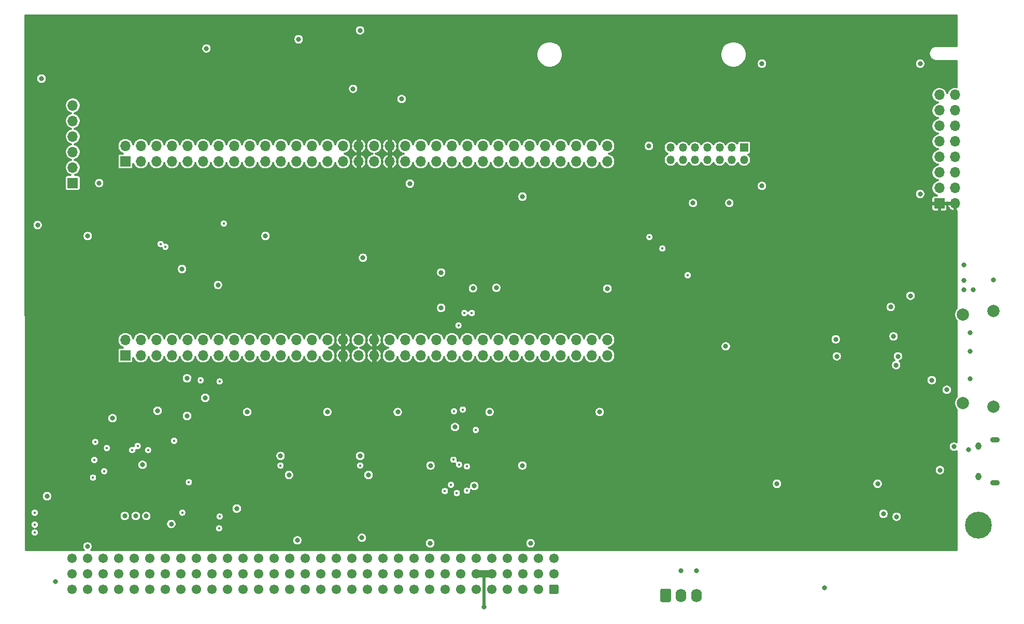
<source format=gbr>
G04 #@! TF.GenerationSoftware,KiCad,Pcbnew,5.1.9+dfsg1-1~bpo10+1*
G04 #@! TF.CreationDate,2023-03-23T15:40:10+01:00*
G04 #@! TF.ProjectId,nubus-to-ztex,6e756275-732d-4746-9f2d-7a7465782e6b,rev?*
G04 #@! TF.SameCoordinates,Original*
G04 #@! TF.FileFunction,Copper,L3,Inr*
G04 #@! TF.FilePolarity,Positive*
%FSLAX46Y46*%
G04 Gerber Fmt 4.6, Leading zero omitted, Abs format (unit mm)*
G04 Created by KiCad (PCBNEW 5.1.9+dfsg1-1~bpo10+1) date 2023-03-23 15:40:10*
%MOMM*%
%LPD*%
G01*
G04 APERTURE LIST*
G04 #@! TA.AperFunction,ComponentPad*
%ADD10C,4.400000*%
G04 #@! TD*
G04 #@! TA.AperFunction,ComponentPad*
%ADD11O,1.550000X0.890000*%
G04 #@! TD*
G04 #@! TA.AperFunction,ComponentPad*
%ADD12O,0.950000X1.250000*%
G04 #@! TD*
G04 #@! TA.AperFunction,ComponentPad*
%ADD13R,1.700000X1.700000*%
G04 #@! TD*
G04 #@! TA.AperFunction,ComponentPad*
%ADD14O,1.700000X1.700000*%
G04 #@! TD*
G04 #@! TA.AperFunction,ComponentPad*
%ADD15O,1.350000X1.350000*%
G04 #@! TD*
G04 #@! TA.AperFunction,ComponentPad*
%ADD16R,1.350000X1.350000*%
G04 #@! TD*
G04 #@! TA.AperFunction,ComponentPad*
%ADD17O,1.740000X2.200000*%
G04 #@! TD*
G04 #@! TA.AperFunction,ComponentPad*
%ADD18C,2.000000*%
G04 #@! TD*
G04 #@! TA.AperFunction,ComponentPad*
%ADD19C,1.550000*%
G04 #@! TD*
G04 #@! TA.AperFunction,ViaPad*
%ADD20C,0.800000*%
G04 #@! TD*
G04 #@! TA.AperFunction,ViaPad*
%ADD21C,0.450000*%
G04 #@! TD*
G04 #@! TA.AperFunction,Conductor*
%ADD22C,0.152400*%
G04 #@! TD*
G04 #@! TA.AperFunction,Conductor*
%ADD23C,0.800000*%
G04 #@! TD*
G04 #@! TA.AperFunction,Conductor*
%ADD24C,0.200000*%
G04 #@! TD*
G04 #@! TA.AperFunction,Conductor*
%ADD25C,0.500000*%
G04 #@! TD*
G04 #@! TA.AperFunction,Conductor*
%ADD26C,1.200000*%
G04 #@! TD*
G04 #@! TA.AperFunction,Conductor*
%ADD27C,0.300000*%
G04 #@! TD*
G04 #@! TA.AperFunction,Conductor*
%ADD28C,0.100000*%
G04 #@! TD*
G04 APERTURE END LIST*
D10*
X269350000Y-89500000D03*
D11*
X272050000Y-75570000D03*
X272050000Y-82570000D03*
D12*
X269350000Y-76570000D03*
X269350000Y-81570000D03*
D13*
X130000000Y-30000000D03*
D14*
X130000000Y-27460000D03*
X132540000Y-30000000D03*
X132540000Y-27460000D03*
X135080000Y-30000000D03*
X135080000Y-27460000D03*
X137620000Y-30000000D03*
X137620000Y-27460000D03*
X140160000Y-30000000D03*
X140160000Y-27460000D03*
X142700000Y-30000000D03*
X142700000Y-27460000D03*
X145240000Y-30000000D03*
X145240000Y-27460000D03*
X147780000Y-30000000D03*
X147780000Y-27460000D03*
X150320000Y-30000000D03*
X150320000Y-27460000D03*
X152860000Y-30000000D03*
X152860000Y-27460000D03*
X155400000Y-30000000D03*
X155400000Y-27460000D03*
X157940000Y-30000000D03*
X157940000Y-27460000D03*
X160480000Y-30000000D03*
X160480000Y-27460000D03*
X163020000Y-30000000D03*
X163020000Y-27460000D03*
X165560000Y-30000000D03*
X165560000Y-27460000D03*
X168100000Y-30000000D03*
X168100000Y-27460000D03*
X170640000Y-30000000D03*
X170640000Y-27460000D03*
X173180000Y-30000000D03*
X173180000Y-27460000D03*
X175720000Y-30000000D03*
X175720000Y-27460000D03*
X178260000Y-30000000D03*
X178260000Y-27460000D03*
X180800000Y-30000000D03*
X180800000Y-27460000D03*
X183340000Y-30000000D03*
X183340000Y-27460000D03*
X185880000Y-30000000D03*
X185880000Y-27460000D03*
X188420000Y-30000000D03*
X188420000Y-27460000D03*
X190960000Y-30000000D03*
X190960000Y-27460000D03*
X193500000Y-30000000D03*
X193500000Y-27460000D03*
X196040000Y-30000000D03*
X196040000Y-27460000D03*
X198580000Y-30000000D03*
X198580000Y-27460000D03*
X201120000Y-30000000D03*
X201120000Y-27460000D03*
X203660000Y-30000000D03*
X203660000Y-27460000D03*
X206200000Y-30000000D03*
X206200000Y-27460000D03*
X208740000Y-30000000D03*
X208740000Y-27460000D03*
D13*
X130000000Y-61750000D03*
D14*
X130000000Y-59210000D03*
X132540000Y-61750000D03*
X132540000Y-59210000D03*
X135080000Y-61750000D03*
X135080000Y-59210000D03*
X137620000Y-61750000D03*
X137620000Y-59210000D03*
X140160000Y-61750000D03*
X140160000Y-59210000D03*
X142700000Y-61750000D03*
X142700000Y-59210000D03*
X145240000Y-61750000D03*
X145240000Y-59210000D03*
X147780000Y-61750000D03*
X147780000Y-59210000D03*
X150320000Y-61750000D03*
X150320000Y-59210000D03*
X152860000Y-61750000D03*
X152860000Y-59210000D03*
X155400000Y-61750000D03*
X155400000Y-59210000D03*
X157940000Y-61750000D03*
X157940000Y-59210000D03*
X160480000Y-61750000D03*
X160480000Y-59210000D03*
X163020000Y-61750000D03*
X163020000Y-59210000D03*
X165560000Y-61750000D03*
X165560000Y-59210000D03*
X168100000Y-61750000D03*
X168100000Y-59210000D03*
X170640000Y-61750000D03*
X170640000Y-59210000D03*
X173180000Y-61750000D03*
X173180000Y-59210000D03*
X175720000Y-61750000D03*
X175720000Y-59210000D03*
X178260000Y-61750000D03*
X178260000Y-59210000D03*
X180800000Y-61750000D03*
X180800000Y-59210000D03*
X183340000Y-61750000D03*
X183340000Y-59210000D03*
X185880000Y-61750000D03*
X185880000Y-59210000D03*
X188420000Y-61750000D03*
X188420000Y-59210000D03*
X190960000Y-61750000D03*
X190960000Y-59210000D03*
X193500000Y-61750000D03*
X193500000Y-59210000D03*
X196040000Y-61750000D03*
X196040000Y-59210000D03*
X198580000Y-61750000D03*
X198580000Y-59210000D03*
X201120000Y-61750000D03*
X201120000Y-59210000D03*
X203660000Y-61750000D03*
X203660000Y-59210000D03*
X206200000Y-61750000D03*
X206200000Y-59210000D03*
X208740000Y-61750000D03*
X208740000Y-59210000D03*
X265540000Y-19110000D03*
X263000000Y-19110000D03*
X265540000Y-21650000D03*
X263000000Y-21650000D03*
X265540000Y-24190000D03*
X263000000Y-24190000D03*
X265540000Y-26730000D03*
X263000000Y-26730000D03*
X265540000Y-29270000D03*
X263000000Y-29270000D03*
X265540000Y-31810000D03*
X263000000Y-31810000D03*
X265540000Y-34350000D03*
X263000000Y-34350000D03*
X265540000Y-36890000D03*
D13*
X263000000Y-36890000D03*
D15*
X219080000Y-29730000D03*
X219080000Y-27730000D03*
X221080000Y-29730000D03*
X221080000Y-27730000D03*
X223080000Y-29730000D03*
X223080000Y-27730000D03*
X225080000Y-29730000D03*
X225080000Y-27730000D03*
X227080000Y-29730000D03*
X227080000Y-27730000D03*
X229080000Y-29730000D03*
X229080000Y-27730000D03*
X231080000Y-29730000D03*
D16*
X231080000Y-27730000D03*
D13*
X121400000Y-33528000D03*
D14*
X121400000Y-30988000D03*
X121400000Y-28448000D03*
X121400000Y-25908000D03*
X121400000Y-23368000D03*
X121400000Y-20828000D03*
G04 #@! TA.AperFunction,ComponentPad*
G36*
G01*
X217390000Y-101850001D02*
X217390000Y-100149999D01*
G75*
G02*
X217639999Y-99900000I249999J0D01*
G01*
X218880001Y-99900000D01*
G75*
G02*
X219130000Y-100149999I0J-249999D01*
G01*
X219130000Y-101850001D01*
G75*
G02*
X218880001Y-102100000I-249999J0D01*
G01*
X217639999Y-102100000D01*
G75*
G02*
X217390000Y-101850001I0J249999D01*
G01*
G37*
G04 #@! TD.AperFunction*
D17*
X220800000Y-101000000D03*
X223340000Y-101000000D03*
D18*
X271800000Y-70150000D03*
X271800000Y-54450000D03*
X266850000Y-69550000D03*
X266850000Y-55050000D03*
G04 #@! TA.AperFunction,ComponentPad*
G36*
G01*
X200775000Y-99474998D02*
X200775000Y-100525002D01*
G75*
G02*
X200525002Y-100775000I-249998J0D01*
G01*
X199474998Y-100775000D01*
G75*
G02*
X199225000Y-100525002I0J249998D01*
G01*
X199225000Y-99474998D01*
G75*
G02*
X199474998Y-99225000I249998J0D01*
G01*
X200525002Y-99225000D01*
G75*
G02*
X200775000Y-99474998I0J-249998D01*
G01*
G37*
G04 #@! TD.AperFunction*
D19*
X197460000Y-100000000D03*
X194920000Y-100000000D03*
X192380000Y-100000000D03*
X189840000Y-100000000D03*
X187300000Y-100000000D03*
X184760000Y-100000000D03*
X182220000Y-100000000D03*
X179680000Y-100000000D03*
X177140000Y-100000000D03*
X174600000Y-100000000D03*
X172060000Y-100000000D03*
X169520000Y-100000000D03*
X166980000Y-100000000D03*
X164440000Y-100000000D03*
X161900000Y-100000000D03*
X159360000Y-100000000D03*
X156820000Y-100000000D03*
X154280000Y-100000000D03*
X151740000Y-100000000D03*
X149200000Y-100000000D03*
X146660000Y-100000000D03*
X144120000Y-100000000D03*
X141580000Y-100000000D03*
X139040000Y-100000000D03*
X136500000Y-100000000D03*
X133960000Y-100000000D03*
X131420000Y-100000000D03*
X128880000Y-100000000D03*
X126340000Y-100000000D03*
X123800000Y-100000000D03*
X121260000Y-100000000D03*
X200000000Y-97460000D03*
X197460000Y-97460000D03*
X194920000Y-97460000D03*
X192380000Y-97460000D03*
X189840000Y-97460000D03*
X187300000Y-97460000D03*
X184760000Y-97460000D03*
X182220000Y-97460000D03*
X179680000Y-97460000D03*
X177140000Y-97460000D03*
X174600000Y-97460000D03*
X172060000Y-97460000D03*
X169520000Y-97460000D03*
X166980000Y-97460000D03*
X164440000Y-97460000D03*
X161900000Y-97460000D03*
X159360000Y-97460000D03*
X156820000Y-97460000D03*
X154280000Y-97460000D03*
X151740000Y-97460000D03*
X149200000Y-97460000D03*
X146660000Y-97460000D03*
X144120000Y-97460000D03*
X141580000Y-97460000D03*
X139040000Y-97460000D03*
X136500000Y-97460000D03*
X133960000Y-97460000D03*
X131420000Y-97460000D03*
X128880000Y-97460000D03*
X126340000Y-97460000D03*
X123800000Y-97460000D03*
X121260000Y-97460000D03*
X200000000Y-94920000D03*
X197460000Y-94920000D03*
X194920000Y-94920000D03*
X192380000Y-94920000D03*
X189840000Y-94920000D03*
X187300000Y-94920000D03*
X184760000Y-94920000D03*
X182220000Y-94920000D03*
X179680000Y-94920000D03*
X177140000Y-94920000D03*
X174600000Y-94920000D03*
X172060000Y-94920000D03*
X169520000Y-94920000D03*
X166980000Y-94920000D03*
X164440000Y-94920000D03*
X161900000Y-94920000D03*
X159360000Y-94920000D03*
X156820000Y-94920000D03*
X154280000Y-94920000D03*
X151740000Y-94920000D03*
X149200000Y-94920000D03*
X146660000Y-94920000D03*
X144120000Y-94920000D03*
X141580000Y-94920000D03*
X139040000Y-94920000D03*
X136500000Y-94920000D03*
X133960000Y-94920000D03*
X131420000Y-94920000D03*
X128880000Y-94920000D03*
X126340000Y-94920000D03*
X123800000Y-94920000D03*
X121260000Y-94920000D03*
D20*
X155357500Y-78180000D03*
X267000000Y-51000000D03*
X222740000Y-36800000D03*
X234000000Y-34000000D03*
X174500000Y-71000000D03*
X194880000Y-35760000D03*
X208740000Y-50800000D03*
X215540000Y-27460000D03*
X116300000Y-16437500D03*
X268000000Y-58050000D03*
X149900000Y-71000000D03*
D21*
X145300000Y-90050000D03*
D20*
X189500000Y-71000000D03*
X186786371Y-50762953D03*
X118534670Y-98720000D03*
D21*
X115200000Y-90730000D03*
D20*
X152880000Y-42180000D03*
X181586371Y-48162953D03*
X268000000Y-65550000D03*
X187000000Y-83100000D03*
X183850000Y-73462500D03*
X256220000Y-61875000D03*
X135250000Y-70800000D03*
X139252400Y-47600000D03*
X268000000Y-61050000D03*
X140070000Y-71650000D03*
X168650000Y-91575000D03*
D21*
X145400000Y-88100000D03*
D20*
X163000000Y-71000000D03*
X158100000Y-92000000D03*
X207500000Y-71000000D03*
X132800000Y-79640000D03*
D21*
X131100000Y-77215000D03*
D20*
X252900000Y-82730000D03*
X264200000Y-67357500D03*
X194857500Y-79750000D03*
D21*
X115200000Y-87480000D03*
D20*
X176480000Y-33630000D03*
X140070000Y-65480000D03*
X181586371Y-53962953D03*
X236450000Y-82730000D03*
X145125000Y-50200000D03*
X256010000Y-88120000D03*
X148200000Y-86800000D03*
X117200000Y-84780000D03*
X179800000Y-92480000D03*
X123800000Y-93000000D03*
X115670000Y-40410000D03*
X190611371Y-50675453D03*
D21*
X168357500Y-79750000D03*
D20*
X228090000Y-60250000D03*
X168820000Y-45760000D03*
X168357500Y-78180000D03*
D21*
X139300000Y-87450000D03*
D20*
X255040000Y-53812500D03*
X246062500Y-59100000D03*
X255500000Y-58625000D03*
X179857500Y-79750000D03*
X127900000Y-72015000D03*
D21*
X115200000Y-89430000D03*
D20*
X267720000Y-77180000D03*
X196200000Y-92480000D03*
X244180000Y-99750000D03*
X137500000Y-89312500D03*
X259850000Y-35315000D03*
X259850000Y-14000000D03*
X234000000Y-14000000D03*
X125722000Y-33528000D03*
X228670000Y-36800000D03*
X143040000Y-68680000D03*
X268560000Y-51000000D03*
X267000000Y-49425000D03*
X156725000Y-81300000D03*
D21*
X155357500Y-79750000D03*
D20*
X169725000Y-81300000D03*
X123840134Y-42199866D03*
X175135000Y-19775000D03*
X267000000Y-46930000D03*
X167210000Y-18100000D03*
X158300000Y-10000000D03*
X143250000Y-11500000D03*
X168340000Y-8540000D03*
X223340000Y-97000000D03*
X258275000Y-51965000D03*
X265400000Y-76660000D03*
X263085000Y-80495000D03*
D21*
X221870000Y-48620000D03*
D20*
X161750000Y-73687500D03*
X172485673Y-15948535D03*
X188250000Y-73687500D03*
X136727523Y-83900000D03*
X137700000Y-44789641D03*
X248080000Y-63750000D03*
X126287500Y-82100000D03*
X115812500Y-82500000D03*
X148750000Y-73687500D03*
X140387500Y-83700000D03*
X118300000Y-79800000D03*
X143600000Y-86400000D03*
X245170000Y-58110000D03*
X137500000Y-90887500D03*
X116300000Y-11212500D03*
X116500000Y-69150000D03*
X173300000Y-73700000D03*
X118265134Y-45400000D03*
X121200000Y-84780000D03*
X181250000Y-73687500D03*
X118265134Y-51400000D03*
X136140000Y-15272793D03*
X189211371Y-53562953D03*
X129652500Y-81000000D03*
X179412661Y-85255497D03*
X259850000Y-36890000D03*
X175135000Y-21325000D03*
X156100000Y-10000000D03*
X163500000Y-11500000D03*
X148000000Y-11500000D03*
X262800000Y-53810000D03*
X259850000Y-55387500D03*
X253850000Y-87660000D03*
X246230000Y-61872500D03*
X131697842Y-88000000D03*
X129897842Y-88000000D03*
X133421568Y-88014972D03*
X188575000Y-102850000D03*
X220800000Y-97000000D03*
D21*
X184418601Y-56831399D03*
X183600000Y-78800000D03*
X184150000Y-84250000D03*
X186600000Y-54800000D03*
X187263411Y-73930000D03*
X185400000Y-54800000D03*
X185800000Y-83875000D03*
X185800000Y-79900000D03*
X137965000Y-75700000D03*
X132000000Y-76565000D03*
X136541399Y-43958601D03*
X135750000Y-43500000D03*
X146070000Y-40170000D03*
D20*
X271800000Y-49380000D03*
D21*
X217750000Y-44250000D03*
X215625000Y-42375000D03*
X133700000Y-77215000D03*
X145387500Y-66000000D03*
X140375000Y-82475000D03*
X142300000Y-65800000D03*
X125066330Y-75900000D03*
X126550000Y-80675000D03*
X124712500Y-81750000D03*
X126975000Y-76905000D03*
X124925000Y-78850000D03*
X182200161Y-83950161D03*
X183200000Y-82900000D03*
X184500000Y-79600000D03*
X185110000Y-70590000D03*
X183710000Y-70850000D03*
D20*
X261760000Y-65782500D03*
X255920000Y-63320000D03*
D22*
X165460000Y-66400000D02*
X165560000Y-66500000D01*
X170000000Y-64500000D02*
X170640000Y-63860000D01*
X116300000Y-11212500D02*
X136110000Y-11212500D01*
X136140000Y-15272793D02*
X136140000Y-11242500D01*
X136140000Y-11242500D02*
X136110000Y-11212500D01*
D23*
X165560000Y-59210000D02*
X165560000Y-56940000D01*
D22*
X148750000Y-73687500D02*
X148750000Y-76402500D01*
X117220000Y-80800000D02*
X117400000Y-80980000D01*
X166000000Y-64500000D02*
X170000000Y-64500000D01*
X137500000Y-90887500D02*
X136934315Y-90887500D01*
X148750000Y-73687500D02*
X161750000Y-73687500D01*
D23*
X168100000Y-30000000D02*
X168100000Y-32800000D01*
X173180000Y-39820000D02*
X173180000Y-30000000D01*
X165560000Y-61750000D02*
X165560000Y-65100000D01*
X170640000Y-42360000D02*
X173180000Y-39820000D01*
X170640000Y-59210000D02*
X170640000Y-61750000D01*
D22*
X147202500Y-77950000D02*
X148750000Y-76402500D01*
D23*
X170640000Y-47000000D02*
X170640000Y-42360000D01*
D22*
X134927523Y-82100000D02*
X136727523Y-83900000D01*
X165610000Y-73700000D02*
X165560000Y-73750000D01*
D23*
X165560000Y-59210000D02*
X165560000Y-61750000D01*
D22*
X156110359Y-44789641D02*
X162500000Y-38400000D01*
X145775000Y-44789641D02*
X147100000Y-44789641D01*
X143500000Y-77950000D02*
X147202500Y-77950000D01*
X199687500Y-73687500D02*
X202830000Y-76830000D01*
D23*
X168100000Y-27460000D02*
X168100000Y-30000000D01*
D22*
X137700000Y-44789641D02*
X118875493Y-44789641D01*
X118875493Y-44789641D02*
X118265134Y-45400000D01*
X173312500Y-73687500D02*
X173300000Y-73700000D01*
X173300000Y-73700000D02*
X161762500Y-73700000D01*
X161762500Y-73700000D02*
X161750000Y-73687500D01*
X173300000Y-83300000D02*
X173300000Y-73700000D01*
X117332500Y-80980000D02*
X117400000Y-80980000D01*
X115812500Y-82500000D02*
X117332500Y-80980000D01*
X126287500Y-82100000D02*
X134927523Y-82100000D01*
X118265134Y-45400000D02*
X118265134Y-51400000D01*
X118300000Y-79800000D02*
X117300000Y-80800000D01*
X117300000Y-80800000D02*
X117220000Y-80800000D01*
D23*
X173180000Y-27460000D02*
X173180000Y-30000000D01*
D22*
X165497500Y-73687500D02*
X165560000Y-73750000D01*
X136727523Y-83900000D02*
X137550000Y-83900000D01*
X137550000Y-83900000D02*
X137750000Y-83700000D01*
D23*
X168100000Y-27460000D02*
X168100000Y-25600000D01*
X170640000Y-59210000D02*
X170640000Y-47000000D01*
D22*
X137750000Y-83700000D02*
X143500000Y-77950000D01*
X188250000Y-73687500D02*
X199687500Y-73687500D01*
X226129315Y-76830000D02*
X202830000Y-76830000D01*
X143500000Y-77950000D02*
X143500000Y-85812500D01*
X143500000Y-85812500D02*
X143787500Y-86100000D01*
D23*
X170640000Y-63860000D02*
X170640000Y-61750000D01*
D22*
X136934315Y-90887500D02*
X136727523Y-90680708D01*
D23*
X165560000Y-73750000D02*
X165560000Y-75510000D01*
D22*
X166000000Y-64500000D02*
X165560000Y-64060000D01*
X165440000Y-65220000D02*
X165560000Y-65100000D01*
X165560000Y-75510000D02*
X165600000Y-75550000D01*
D23*
X165560000Y-73750000D02*
X165560000Y-66500000D01*
D22*
X161750000Y-73687500D02*
X165497500Y-73687500D01*
X140387500Y-83700000D02*
X137750000Y-83700000D01*
X147100000Y-44789641D02*
X156110359Y-44789641D01*
X136727523Y-83900000D02*
X135847523Y-84780000D01*
X116500000Y-69150000D02*
X116500000Y-78000000D01*
X116500000Y-78000000D02*
X118300000Y-79800000D01*
D23*
X165560000Y-65100000D02*
X165560000Y-66500000D01*
X173180000Y-25600000D02*
X173180000Y-27460000D01*
D22*
X162500000Y-38400000D02*
X168100000Y-32800000D01*
X136727523Y-90680708D02*
X136727523Y-83900000D01*
X181250000Y-73687500D02*
X173312500Y-73687500D01*
X145775000Y-44789641D02*
X137700000Y-44789641D01*
X170640000Y-47000000D02*
X170764999Y-47124999D01*
X127387500Y-81000000D02*
X126287500Y-82100000D01*
X129652500Y-81000000D02*
X127387500Y-81000000D01*
X181250000Y-74253185D02*
X182906815Y-75910000D01*
X181250000Y-73687500D02*
X181250000Y-74253185D01*
X182906815Y-75910000D02*
X187620000Y-75910000D01*
X188250000Y-75280000D02*
X188250000Y-73687500D01*
X187620000Y-75910000D02*
X188250000Y-75280000D01*
X175255497Y-85255497D02*
X173300000Y-83300000D01*
X179412661Y-85255497D02*
X175255497Y-85255497D01*
X170640000Y-58840000D02*
X170640000Y-59210000D01*
X173090000Y-56390000D02*
X170640000Y-58840000D01*
X117400000Y-80980000D02*
X121200000Y-84780000D01*
X135847523Y-84780000D02*
X121200000Y-84780000D01*
D24*
X235000000Y-76830000D02*
X248080000Y-63750000D01*
X226129315Y-76830000D02*
X235000000Y-76830000D01*
X173090000Y-56390000D02*
X181360000Y-56390000D01*
X184187047Y-53562953D02*
X189211371Y-53562953D01*
X181360000Y-56390000D02*
X184187047Y-53562953D01*
X168100000Y-25600000D02*
X173180000Y-25600000D01*
X172485673Y-24905673D02*
X173180000Y-25600000D01*
X172485673Y-15948535D02*
X172485673Y-24905673D01*
X259850000Y-36890000D02*
X259850000Y-53087500D01*
X175135000Y-23645000D02*
X173180000Y-25600000D01*
X175135000Y-21325000D02*
X175135000Y-23645000D01*
X144227207Y-15272793D02*
X148000000Y-11500000D01*
X136140000Y-15272793D02*
X144227207Y-15272793D01*
X148000000Y-11500000D02*
X163500000Y-11500000D01*
X167948535Y-15948535D02*
X163500000Y-11500000D01*
X172485673Y-15948535D02*
X167948535Y-15948535D01*
X248080000Y-63750000D02*
X248080000Y-58740000D01*
X247450000Y-58110000D02*
X245170000Y-58110000D01*
X248080000Y-58740000D02*
X247450000Y-58110000D01*
X259850000Y-53087500D02*
X259850000Y-55387500D01*
X247892500Y-55387500D02*
X245170000Y-58110000D01*
X259850000Y-55387500D02*
X247892500Y-55387500D01*
D22*
X133406596Y-88000000D02*
X133421568Y-88014972D01*
D25*
X188560000Y-97460000D02*
X188560000Y-102810000D01*
D26*
X187300000Y-97460000D02*
X188560000Y-97460000D01*
X188560000Y-97460000D02*
X189840000Y-97460000D01*
D22*
X173212500Y-61782500D02*
X173180000Y-61750000D01*
D27*
X265850000Y-11105000D02*
X262474212Y-11105000D01*
X262448079Y-11107574D01*
X262438992Y-11107574D01*
X262431702Y-11108340D01*
X262295938Y-11123569D01*
X262249407Y-11133460D01*
X262202722Y-11142703D01*
X262195720Y-11144871D01*
X262065499Y-11186179D01*
X262021741Y-11204934D01*
X261977767Y-11223058D01*
X261971325Y-11226542D01*
X261971322Y-11226543D01*
X261971319Y-11226545D01*
X261851601Y-11292361D01*
X261812366Y-11319226D01*
X261772708Y-11345575D01*
X261767060Y-11350247D01*
X261662406Y-11438062D01*
X261629113Y-11472060D01*
X261595349Y-11505589D01*
X261590716Y-11511269D01*
X261505112Y-11617739D01*
X261479038Y-11657585D01*
X261452451Y-11697001D01*
X261449009Y-11703473D01*
X261385715Y-11824543D01*
X261367893Y-11868653D01*
X261349449Y-11912530D01*
X261347331Y-11919548D01*
X261308759Y-12050605D01*
X261299847Y-12097324D01*
X261290275Y-12143956D01*
X261289560Y-12151251D01*
X261277178Y-12287304D01*
X261277510Y-12334881D01*
X261277177Y-12382468D01*
X261277893Y-12389763D01*
X261292173Y-12525631D01*
X261301738Y-12572227D01*
X261310658Y-12618987D01*
X261312777Y-12626004D01*
X261353176Y-12756510D01*
X261371612Y-12800367D01*
X261389439Y-12844492D01*
X261392881Y-12850964D01*
X261457859Y-12971138D01*
X261484461Y-13010578D01*
X261510520Y-13050400D01*
X261515153Y-13056081D01*
X261602235Y-13161346D01*
X261636019Y-13194895D01*
X261669294Y-13228874D01*
X261674942Y-13233547D01*
X261780812Y-13319892D01*
X261820450Y-13346227D01*
X261859707Y-13373107D01*
X261866155Y-13376593D01*
X261986780Y-13440730D01*
X262030761Y-13458858D01*
X262074505Y-13477607D01*
X262081507Y-13479774D01*
X262212292Y-13519261D01*
X262258951Y-13528500D01*
X262305516Y-13538398D01*
X262312806Y-13539164D01*
X262448770Y-13552495D01*
X262448780Y-13552495D01*
X262474212Y-13555000D01*
X265850000Y-13555000D01*
X265850000Y-17846194D01*
X265668039Y-17810000D01*
X265411961Y-17810000D01*
X265160804Y-17859958D01*
X264924219Y-17957955D01*
X264711298Y-18100224D01*
X264530224Y-18281298D01*
X264387955Y-18494219D01*
X264289958Y-18730804D01*
X264270000Y-18831140D01*
X264250042Y-18730804D01*
X264152045Y-18494219D01*
X264009776Y-18281298D01*
X263828702Y-18100224D01*
X263615781Y-17957955D01*
X263379196Y-17859958D01*
X263128039Y-17810000D01*
X262871961Y-17810000D01*
X262620804Y-17859958D01*
X262384219Y-17957955D01*
X262171298Y-18100224D01*
X261990224Y-18281298D01*
X261847955Y-18494219D01*
X261749958Y-18730804D01*
X261700000Y-18981961D01*
X261700000Y-19238039D01*
X261749958Y-19489196D01*
X261847955Y-19725781D01*
X261990224Y-19938702D01*
X262171298Y-20119776D01*
X262384219Y-20262045D01*
X262620804Y-20360042D01*
X262721140Y-20380000D01*
X262620804Y-20399958D01*
X262384219Y-20497955D01*
X262171298Y-20640224D01*
X261990224Y-20821298D01*
X261847955Y-21034219D01*
X261749958Y-21270804D01*
X261700000Y-21521961D01*
X261700000Y-21778039D01*
X261749958Y-22029196D01*
X261847955Y-22265781D01*
X261990224Y-22478702D01*
X262171298Y-22659776D01*
X262384219Y-22802045D01*
X262620804Y-22900042D01*
X262721140Y-22920000D01*
X262620804Y-22939958D01*
X262384219Y-23037955D01*
X262171298Y-23180224D01*
X261990224Y-23361298D01*
X261847955Y-23574219D01*
X261749958Y-23810804D01*
X261700000Y-24061961D01*
X261700000Y-24318039D01*
X261749958Y-24569196D01*
X261847955Y-24805781D01*
X261990224Y-25018702D01*
X262171298Y-25199776D01*
X262384219Y-25342045D01*
X262620804Y-25440042D01*
X262721140Y-25460000D01*
X262620804Y-25479958D01*
X262384219Y-25577955D01*
X262171298Y-25720224D01*
X261990224Y-25901298D01*
X261847955Y-26114219D01*
X261749958Y-26350804D01*
X261700000Y-26601961D01*
X261700000Y-26858039D01*
X261749958Y-27109196D01*
X261847955Y-27345781D01*
X261990224Y-27558702D01*
X262171298Y-27739776D01*
X262384219Y-27882045D01*
X262620804Y-27980042D01*
X262721140Y-28000000D01*
X262620804Y-28019958D01*
X262384219Y-28117955D01*
X262171298Y-28260224D01*
X261990224Y-28441298D01*
X261847955Y-28654219D01*
X261749958Y-28890804D01*
X261700000Y-29141961D01*
X261700000Y-29398039D01*
X261749958Y-29649196D01*
X261847955Y-29885781D01*
X261990224Y-30098702D01*
X262171298Y-30279776D01*
X262384219Y-30422045D01*
X262620804Y-30520042D01*
X262721140Y-30540000D01*
X262620804Y-30559958D01*
X262384219Y-30657955D01*
X262171298Y-30800224D01*
X261990224Y-30981298D01*
X261847955Y-31194219D01*
X261749958Y-31430804D01*
X261700000Y-31681961D01*
X261700000Y-31938039D01*
X261749958Y-32189196D01*
X261847955Y-32425781D01*
X261990224Y-32638702D01*
X262171298Y-32819776D01*
X262384219Y-32962045D01*
X262620804Y-33060042D01*
X262721140Y-33080000D01*
X262620804Y-33099958D01*
X262384219Y-33197955D01*
X262171298Y-33340224D01*
X261990224Y-33521298D01*
X261847955Y-33734219D01*
X261749958Y-33970804D01*
X261700000Y-34221961D01*
X261700000Y-34478039D01*
X261749958Y-34729196D01*
X261847955Y-34965781D01*
X261990224Y-35178702D01*
X262171298Y-35359776D01*
X262384219Y-35502045D01*
X262594997Y-35589352D01*
X262150000Y-35587823D01*
X262061785Y-35596511D01*
X261976959Y-35622243D01*
X261898784Y-35664029D01*
X261830263Y-35720263D01*
X261774029Y-35788784D01*
X261732243Y-35866959D01*
X261706511Y-35951785D01*
X261697823Y-36040000D01*
X261700000Y-36673500D01*
X261812500Y-36786000D01*
X262896000Y-36786000D01*
X262896000Y-36766000D01*
X263104000Y-36766000D01*
X263104000Y-36786000D01*
X264187500Y-36786000D01*
X264300000Y-36673500D01*
X264300102Y-36643774D01*
X264357063Y-36786000D01*
X265436000Y-36786000D01*
X265436000Y-36766000D01*
X265644000Y-36766000D01*
X265644000Y-36786000D01*
X265664000Y-36786000D01*
X265664000Y-36994000D01*
X265644000Y-36994000D01*
X265644000Y-38073338D01*
X265845433Y-38153615D01*
X265850000Y-38152023D01*
X265850000Y-53999390D01*
X265723711Y-54125679D01*
X265565027Y-54363167D01*
X265455723Y-54627051D01*
X265400000Y-54907187D01*
X265400000Y-55192813D01*
X265455723Y-55472949D01*
X265565027Y-55736833D01*
X265723711Y-55974321D01*
X265850000Y-56100610D01*
X265850000Y-68499390D01*
X265723711Y-68625679D01*
X265565027Y-68863167D01*
X265455723Y-69127051D01*
X265400000Y-69407187D01*
X265400000Y-69692813D01*
X265455723Y-69972949D01*
X265565027Y-70236833D01*
X265723711Y-70474321D01*
X265850000Y-70600610D01*
X265850000Y-75938394D01*
X265802626Y-75906740D01*
X265647936Y-75842665D01*
X265483718Y-75810000D01*
X265316282Y-75810000D01*
X265152064Y-75842665D01*
X264997374Y-75906740D01*
X264858156Y-75999762D01*
X264739762Y-76118156D01*
X264646740Y-76257374D01*
X264582665Y-76412064D01*
X264550000Y-76576282D01*
X264550000Y-76743718D01*
X264582665Y-76907936D01*
X264646740Y-77062626D01*
X264739762Y-77201844D01*
X264858156Y-77320238D01*
X264997374Y-77413260D01*
X265152064Y-77477335D01*
X265316282Y-77510000D01*
X265483718Y-77510000D01*
X265647936Y-77477335D01*
X265802626Y-77413260D01*
X265850000Y-77381606D01*
X265850000Y-93600000D01*
X124402082Y-93600000D01*
X124460238Y-93541844D01*
X124553260Y-93402626D01*
X124617335Y-93247936D01*
X124650000Y-93083718D01*
X124650000Y-92916282D01*
X124617335Y-92752064D01*
X124553260Y-92597374D01*
X124460238Y-92458156D01*
X124341844Y-92339762D01*
X124202626Y-92246740D01*
X124047936Y-92182665D01*
X123883718Y-92150000D01*
X123716282Y-92150000D01*
X123552064Y-92182665D01*
X123397374Y-92246740D01*
X123258156Y-92339762D01*
X123139762Y-92458156D01*
X123046740Y-92597374D01*
X122982665Y-92752064D01*
X122950000Y-92916282D01*
X122950000Y-93083718D01*
X122982665Y-93247936D01*
X123046740Y-93402626D01*
X123139762Y-93541844D01*
X123197918Y-93600000D01*
X113749829Y-93600000D01*
X113747911Y-91916282D01*
X157250000Y-91916282D01*
X157250000Y-92083718D01*
X157282665Y-92247936D01*
X157346740Y-92402626D01*
X157439762Y-92541844D01*
X157558156Y-92660238D01*
X157697374Y-92753260D01*
X157852064Y-92817335D01*
X158016282Y-92850000D01*
X158183718Y-92850000D01*
X158347936Y-92817335D01*
X158502626Y-92753260D01*
X158641844Y-92660238D01*
X158760238Y-92541844D01*
X158853260Y-92402626D01*
X158917335Y-92247936D01*
X158950000Y-92083718D01*
X158950000Y-91916282D01*
X158917335Y-91752064D01*
X158853260Y-91597374D01*
X158782372Y-91491282D01*
X167800000Y-91491282D01*
X167800000Y-91658718D01*
X167832665Y-91822936D01*
X167896740Y-91977626D01*
X167989762Y-92116844D01*
X168108156Y-92235238D01*
X168247374Y-92328260D01*
X168402064Y-92392335D01*
X168566282Y-92425000D01*
X168733718Y-92425000D01*
X168878093Y-92396282D01*
X178950000Y-92396282D01*
X178950000Y-92563718D01*
X178982665Y-92727936D01*
X179046740Y-92882626D01*
X179139762Y-93021844D01*
X179258156Y-93140238D01*
X179397374Y-93233260D01*
X179552064Y-93297335D01*
X179716282Y-93330000D01*
X179883718Y-93330000D01*
X180047936Y-93297335D01*
X180202626Y-93233260D01*
X180341844Y-93140238D01*
X180460238Y-93021844D01*
X180553260Y-92882626D01*
X180617335Y-92727936D01*
X180650000Y-92563718D01*
X180650000Y-92396282D01*
X195350000Y-92396282D01*
X195350000Y-92563718D01*
X195382665Y-92727936D01*
X195446740Y-92882626D01*
X195539762Y-93021844D01*
X195658156Y-93140238D01*
X195797374Y-93233260D01*
X195952064Y-93297335D01*
X196116282Y-93330000D01*
X196283718Y-93330000D01*
X196447936Y-93297335D01*
X196602626Y-93233260D01*
X196741844Y-93140238D01*
X196860238Y-93021844D01*
X196953260Y-92882626D01*
X197017335Y-92727936D01*
X197050000Y-92563718D01*
X197050000Y-92396282D01*
X197017335Y-92232064D01*
X196953260Y-92077374D01*
X196860238Y-91938156D01*
X196741844Y-91819762D01*
X196602626Y-91726740D01*
X196447936Y-91662665D01*
X196283718Y-91630000D01*
X196116282Y-91630000D01*
X195952064Y-91662665D01*
X195797374Y-91726740D01*
X195658156Y-91819762D01*
X195539762Y-91938156D01*
X195446740Y-92077374D01*
X195382665Y-92232064D01*
X195350000Y-92396282D01*
X180650000Y-92396282D01*
X180617335Y-92232064D01*
X180553260Y-92077374D01*
X180460238Y-91938156D01*
X180341844Y-91819762D01*
X180202626Y-91726740D01*
X180047936Y-91662665D01*
X179883718Y-91630000D01*
X179716282Y-91630000D01*
X179552064Y-91662665D01*
X179397374Y-91726740D01*
X179258156Y-91819762D01*
X179139762Y-91938156D01*
X179046740Y-92077374D01*
X178982665Y-92232064D01*
X178950000Y-92396282D01*
X168878093Y-92396282D01*
X168897936Y-92392335D01*
X169052626Y-92328260D01*
X169191844Y-92235238D01*
X169310238Y-92116844D01*
X169403260Y-91977626D01*
X169467335Y-91822936D01*
X169500000Y-91658718D01*
X169500000Y-91491282D01*
X169467335Y-91327064D01*
X169403260Y-91172374D01*
X169310238Y-91033156D01*
X169191844Y-90914762D01*
X169052626Y-90821740D01*
X168897936Y-90757665D01*
X168733718Y-90725000D01*
X168566282Y-90725000D01*
X168402064Y-90757665D01*
X168247374Y-90821740D01*
X168108156Y-90914762D01*
X167989762Y-91033156D01*
X167896740Y-91172374D01*
X167832665Y-91327064D01*
X167800000Y-91491282D01*
X158782372Y-91491282D01*
X158760238Y-91458156D01*
X158641844Y-91339762D01*
X158502626Y-91246740D01*
X158347936Y-91182665D01*
X158183718Y-91150000D01*
X158016282Y-91150000D01*
X157852064Y-91182665D01*
X157697374Y-91246740D01*
X157558156Y-91339762D01*
X157439762Y-91458156D01*
X157346740Y-91597374D01*
X157282665Y-91752064D01*
X157250000Y-91916282D01*
X113747911Y-91916282D01*
X113745002Y-89363518D01*
X114525000Y-89363518D01*
X114525000Y-89496482D01*
X114550940Y-89626890D01*
X114601823Y-89749732D01*
X114675693Y-89860287D01*
X114769713Y-89954307D01*
X114880268Y-90028177D01*
X115003110Y-90079060D01*
X115007836Y-90080000D01*
X115003110Y-90080940D01*
X114880268Y-90131823D01*
X114769713Y-90205693D01*
X114675693Y-90299713D01*
X114601823Y-90410268D01*
X114550940Y-90533110D01*
X114525000Y-90663518D01*
X114525000Y-90796482D01*
X114550940Y-90926890D01*
X114601823Y-91049732D01*
X114675693Y-91160287D01*
X114769713Y-91254307D01*
X114880268Y-91328177D01*
X115003110Y-91379060D01*
X115133518Y-91405000D01*
X115266482Y-91405000D01*
X115396890Y-91379060D01*
X115519732Y-91328177D01*
X115630287Y-91254307D01*
X115724307Y-91160287D01*
X115798177Y-91049732D01*
X115849060Y-90926890D01*
X115875000Y-90796482D01*
X115875000Y-90663518D01*
X115849060Y-90533110D01*
X115798177Y-90410268D01*
X115724307Y-90299713D01*
X115630287Y-90205693D01*
X115519732Y-90131823D01*
X115396890Y-90080940D01*
X115392164Y-90080000D01*
X115396890Y-90079060D01*
X115519732Y-90028177D01*
X115630287Y-89954307D01*
X115724307Y-89860287D01*
X115798177Y-89749732D01*
X115849060Y-89626890D01*
X115875000Y-89496482D01*
X115875000Y-89363518D01*
X115849060Y-89233110D01*
X115847268Y-89228782D01*
X136650000Y-89228782D01*
X136650000Y-89396218D01*
X136682665Y-89560436D01*
X136746740Y-89715126D01*
X136839762Y-89854344D01*
X136958156Y-89972738D01*
X137097374Y-90065760D01*
X137252064Y-90129835D01*
X137416282Y-90162500D01*
X137583718Y-90162500D01*
X137747936Y-90129835D01*
X137902626Y-90065760D01*
X138025710Y-89983518D01*
X144625000Y-89983518D01*
X144625000Y-90116482D01*
X144650940Y-90246890D01*
X144701823Y-90369732D01*
X144775693Y-90480287D01*
X144869713Y-90574307D01*
X144980268Y-90648177D01*
X145103110Y-90699060D01*
X145233518Y-90725000D01*
X145366482Y-90725000D01*
X145496890Y-90699060D01*
X145619732Y-90648177D01*
X145730287Y-90574307D01*
X145824307Y-90480287D01*
X145898177Y-90369732D01*
X145949060Y-90246890D01*
X145975000Y-90116482D01*
X145975000Y-89983518D01*
X145949060Y-89853110D01*
X145898177Y-89730268D01*
X145824307Y-89619713D01*
X145730287Y-89525693D01*
X145619732Y-89451823D01*
X145496890Y-89400940D01*
X145366482Y-89375000D01*
X145233518Y-89375000D01*
X145103110Y-89400940D01*
X144980268Y-89451823D01*
X144869713Y-89525693D01*
X144775693Y-89619713D01*
X144701823Y-89730268D01*
X144650940Y-89853110D01*
X144625000Y-89983518D01*
X138025710Y-89983518D01*
X138041844Y-89972738D01*
X138160238Y-89854344D01*
X138253260Y-89715126D01*
X138317335Y-89560436D01*
X138350000Y-89396218D01*
X138350000Y-89228782D01*
X138317335Y-89064564D01*
X138253260Y-88909874D01*
X138160238Y-88770656D01*
X138041844Y-88652262D01*
X137902626Y-88559240D01*
X137747936Y-88495165D01*
X137583718Y-88462500D01*
X137416282Y-88462500D01*
X137252064Y-88495165D01*
X137097374Y-88559240D01*
X136958156Y-88652262D01*
X136839762Y-88770656D01*
X136746740Y-88909874D01*
X136682665Y-89064564D01*
X136650000Y-89228782D01*
X115847268Y-89228782D01*
X115798177Y-89110268D01*
X115724307Y-88999713D01*
X115630287Y-88905693D01*
X115519732Y-88831823D01*
X115396890Y-88780940D01*
X115266482Y-88755000D01*
X115133518Y-88755000D01*
X115003110Y-88780940D01*
X114880268Y-88831823D01*
X114769713Y-88905693D01*
X114675693Y-88999713D01*
X114601823Y-89110268D01*
X114550940Y-89233110D01*
X114525000Y-89363518D01*
X113745002Y-89363518D01*
X113742780Y-87413518D01*
X114525000Y-87413518D01*
X114525000Y-87546482D01*
X114550940Y-87676890D01*
X114601823Y-87799732D01*
X114675693Y-87910287D01*
X114769713Y-88004307D01*
X114880268Y-88078177D01*
X115003110Y-88129060D01*
X115133518Y-88155000D01*
X115266482Y-88155000D01*
X115396890Y-88129060D01*
X115519732Y-88078177D01*
X115630287Y-88004307D01*
X115718312Y-87916282D01*
X129047842Y-87916282D01*
X129047842Y-88083718D01*
X129080507Y-88247936D01*
X129144582Y-88402626D01*
X129237604Y-88541844D01*
X129355998Y-88660238D01*
X129495216Y-88753260D01*
X129649906Y-88817335D01*
X129814124Y-88850000D01*
X129981560Y-88850000D01*
X130145778Y-88817335D01*
X130300468Y-88753260D01*
X130439686Y-88660238D01*
X130558080Y-88541844D01*
X130651102Y-88402626D01*
X130715177Y-88247936D01*
X130747842Y-88083718D01*
X130747842Y-87916282D01*
X130847842Y-87916282D01*
X130847842Y-88083718D01*
X130880507Y-88247936D01*
X130944582Y-88402626D01*
X131037604Y-88541844D01*
X131155998Y-88660238D01*
X131295216Y-88753260D01*
X131449906Y-88817335D01*
X131614124Y-88850000D01*
X131781560Y-88850000D01*
X131945778Y-88817335D01*
X132100468Y-88753260D01*
X132239686Y-88660238D01*
X132358080Y-88541844D01*
X132451102Y-88402626D01*
X132515177Y-88247936D01*
X132547842Y-88083718D01*
X132547842Y-87931254D01*
X132571568Y-87931254D01*
X132571568Y-88098690D01*
X132604233Y-88262908D01*
X132668308Y-88417598D01*
X132761330Y-88556816D01*
X132879724Y-88675210D01*
X133018942Y-88768232D01*
X133173632Y-88832307D01*
X133337850Y-88864972D01*
X133505286Y-88864972D01*
X133669504Y-88832307D01*
X133824194Y-88768232D01*
X133963412Y-88675210D01*
X134081806Y-88556816D01*
X134174828Y-88417598D01*
X134238903Y-88262908D01*
X134271568Y-88098690D01*
X134271568Y-87931254D01*
X134238903Y-87767036D01*
X134174828Y-87612346D01*
X134081806Y-87473128D01*
X133992196Y-87383518D01*
X138625000Y-87383518D01*
X138625000Y-87516482D01*
X138650940Y-87646890D01*
X138701823Y-87769732D01*
X138775693Y-87880287D01*
X138869713Y-87974307D01*
X138980268Y-88048177D01*
X139103110Y-88099060D01*
X139233518Y-88125000D01*
X139366482Y-88125000D01*
X139496890Y-88099060D01*
X139619732Y-88048177D01*
X139641670Y-88033518D01*
X144725000Y-88033518D01*
X144725000Y-88166482D01*
X144750940Y-88296890D01*
X144801823Y-88419732D01*
X144875693Y-88530287D01*
X144969713Y-88624307D01*
X145080268Y-88698177D01*
X145203110Y-88749060D01*
X145333518Y-88775000D01*
X145466482Y-88775000D01*
X145596890Y-88749060D01*
X145719732Y-88698177D01*
X145830287Y-88624307D01*
X145924307Y-88530287D01*
X145998177Y-88419732D01*
X146049060Y-88296890D01*
X146075000Y-88166482D01*
X146075000Y-88033518D01*
X146049060Y-87903110D01*
X145998177Y-87780268D01*
X145924307Y-87669713D01*
X145830287Y-87575693D01*
X145719732Y-87501823D01*
X145596890Y-87450940D01*
X145466482Y-87425000D01*
X145333518Y-87425000D01*
X145203110Y-87450940D01*
X145080268Y-87501823D01*
X144969713Y-87575693D01*
X144875693Y-87669713D01*
X144801823Y-87780268D01*
X144750940Y-87903110D01*
X144725000Y-88033518D01*
X139641670Y-88033518D01*
X139730287Y-87974307D01*
X139824307Y-87880287D01*
X139898177Y-87769732D01*
X139949060Y-87646890D01*
X139975000Y-87516482D01*
X139975000Y-87383518D01*
X139949060Y-87253110D01*
X139898177Y-87130268D01*
X139824307Y-87019713D01*
X139730287Y-86925693D01*
X139619732Y-86851823D01*
X139496890Y-86800940D01*
X139366482Y-86775000D01*
X139233518Y-86775000D01*
X139103110Y-86800940D01*
X138980268Y-86851823D01*
X138869713Y-86925693D01*
X138775693Y-87019713D01*
X138701823Y-87130268D01*
X138650940Y-87253110D01*
X138625000Y-87383518D01*
X133992196Y-87383518D01*
X133963412Y-87354734D01*
X133824194Y-87261712D01*
X133669504Y-87197637D01*
X133505286Y-87164972D01*
X133337850Y-87164972D01*
X133173632Y-87197637D01*
X133018942Y-87261712D01*
X132879724Y-87354734D01*
X132761330Y-87473128D01*
X132668308Y-87612346D01*
X132604233Y-87767036D01*
X132571568Y-87931254D01*
X132547842Y-87931254D01*
X132547842Y-87916282D01*
X132515177Y-87752064D01*
X132451102Y-87597374D01*
X132358080Y-87458156D01*
X132239686Y-87339762D01*
X132100468Y-87246740D01*
X131945778Y-87182665D01*
X131781560Y-87150000D01*
X131614124Y-87150000D01*
X131449906Y-87182665D01*
X131295216Y-87246740D01*
X131155998Y-87339762D01*
X131037604Y-87458156D01*
X130944582Y-87597374D01*
X130880507Y-87752064D01*
X130847842Y-87916282D01*
X130747842Y-87916282D01*
X130715177Y-87752064D01*
X130651102Y-87597374D01*
X130558080Y-87458156D01*
X130439686Y-87339762D01*
X130300468Y-87246740D01*
X130145778Y-87182665D01*
X129981560Y-87150000D01*
X129814124Y-87150000D01*
X129649906Y-87182665D01*
X129495216Y-87246740D01*
X129355998Y-87339762D01*
X129237604Y-87458156D01*
X129144582Y-87597374D01*
X129080507Y-87752064D01*
X129047842Y-87916282D01*
X115718312Y-87916282D01*
X115724307Y-87910287D01*
X115798177Y-87799732D01*
X115849060Y-87676890D01*
X115875000Y-87546482D01*
X115875000Y-87413518D01*
X115849060Y-87283110D01*
X115798177Y-87160268D01*
X115724307Y-87049713D01*
X115630287Y-86955693D01*
X115519732Y-86881823D01*
X115396890Y-86830940D01*
X115266482Y-86805000D01*
X115133518Y-86805000D01*
X115003110Y-86830940D01*
X114880268Y-86881823D01*
X114769713Y-86955693D01*
X114675693Y-87049713D01*
X114601823Y-87160268D01*
X114550940Y-87283110D01*
X114525000Y-87413518D01*
X113742780Y-87413518D01*
X113741986Y-86716282D01*
X147350000Y-86716282D01*
X147350000Y-86883718D01*
X147382665Y-87047936D01*
X147446740Y-87202626D01*
X147539762Y-87341844D01*
X147658156Y-87460238D01*
X147797374Y-87553260D01*
X147952064Y-87617335D01*
X148116282Y-87650000D01*
X148283718Y-87650000D01*
X148447936Y-87617335D01*
X148547046Y-87576282D01*
X253000000Y-87576282D01*
X253000000Y-87743718D01*
X253032665Y-87907936D01*
X253096740Y-88062626D01*
X253189762Y-88201844D01*
X253308156Y-88320238D01*
X253447374Y-88413260D01*
X253602064Y-88477335D01*
X253766282Y-88510000D01*
X253933718Y-88510000D01*
X254097936Y-88477335D01*
X254252626Y-88413260D01*
X254391844Y-88320238D01*
X254510238Y-88201844D01*
X254603260Y-88062626D01*
X254614172Y-88036282D01*
X255160000Y-88036282D01*
X255160000Y-88203718D01*
X255192665Y-88367936D01*
X255256740Y-88522626D01*
X255349762Y-88661844D01*
X255468156Y-88780238D01*
X255607374Y-88873260D01*
X255762064Y-88937335D01*
X255926282Y-88970000D01*
X256093718Y-88970000D01*
X256257936Y-88937335D01*
X256412626Y-88873260D01*
X256551844Y-88780238D01*
X256670238Y-88661844D01*
X256763260Y-88522626D01*
X256827335Y-88367936D01*
X256860000Y-88203718D01*
X256860000Y-88036282D01*
X256827335Y-87872064D01*
X256763260Y-87717374D01*
X256670238Y-87578156D01*
X256551844Y-87459762D01*
X256412626Y-87366740D01*
X256257936Y-87302665D01*
X256093718Y-87270000D01*
X255926282Y-87270000D01*
X255762064Y-87302665D01*
X255607374Y-87366740D01*
X255468156Y-87459762D01*
X255349762Y-87578156D01*
X255256740Y-87717374D01*
X255192665Y-87872064D01*
X255160000Y-88036282D01*
X254614172Y-88036282D01*
X254667335Y-87907936D01*
X254700000Y-87743718D01*
X254700000Y-87576282D01*
X254667335Y-87412064D01*
X254603260Y-87257374D01*
X254510238Y-87118156D01*
X254391844Y-86999762D01*
X254252626Y-86906740D01*
X254097936Y-86842665D01*
X253933718Y-86810000D01*
X253766282Y-86810000D01*
X253602064Y-86842665D01*
X253447374Y-86906740D01*
X253308156Y-86999762D01*
X253189762Y-87118156D01*
X253096740Y-87257374D01*
X253032665Y-87412064D01*
X253000000Y-87576282D01*
X148547046Y-87576282D01*
X148602626Y-87553260D01*
X148741844Y-87460238D01*
X148860238Y-87341844D01*
X148953260Y-87202626D01*
X149017335Y-87047936D01*
X149050000Y-86883718D01*
X149050000Y-86716282D01*
X149017335Y-86552064D01*
X148953260Y-86397374D01*
X148860238Y-86258156D01*
X148741844Y-86139762D01*
X148602626Y-86046740D01*
X148447936Y-85982665D01*
X148283718Y-85950000D01*
X148116282Y-85950000D01*
X147952064Y-85982665D01*
X147797374Y-86046740D01*
X147658156Y-86139762D01*
X147539762Y-86258156D01*
X147446740Y-86397374D01*
X147382665Y-86552064D01*
X147350000Y-86716282D01*
X113741986Y-86716282D01*
X113739684Y-84696282D01*
X116350000Y-84696282D01*
X116350000Y-84863718D01*
X116382665Y-85027936D01*
X116446740Y-85182626D01*
X116539762Y-85321844D01*
X116658156Y-85440238D01*
X116797374Y-85533260D01*
X116952064Y-85597335D01*
X117116282Y-85630000D01*
X117283718Y-85630000D01*
X117447936Y-85597335D01*
X117602626Y-85533260D01*
X117741844Y-85440238D01*
X117860238Y-85321844D01*
X117953260Y-85182626D01*
X118017335Y-85027936D01*
X118050000Y-84863718D01*
X118050000Y-84696282D01*
X118017335Y-84532064D01*
X117953260Y-84377374D01*
X117860238Y-84238156D01*
X117741844Y-84119762D01*
X117602626Y-84026740D01*
X117447936Y-83962665D01*
X117283718Y-83930000D01*
X117116282Y-83930000D01*
X116952064Y-83962665D01*
X116797374Y-84026740D01*
X116658156Y-84119762D01*
X116539762Y-84238156D01*
X116446740Y-84377374D01*
X116382665Y-84532064D01*
X116350000Y-84696282D01*
X113739684Y-84696282D01*
X113738759Y-83883679D01*
X181525161Y-83883679D01*
X181525161Y-84016643D01*
X181551101Y-84147051D01*
X181601984Y-84269893D01*
X181675854Y-84380448D01*
X181769874Y-84474468D01*
X181880429Y-84548338D01*
X182003271Y-84599221D01*
X182133679Y-84625161D01*
X182266643Y-84625161D01*
X182397051Y-84599221D01*
X182519893Y-84548338D01*
X182630448Y-84474468D01*
X182724468Y-84380448D01*
X182798338Y-84269893D01*
X182834115Y-84183518D01*
X183475000Y-84183518D01*
X183475000Y-84316482D01*
X183500940Y-84446890D01*
X183551823Y-84569732D01*
X183625693Y-84680287D01*
X183719713Y-84774307D01*
X183830268Y-84848177D01*
X183953110Y-84899060D01*
X184083518Y-84925000D01*
X184216482Y-84925000D01*
X184346890Y-84899060D01*
X184469732Y-84848177D01*
X184580287Y-84774307D01*
X184674307Y-84680287D01*
X184748177Y-84569732D01*
X184799060Y-84446890D01*
X184825000Y-84316482D01*
X184825000Y-84183518D01*
X184799060Y-84053110D01*
X184748177Y-83930268D01*
X184674307Y-83819713D01*
X184663112Y-83808518D01*
X185125000Y-83808518D01*
X185125000Y-83941482D01*
X185150940Y-84071890D01*
X185201823Y-84194732D01*
X185275693Y-84305287D01*
X185369713Y-84399307D01*
X185480268Y-84473177D01*
X185603110Y-84524060D01*
X185733518Y-84550000D01*
X185866482Y-84550000D01*
X185996890Y-84524060D01*
X186119732Y-84473177D01*
X186230287Y-84399307D01*
X186324307Y-84305287D01*
X186398177Y-84194732D01*
X186449060Y-84071890D01*
X186475000Y-83941482D01*
X186475000Y-83808518D01*
X186466506Y-83765817D01*
X186597374Y-83853260D01*
X186752064Y-83917335D01*
X186916282Y-83950000D01*
X187083718Y-83950000D01*
X187247936Y-83917335D01*
X187402626Y-83853260D01*
X187541844Y-83760238D01*
X187660238Y-83641844D01*
X187753260Y-83502626D01*
X187817335Y-83347936D01*
X187850000Y-83183718D01*
X187850000Y-83016282D01*
X187817335Y-82852064D01*
X187753260Y-82697374D01*
X187719122Y-82646282D01*
X235600000Y-82646282D01*
X235600000Y-82813718D01*
X235632665Y-82977936D01*
X235696740Y-83132626D01*
X235789762Y-83271844D01*
X235908156Y-83390238D01*
X236047374Y-83483260D01*
X236202064Y-83547335D01*
X236366282Y-83580000D01*
X236533718Y-83580000D01*
X236697936Y-83547335D01*
X236852626Y-83483260D01*
X236991844Y-83390238D01*
X237110238Y-83271844D01*
X237203260Y-83132626D01*
X237267335Y-82977936D01*
X237300000Y-82813718D01*
X237300000Y-82646282D01*
X252050000Y-82646282D01*
X252050000Y-82813718D01*
X252082665Y-82977936D01*
X252146740Y-83132626D01*
X252239762Y-83271844D01*
X252358156Y-83390238D01*
X252497374Y-83483260D01*
X252652064Y-83547335D01*
X252816282Y-83580000D01*
X252983718Y-83580000D01*
X253147936Y-83547335D01*
X253302626Y-83483260D01*
X253441844Y-83390238D01*
X253560238Y-83271844D01*
X253653260Y-83132626D01*
X253717335Y-82977936D01*
X253750000Y-82813718D01*
X253750000Y-82646282D01*
X253717335Y-82482064D01*
X253653260Y-82327374D01*
X253560238Y-82188156D01*
X253441844Y-82069762D01*
X253302626Y-81976740D01*
X253147936Y-81912665D01*
X252983718Y-81880000D01*
X252816282Y-81880000D01*
X252652064Y-81912665D01*
X252497374Y-81976740D01*
X252358156Y-82069762D01*
X252239762Y-82188156D01*
X252146740Y-82327374D01*
X252082665Y-82482064D01*
X252050000Y-82646282D01*
X237300000Y-82646282D01*
X237267335Y-82482064D01*
X237203260Y-82327374D01*
X237110238Y-82188156D01*
X236991844Y-82069762D01*
X236852626Y-81976740D01*
X236697936Y-81912665D01*
X236533718Y-81880000D01*
X236366282Y-81880000D01*
X236202064Y-81912665D01*
X236047374Y-81976740D01*
X235908156Y-82069762D01*
X235789762Y-82188156D01*
X235696740Y-82327374D01*
X235632665Y-82482064D01*
X235600000Y-82646282D01*
X187719122Y-82646282D01*
X187660238Y-82558156D01*
X187541844Y-82439762D01*
X187402626Y-82346740D01*
X187247936Y-82282665D01*
X187083718Y-82250000D01*
X186916282Y-82250000D01*
X186752064Y-82282665D01*
X186597374Y-82346740D01*
X186458156Y-82439762D01*
X186339762Y-82558156D01*
X186246740Y-82697374D01*
X186182665Y-82852064D01*
X186150000Y-83016282D01*
X186150000Y-83183718D01*
X186175998Y-83314418D01*
X186119732Y-83276823D01*
X185996890Y-83225940D01*
X185866482Y-83200000D01*
X185733518Y-83200000D01*
X185603110Y-83225940D01*
X185480268Y-83276823D01*
X185369713Y-83350693D01*
X185275693Y-83444713D01*
X185201823Y-83555268D01*
X185150940Y-83678110D01*
X185125000Y-83808518D01*
X184663112Y-83808518D01*
X184580287Y-83725693D01*
X184469732Y-83651823D01*
X184346890Y-83600940D01*
X184216482Y-83575000D01*
X184083518Y-83575000D01*
X183953110Y-83600940D01*
X183830268Y-83651823D01*
X183719713Y-83725693D01*
X183625693Y-83819713D01*
X183551823Y-83930268D01*
X183500940Y-84053110D01*
X183475000Y-84183518D01*
X182834115Y-84183518D01*
X182849221Y-84147051D01*
X182875161Y-84016643D01*
X182875161Y-83883679D01*
X182849221Y-83753271D01*
X182798338Y-83630429D01*
X182724468Y-83519874D01*
X182630448Y-83425854D01*
X182519893Y-83351984D01*
X182397051Y-83301101D01*
X182266643Y-83275161D01*
X182133679Y-83275161D01*
X182003271Y-83301101D01*
X181880429Y-83351984D01*
X181769874Y-83425854D01*
X181675854Y-83519874D01*
X181601984Y-83630429D01*
X181551101Y-83753271D01*
X181525161Y-83883679D01*
X113738759Y-83883679D01*
X113736251Y-81683518D01*
X124037500Y-81683518D01*
X124037500Y-81816482D01*
X124063440Y-81946890D01*
X124114323Y-82069732D01*
X124188193Y-82180287D01*
X124282213Y-82274307D01*
X124392768Y-82348177D01*
X124515610Y-82399060D01*
X124646018Y-82425000D01*
X124778982Y-82425000D01*
X124861841Y-82408518D01*
X139700000Y-82408518D01*
X139700000Y-82541482D01*
X139725940Y-82671890D01*
X139776823Y-82794732D01*
X139850693Y-82905287D01*
X139944713Y-82999307D01*
X140055268Y-83073177D01*
X140178110Y-83124060D01*
X140308518Y-83150000D01*
X140441482Y-83150000D01*
X140571890Y-83124060D01*
X140694732Y-83073177D01*
X140805287Y-82999307D01*
X140899307Y-82905287D01*
X140947261Y-82833518D01*
X182525000Y-82833518D01*
X182525000Y-82966482D01*
X182550940Y-83096890D01*
X182601823Y-83219732D01*
X182675693Y-83330287D01*
X182769713Y-83424307D01*
X182880268Y-83498177D01*
X183003110Y-83549060D01*
X183133518Y-83575000D01*
X183266482Y-83575000D01*
X183396890Y-83549060D01*
X183519732Y-83498177D01*
X183630287Y-83424307D01*
X183724307Y-83330287D01*
X183798177Y-83219732D01*
X183849060Y-83096890D01*
X183875000Y-82966482D01*
X183875000Y-82833518D01*
X183849060Y-82703110D01*
X183798177Y-82580268D01*
X183724307Y-82469713D01*
X183630287Y-82375693D01*
X183519732Y-82301823D01*
X183396890Y-82250940D01*
X183266482Y-82225000D01*
X183133518Y-82225000D01*
X183003110Y-82250940D01*
X182880268Y-82301823D01*
X182769713Y-82375693D01*
X182675693Y-82469713D01*
X182601823Y-82580268D01*
X182550940Y-82703110D01*
X182525000Y-82833518D01*
X140947261Y-82833518D01*
X140973177Y-82794732D01*
X141024060Y-82671890D01*
X141050000Y-82541482D01*
X141050000Y-82408518D01*
X141024060Y-82278110D01*
X140973177Y-82155268D01*
X140899307Y-82044713D01*
X140805287Y-81950693D01*
X140694732Y-81876823D01*
X140571890Y-81825940D01*
X140441482Y-81800000D01*
X140308518Y-81800000D01*
X140178110Y-81825940D01*
X140055268Y-81876823D01*
X139944713Y-81950693D01*
X139850693Y-82044713D01*
X139776823Y-82155268D01*
X139725940Y-82278110D01*
X139700000Y-82408518D01*
X124861841Y-82408518D01*
X124909390Y-82399060D01*
X125032232Y-82348177D01*
X125142787Y-82274307D01*
X125236807Y-82180287D01*
X125310677Y-82069732D01*
X125361560Y-81946890D01*
X125387500Y-81816482D01*
X125387500Y-81683518D01*
X125361560Y-81553110D01*
X125310677Y-81430268D01*
X125236807Y-81319713D01*
X125142787Y-81225693D01*
X125032232Y-81151823D01*
X124909390Y-81100940D01*
X124778982Y-81075000D01*
X124646018Y-81075000D01*
X124515610Y-81100940D01*
X124392768Y-81151823D01*
X124282213Y-81225693D01*
X124188193Y-81319713D01*
X124114323Y-81430268D01*
X124063440Y-81553110D01*
X124037500Y-81683518D01*
X113736251Y-81683518D01*
X113735027Y-80608518D01*
X125875000Y-80608518D01*
X125875000Y-80741482D01*
X125900940Y-80871890D01*
X125951823Y-80994732D01*
X126025693Y-81105287D01*
X126119713Y-81199307D01*
X126230268Y-81273177D01*
X126353110Y-81324060D01*
X126483518Y-81350000D01*
X126616482Y-81350000D01*
X126746890Y-81324060D01*
X126869732Y-81273177D01*
X126954881Y-81216282D01*
X155875000Y-81216282D01*
X155875000Y-81383718D01*
X155907665Y-81547936D01*
X155971740Y-81702626D01*
X156064762Y-81841844D01*
X156183156Y-81960238D01*
X156322374Y-82053260D01*
X156477064Y-82117335D01*
X156641282Y-82150000D01*
X156808718Y-82150000D01*
X156972936Y-82117335D01*
X157127626Y-82053260D01*
X157266844Y-81960238D01*
X157385238Y-81841844D01*
X157478260Y-81702626D01*
X157542335Y-81547936D01*
X157575000Y-81383718D01*
X157575000Y-81216282D01*
X168875000Y-81216282D01*
X168875000Y-81383718D01*
X168907665Y-81547936D01*
X168971740Y-81702626D01*
X169064762Y-81841844D01*
X169183156Y-81960238D01*
X169322374Y-82053260D01*
X169477064Y-82117335D01*
X169641282Y-82150000D01*
X169808718Y-82150000D01*
X169972936Y-82117335D01*
X170127626Y-82053260D01*
X170266844Y-81960238D01*
X170385238Y-81841844D01*
X170478260Y-81702626D01*
X170542335Y-81547936D01*
X170575000Y-81383718D01*
X170575000Y-81216282D01*
X170542335Y-81052064D01*
X170478260Y-80897374D01*
X170385238Y-80758156D01*
X170266844Y-80639762D01*
X170127626Y-80546740D01*
X169972936Y-80482665D01*
X169808718Y-80450000D01*
X169641282Y-80450000D01*
X169477064Y-80482665D01*
X169322374Y-80546740D01*
X169183156Y-80639762D01*
X169064762Y-80758156D01*
X168971740Y-80897374D01*
X168907665Y-81052064D01*
X168875000Y-81216282D01*
X157575000Y-81216282D01*
X157542335Y-81052064D01*
X157478260Y-80897374D01*
X157385238Y-80758156D01*
X157266844Y-80639762D01*
X157127626Y-80546740D01*
X156972936Y-80482665D01*
X156808718Y-80450000D01*
X156641282Y-80450000D01*
X156477064Y-80482665D01*
X156322374Y-80546740D01*
X156183156Y-80639762D01*
X156064762Y-80758156D01*
X155971740Y-80897374D01*
X155907665Y-81052064D01*
X155875000Y-81216282D01*
X126954881Y-81216282D01*
X126980287Y-81199307D01*
X127074307Y-81105287D01*
X127148177Y-80994732D01*
X127199060Y-80871890D01*
X127225000Y-80741482D01*
X127225000Y-80608518D01*
X127199060Y-80478110D01*
X127148177Y-80355268D01*
X127074307Y-80244713D01*
X126980287Y-80150693D01*
X126869732Y-80076823D01*
X126746890Y-80025940D01*
X126616482Y-80000000D01*
X126483518Y-80000000D01*
X126353110Y-80025940D01*
X126230268Y-80076823D01*
X126119713Y-80150693D01*
X126025693Y-80244713D01*
X125951823Y-80355268D01*
X125900940Y-80478110D01*
X125875000Y-80608518D01*
X113735027Y-80608518D01*
X113733828Y-79556282D01*
X131950000Y-79556282D01*
X131950000Y-79723718D01*
X131982665Y-79887936D01*
X132046740Y-80042626D01*
X132139762Y-80181844D01*
X132258156Y-80300238D01*
X132397374Y-80393260D01*
X132552064Y-80457335D01*
X132716282Y-80490000D01*
X132883718Y-80490000D01*
X133047936Y-80457335D01*
X133202626Y-80393260D01*
X133341844Y-80300238D01*
X133460238Y-80181844D01*
X133553260Y-80042626D01*
X133617335Y-79887936D01*
X133650000Y-79723718D01*
X133650000Y-79683518D01*
X154682500Y-79683518D01*
X154682500Y-79816482D01*
X154708440Y-79946890D01*
X154759323Y-80069732D01*
X154833193Y-80180287D01*
X154927213Y-80274307D01*
X155037768Y-80348177D01*
X155160610Y-80399060D01*
X155291018Y-80425000D01*
X155423982Y-80425000D01*
X155554390Y-80399060D01*
X155677232Y-80348177D01*
X155787787Y-80274307D01*
X155881807Y-80180287D01*
X155955677Y-80069732D01*
X156006560Y-79946890D01*
X156032500Y-79816482D01*
X156032500Y-79683518D01*
X167682500Y-79683518D01*
X167682500Y-79816482D01*
X167708440Y-79946890D01*
X167759323Y-80069732D01*
X167833193Y-80180287D01*
X167927213Y-80274307D01*
X168037768Y-80348177D01*
X168160610Y-80399060D01*
X168291018Y-80425000D01*
X168423982Y-80425000D01*
X168554390Y-80399060D01*
X168677232Y-80348177D01*
X168787787Y-80274307D01*
X168881807Y-80180287D01*
X168955677Y-80069732D01*
X169006560Y-79946890D01*
X169032500Y-79816482D01*
X169032500Y-79683518D01*
X169029072Y-79666282D01*
X179007500Y-79666282D01*
X179007500Y-79833718D01*
X179040165Y-79997936D01*
X179104240Y-80152626D01*
X179197262Y-80291844D01*
X179315656Y-80410238D01*
X179454874Y-80503260D01*
X179609564Y-80567335D01*
X179773782Y-80600000D01*
X179941218Y-80600000D01*
X180105436Y-80567335D01*
X180260126Y-80503260D01*
X180399344Y-80410238D01*
X180517738Y-80291844D01*
X180610760Y-80152626D01*
X180674835Y-79997936D01*
X180707500Y-79833718D01*
X180707500Y-79666282D01*
X180674835Y-79502064D01*
X180610760Y-79347374D01*
X180517738Y-79208156D01*
X180399344Y-79089762D01*
X180260126Y-78996740D01*
X180105436Y-78932665D01*
X179941218Y-78900000D01*
X179773782Y-78900000D01*
X179609564Y-78932665D01*
X179454874Y-78996740D01*
X179315656Y-79089762D01*
X179197262Y-79208156D01*
X179104240Y-79347374D01*
X179040165Y-79502064D01*
X179007500Y-79666282D01*
X169029072Y-79666282D01*
X169006560Y-79553110D01*
X168955677Y-79430268D01*
X168881807Y-79319713D01*
X168787787Y-79225693D01*
X168677232Y-79151823D01*
X168554390Y-79100940D01*
X168423982Y-79075000D01*
X168291018Y-79075000D01*
X168160610Y-79100940D01*
X168037768Y-79151823D01*
X167927213Y-79225693D01*
X167833193Y-79319713D01*
X167759323Y-79430268D01*
X167708440Y-79553110D01*
X167682500Y-79683518D01*
X156032500Y-79683518D01*
X156006560Y-79553110D01*
X155955677Y-79430268D01*
X155881807Y-79319713D01*
X155787787Y-79225693D01*
X155677232Y-79151823D01*
X155554390Y-79100940D01*
X155423982Y-79075000D01*
X155291018Y-79075000D01*
X155160610Y-79100940D01*
X155037768Y-79151823D01*
X154927213Y-79225693D01*
X154833193Y-79319713D01*
X154759323Y-79430268D01*
X154708440Y-79553110D01*
X154682500Y-79683518D01*
X133650000Y-79683518D01*
X133650000Y-79556282D01*
X133617335Y-79392064D01*
X133553260Y-79237374D01*
X133460238Y-79098156D01*
X133341844Y-78979762D01*
X133202626Y-78886740D01*
X133047936Y-78822665D01*
X132883718Y-78790000D01*
X132716282Y-78790000D01*
X132552064Y-78822665D01*
X132397374Y-78886740D01*
X132258156Y-78979762D01*
X132139762Y-79098156D01*
X132046740Y-79237374D01*
X131982665Y-79392064D01*
X131950000Y-79556282D01*
X113733828Y-79556282D01*
X113732947Y-78783518D01*
X124250000Y-78783518D01*
X124250000Y-78916482D01*
X124275940Y-79046890D01*
X124326823Y-79169732D01*
X124400693Y-79280287D01*
X124494713Y-79374307D01*
X124605268Y-79448177D01*
X124728110Y-79499060D01*
X124858518Y-79525000D01*
X124991482Y-79525000D01*
X125121890Y-79499060D01*
X125244732Y-79448177D01*
X125355287Y-79374307D01*
X125449307Y-79280287D01*
X125523177Y-79169732D01*
X125574060Y-79046890D01*
X125600000Y-78916482D01*
X125600000Y-78783518D01*
X125574060Y-78653110D01*
X125523177Y-78530268D01*
X125449307Y-78419713D01*
X125355287Y-78325693D01*
X125244732Y-78251823D01*
X125121890Y-78200940D01*
X124991482Y-78175000D01*
X124858518Y-78175000D01*
X124728110Y-78200940D01*
X124605268Y-78251823D01*
X124494713Y-78325693D01*
X124400693Y-78419713D01*
X124326823Y-78530268D01*
X124275940Y-78653110D01*
X124250000Y-78783518D01*
X113732947Y-78783518D01*
X113732165Y-78096282D01*
X154507500Y-78096282D01*
X154507500Y-78263718D01*
X154540165Y-78427936D01*
X154604240Y-78582626D01*
X154697262Y-78721844D01*
X154815656Y-78840238D01*
X154954874Y-78933260D01*
X155109564Y-78997335D01*
X155273782Y-79030000D01*
X155441218Y-79030000D01*
X155605436Y-78997335D01*
X155760126Y-78933260D01*
X155899344Y-78840238D01*
X156017738Y-78721844D01*
X156110760Y-78582626D01*
X156174835Y-78427936D01*
X156207500Y-78263718D01*
X156207500Y-78096282D01*
X167507500Y-78096282D01*
X167507500Y-78263718D01*
X167540165Y-78427936D01*
X167604240Y-78582626D01*
X167697262Y-78721844D01*
X167815656Y-78840238D01*
X167954874Y-78933260D01*
X168109564Y-78997335D01*
X168273782Y-79030000D01*
X168441218Y-79030000D01*
X168605436Y-78997335D01*
X168760126Y-78933260D01*
X168899344Y-78840238D01*
X169006064Y-78733518D01*
X182925000Y-78733518D01*
X182925000Y-78866482D01*
X182950940Y-78996890D01*
X183001823Y-79119732D01*
X183075693Y-79230287D01*
X183169713Y-79324307D01*
X183280268Y-79398177D01*
X183403110Y-79449060D01*
X183533518Y-79475000D01*
X183666482Y-79475000D01*
X183796890Y-79449060D01*
X183845832Y-79428787D01*
X183825000Y-79533518D01*
X183825000Y-79666482D01*
X183850940Y-79796890D01*
X183901823Y-79919732D01*
X183975693Y-80030287D01*
X184069713Y-80124307D01*
X184180268Y-80198177D01*
X184303110Y-80249060D01*
X184433518Y-80275000D01*
X184566482Y-80275000D01*
X184696890Y-80249060D01*
X184819732Y-80198177D01*
X184930287Y-80124307D01*
X185024307Y-80030287D01*
X185098177Y-79919732D01*
X185125000Y-79854976D01*
X185125000Y-79966482D01*
X185150940Y-80096890D01*
X185201823Y-80219732D01*
X185275693Y-80330287D01*
X185369713Y-80424307D01*
X185480268Y-80498177D01*
X185603110Y-80549060D01*
X185733518Y-80575000D01*
X185866482Y-80575000D01*
X185996890Y-80549060D01*
X186119732Y-80498177D01*
X186230287Y-80424307D01*
X186324307Y-80330287D01*
X186398177Y-80219732D01*
X186449060Y-80096890D01*
X186475000Y-79966482D01*
X186475000Y-79833518D01*
X186449060Y-79703110D01*
X186433806Y-79666282D01*
X194007500Y-79666282D01*
X194007500Y-79833718D01*
X194040165Y-79997936D01*
X194104240Y-80152626D01*
X194197262Y-80291844D01*
X194315656Y-80410238D01*
X194454874Y-80503260D01*
X194609564Y-80567335D01*
X194773782Y-80600000D01*
X194941218Y-80600000D01*
X195105436Y-80567335D01*
X195260126Y-80503260D01*
X195397781Y-80411282D01*
X262235000Y-80411282D01*
X262235000Y-80578718D01*
X262267665Y-80742936D01*
X262331740Y-80897626D01*
X262424762Y-81036844D01*
X262543156Y-81155238D01*
X262682374Y-81248260D01*
X262837064Y-81312335D01*
X263001282Y-81345000D01*
X263168718Y-81345000D01*
X263332936Y-81312335D01*
X263487626Y-81248260D01*
X263626844Y-81155238D01*
X263745238Y-81036844D01*
X263838260Y-80897626D01*
X263902335Y-80742936D01*
X263935000Y-80578718D01*
X263935000Y-80411282D01*
X263902335Y-80247064D01*
X263838260Y-80092374D01*
X263745238Y-79953156D01*
X263626844Y-79834762D01*
X263487626Y-79741740D01*
X263332936Y-79677665D01*
X263168718Y-79645000D01*
X263001282Y-79645000D01*
X262837064Y-79677665D01*
X262682374Y-79741740D01*
X262543156Y-79834762D01*
X262424762Y-79953156D01*
X262331740Y-80092374D01*
X262267665Y-80247064D01*
X262235000Y-80411282D01*
X195397781Y-80411282D01*
X195399344Y-80410238D01*
X195517738Y-80291844D01*
X195610760Y-80152626D01*
X195674835Y-79997936D01*
X195707500Y-79833718D01*
X195707500Y-79666282D01*
X195674835Y-79502064D01*
X195610760Y-79347374D01*
X195517738Y-79208156D01*
X195399344Y-79089762D01*
X195260126Y-78996740D01*
X195105436Y-78932665D01*
X194941218Y-78900000D01*
X194773782Y-78900000D01*
X194609564Y-78932665D01*
X194454874Y-78996740D01*
X194315656Y-79089762D01*
X194197262Y-79208156D01*
X194104240Y-79347374D01*
X194040165Y-79502064D01*
X194007500Y-79666282D01*
X186433806Y-79666282D01*
X186398177Y-79580268D01*
X186324307Y-79469713D01*
X186230287Y-79375693D01*
X186119732Y-79301823D01*
X185996890Y-79250940D01*
X185866482Y-79225000D01*
X185733518Y-79225000D01*
X185603110Y-79250940D01*
X185480268Y-79301823D01*
X185369713Y-79375693D01*
X185275693Y-79469713D01*
X185201823Y-79580268D01*
X185175000Y-79645024D01*
X185175000Y-79533518D01*
X185149060Y-79403110D01*
X185098177Y-79280268D01*
X185024307Y-79169713D01*
X184930287Y-79075693D01*
X184819732Y-79001823D01*
X184696890Y-78950940D01*
X184566482Y-78925000D01*
X184433518Y-78925000D01*
X184303110Y-78950940D01*
X184254168Y-78971213D01*
X184275000Y-78866482D01*
X184275000Y-78733518D01*
X184249060Y-78603110D01*
X184198177Y-78480268D01*
X184124307Y-78369713D01*
X184030287Y-78275693D01*
X183919732Y-78201823D01*
X183796890Y-78150940D01*
X183666482Y-78125000D01*
X183533518Y-78125000D01*
X183403110Y-78150940D01*
X183280268Y-78201823D01*
X183169713Y-78275693D01*
X183075693Y-78369713D01*
X183001823Y-78480268D01*
X182950940Y-78603110D01*
X182925000Y-78733518D01*
X169006064Y-78733518D01*
X169017738Y-78721844D01*
X169110760Y-78582626D01*
X169174835Y-78427936D01*
X169207500Y-78263718D01*
X169207500Y-78096282D01*
X169174835Y-77932064D01*
X169110760Y-77777374D01*
X169017738Y-77638156D01*
X168899344Y-77519762D01*
X168760126Y-77426740D01*
X168605436Y-77362665D01*
X168441218Y-77330000D01*
X168273782Y-77330000D01*
X168109564Y-77362665D01*
X167954874Y-77426740D01*
X167815656Y-77519762D01*
X167697262Y-77638156D01*
X167604240Y-77777374D01*
X167540165Y-77932064D01*
X167507500Y-78096282D01*
X156207500Y-78096282D01*
X156174835Y-77932064D01*
X156110760Y-77777374D01*
X156017738Y-77638156D01*
X155899344Y-77519762D01*
X155760126Y-77426740D01*
X155605436Y-77362665D01*
X155441218Y-77330000D01*
X155273782Y-77330000D01*
X155109564Y-77362665D01*
X154954874Y-77426740D01*
X154815656Y-77519762D01*
X154697262Y-77638156D01*
X154604240Y-77777374D01*
X154540165Y-77932064D01*
X154507500Y-78096282D01*
X113732165Y-78096282D01*
X113730732Y-76838518D01*
X126300000Y-76838518D01*
X126300000Y-76971482D01*
X126325940Y-77101890D01*
X126376823Y-77224732D01*
X126450693Y-77335287D01*
X126544713Y-77429307D01*
X126655268Y-77503177D01*
X126778110Y-77554060D01*
X126908518Y-77580000D01*
X127041482Y-77580000D01*
X127171890Y-77554060D01*
X127294732Y-77503177D01*
X127405287Y-77429307D01*
X127499307Y-77335287D01*
X127573177Y-77224732D01*
X127604745Y-77148518D01*
X130425000Y-77148518D01*
X130425000Y-77281482D01*
X130450940Y-77411890D01*
X130501823Y-77534732D01*
X130575693Y-77645287D01*
X130669713Y-77739307D01*
X130780268Y-77813177D01*
X130903110Y-77864060D01*
X131033518Y-77890000D01*
X131166482Y-77890000D01*
X131296890Y-77864060D01*
X131419732Y-77813177D01*
X131530287Y-77739307D01*
X131624307Y-77645287D01*
X131698177Y-77534732D01*
X131749060Y-77411890D01*
X131775000Y-77281482D01*
X131775000Y-77202416D01*
X131803110Y-77214060D01*
X131933518Y-77240000D01*
X132066482Y-77240000D01*
X132196890Y-77214060D01*
X132319732Y-77163177D01*
X132341670Y-77148518D01*
X133025000Y-77148518D01*
X133025000Y-77281482D01*
X133050940Y-77411890D01*
X133101823Y-77534732D01*
X133175693Y-77645287D01*
X133269713Y-77739307D01*
X133380268Y-77813177D01*
X133503110Y-77864060D01*
X133633518Y-77890000D01*
X133766482Y-77890000D01*
X133896890Y-77864060D01*
X134019732Y-77813177D01*
X134130287Y-77739307D01*
X134224307Y-77645287D01*
X134298177Y-77534732D01*
X134349060Y-77411890D01*
X134375000Y-77281482D01*
X134375000Y-77148518D01*
X134349060Y-77018110D01*
X134298177Y-76895268D01*
X134224307Y-76784713D01*
X134130287Y-76690693D01*
X134019732Y-76616823D01*
X133896890Y-76565940D01*
X133766482Y-76540000D01*
X133633518Y-76540000D01*
X133503110Y-76565940D01*
X133380268Y-76616823D01*
X133269713Y-76690693D01*
X133175693Y-76784713D01*
X133101823Y-76895268D01*
X133050940Y-77018110D01*
X133025000Y-77148518D01*
X132341670Y-77148518D01*
X132430287Y-77089307D01*
X132524307Y-76995287D01*
X132598177Y-76884732D01*
X132649060Y-76761890D01*
X132675000Y-76631482D01*
X132675000Y-76498518D01*
X132649060Y-76368110D01*
X132598177Y-76245268D01*
X132524307Y-76134713D01*
X132430287Y-76040693D01*
X132319732Y-75966823D01*
X132196890Y-75915940D01*
X132066482Y-75890000D01*
X131933518Y-75890000D01*
X131803110Y-75915940D01*
X131680268Y-75966823D01*
X131569713Y-76040693D01*
X131475693Y-76134713D01*
X131401823Y-76245268D01*
X131350940Y-76368110D01*
X131325000Y-76498518D01*
X131325000Y-76577584D01*
X131296890Y-76565940D01*
X131166482Y-76540000D01*
X131033518Y-76540000D01*
X130903110Y-76565940D01*
X130780268Y-76616823D01*
X130669713Y-76690693D01*
X130575693Y-76784713D01*
X130501823Y-76895268D01*
X130450940Y-77018110D01*
X130425000Y-77148518D01*
X127604745Y-77148518D01*
X127624060Y-77101890D01*
X127650000Y-76971482D01*
X127650000Y-76838518D01*
X127624060Y-76708110D01*
X127573177Y-76585268D01*
X127499307Y-76474713D01*
X127405287Y-76380693D01*
X127294732Y-76306823D01*
X127171890Y-76255940D01*
X127041482Y-76230000D01*
X126908518Y-76230000D01*
X126778110Y-76255940D01*
X126655268Y-76306823D01*
X126544713Y-76380693D01*
X126450693Y-76474713D01*
X126376823Y-76585268D01*
X126325940Y-76708110D01*
X126300000Y-76838518D01*
X113730732Y-76838518D01*
X113729586Y-75833518D01*
X124391330Y-75833518D01*
X124391330Y-75966482D01*
X124417270Y-76096890D01*
X124468153Y-76219732D01*
X124542023Y-76330287D01*
X124636043Y-76424307D01*
X124746598Y-76498177D01*
X124869440Y-76549060D01*
X124999848Y-76575000D01*
X125132812Y-76575000D01*
X125263220Y-76549060D01*
X125386062Y-76498177D01*
X125496617Y-76424307D01*
X125590637Y-76330287D01*
X125664507Y-76219732D01*
X125715390Y-76096890D01*
X125741330Y-75966482D01*
X125741330Y-75833518D01*
X125715390Y-75703110D01*
X125686564Y-75633518D01*
X137290000Y-75633518D01*
X137290000Y-75766482D01*
X137315940Y-75896890D01*
X137366823Y-76019732D01*
X137440693Y-76130287D01*
X137534713Y-76224307D01*
X137645268Y-76298177D01*
X137768110Y-76349060D01*
X137898518Y-76375000D01*
X138031482Y-76375000D01*
X138161890Y-76349060D01*
X138284732Y-76298177D01*
X138395287Y-76224307D01*
X138489307Y-76130287D01*
X138563177Y-76019732D01*
X138614060Y-75896890D01*
X138640000Y-75766482D01*
X138640000Y-75633518D01*
X138614060Y-75503110D01*
X138563177Y-75380268D01*
X138489307Y-75269713D01*
X138395287Y-75175693D01*
X138284732Y-75101823D01*
X138161890Y-75050940D01*
X138031482Y-75025000D01*
X137898518Y-75025000D01*
X137768110Y-75050940D01*
X137645268Y-75101823D01*
X137534713Y-75175693D01*
X137440693Y-75269713D01*
X137366823Y-75380268D01*
X137315940Y-75503110D01*
X137290000Y-75633518D01*
X125686564Y-75633518D01*
X125664507Y-75580268D01*
X125590637Y-75469713D01*
X125496617Y-75375693D01*
X125386062Y-75301823D01*
X125263220Y-75250940D01*
X125132812Y-75225000D01*
X124999848Y-75225000D01*
X124869440Y-75250940D01*
X124746598Y-75301823D01*
X124636043Y-75375693D01*
X124542023Y-75469713D01*
X124468153Y-75580268D01*
X124417270Y-75703110D01*
X124391330Y-75833518D01*
X113729586Y-75833518D01*
X113726789Y-73378782D01*
X183000000Y-73378782D01*
X183000000Y-73546218D01*
X183032665Y-73710436D01*
X183096740Y-73865126D01*
X183189762Y-74004344D01*
X183308156Y-74122738D01*
X183447374Y-74215760D01*
X183602064Y-74279835D01*
X183766282Y-74312500D01*
X183933718Y-74312500D01*
X184097936Y-74279835D01*
X184252626Y-74215760D01*
X184391844Y-74122738D01*
X184510238Y-74004344D01*
X184603260Y-73865126D01*
X184603926Y-73863518D01*
X186588411Y-73863518D01*
X186588411Y-73996482D01*
X186614351Y-74126890D01*
X186665234Y-74249732D01*
X186739104Y-74360287D01*
X186833124Y-74454307D01*
X186943679Y-74528177D01*
X187066521Y-74579060D01*
X187196929Y-74605000D01*
X187329893Y-74605000D01*
X187460301Y-74579060D01*
X187583143Y-74528177D01*
X187693698Y-74454307D01*
X187787718Y-74360287D01*
X187861588Y-74249732D01*
X187912471Y-74126890D01*
X187938411Y-73996482D01*
X187938411Y-73863518D01*
X187912471Y-73733110D01*
X187861588Y-73610268D01*
X187787718Y-73499713D01*
X187693698Y-73405693D01*
X187583143Y-73331823D01*
X187460301Y-73280940D01*
X187329893Y-73255000D01*
X187196929Y-73255000D01*
X187066521Y-73280940D01*
X186943679Y-73331823D01*
X186833124Y-73405693D01*
X186739104Y-73499713D01*
X186665234Y-73610268D01*
X186614351Y-73733110D01*
X186588411Y-73863518D01*
X184603926Y-73863518D01*
X184667335Y-73710436D01*
X184700000Y-73546218D01*
X184700000Y-73378782D01*
X184667335Y-73214564D01*
X184603260Y-73059874D01*
X184510238Y-72920656D01*
X184391844Y-72802262D01*
X184252626Y-72709240D01*
X184097936Y-72645165D01*
X183933718Y-72612500D01*
X183766282Y-72612500D01*
X183602064Y-72645165D01*
X183447374Y-72709240D01*
X183308156Y-72802262D01*
X183189762Y-72920656D01*
X183096740Y-73059874D01*
X183032665Y-73214564D01*
X183000000Y-73378782D01*
X113726789Y-73378782D01*
X113725139Y-71931282D01*
X127050000Y-71931282D01*
X127050000Y-72098718D01*
X127082665Y-72262936D01*
X127146740Y-72417626D01*
X127239762Y-72556844D01*
X127358156Y-72675238D01*
X127497374Y-72768260D01*
X127652064Y-72832335D01*
X127816282Y-72865000D01*
X127983718Y-72865000D01*
X128147936Y-72832335D01*
X128302626Y-72768260D01*
X128441844Y-72675238D01*
X128560238Y-72556844D01*
X128653260Y-72417626D01*
X128717335Y-72262936D01*
X128750000Y-72098718D01*
X128750000Y-71931282D01*
X128717335Y-71767064D01*
X128653260Y-71612374D01*
X128560238Y-71473156D01*
X128441844Y-71354762D01*
X128302626Y-71261740D01*
X128147936Y-71197665D01*
X127983718Y-71165000D01*
X127816282Y-71165000D01*
X127652064Y-71197665D01*
X127497374Y-71261740D01*
X127358156Y-71354762D01*
X127239762Y-71473156D01*
X127146740Y-71612374D01*
X127082665Y-71767064D01*
X127050000Y-71931282D01*
X113725139Y-71931282D01*
X113723755Y-70716282D01*
X134400000Y-70716282D01*
X134400000Y-70883718D01*
X134432665Y-71047936D01*
X134496740Y-71202626D01*
X134589762Y-71341844D01*
X134708156Y-71460238D01*
X134847374Y-71553260D01*
X135002064Y-71617335D01*
X135166282Y-71650000D01*
X135333718Y-71650000D01*
X135497936Y-71617335D01*
X135621188Y-71566282D01*
X139220000Y-71566282D01*
X139220000Y-71733718D01*
X139252665Y-71897936D01*
X139316740Y-72052626D01*
X139409762Y-72191844D01*
X139528156Y-72310238D01*
X139667374Y-72403260D01*
X139822064Y-72467335D01*
X139986282Y-72500000D01*
X140153718Y-72500000D01*
X140317936Y-72467335D01*
X140472626Y-72403260D01*
X140611844Y-72310238D01*
X140730238Y-72191844D01*
X140823260Y-72052626D01*
X140887335Y-71897936D01*
X140920000Y-71733718D01*
X140920000Y-71566282D01*
X140887335Y-71402064D01*
X140823260Y-71247374D01*
X140730238Y-71108156D01*
X140611844Y-70989762D01*
X140501873Y-70916282D01*
X149050000Y-70916282D01*
X149050000Y-71083718D01*
X149082665Y-71247936D01*
X149146740Y-71402626D01*
X149239762Y-71541844D01*
X149358156Y-71660238D01*
X149497374Y-71753260D01*
X149652064Y-71817335D01*
X149816282Y-71850000D01*
X149983718Y-71850000D01*
X150147936Y-71817335D01*
X150302626Y-71753260D01*
X150441844Y-71660238D01*
X150560238Y-71541844D01*
X150653260Y-71402626D01*
X150717335Y-71247936D01*
X150750000Y-71083718D01*
X150750000Y-70916282D01*
X162150000Y-70916282D01*
X162150000Y-71083718D01*
X162182665Y-71247936D01*
X162246740Y-71402626D01*
X162339762Y-71541844D01*
X162458156Y-71660238D01*
X162597374Y-71753260D01*
X162752064Y-71817335D01*
X162916282Y-71850000D01*
X163083718Y-71850000D01*
X163247936Y-71817335D01*
X163402626Y-71753260D01*
X163541844Y-71660238D01*
X163660238Y-71541844D01*
X163753260Y-71402626D01*
X163817335Y-71247936D01*
X163850000Y-71083718D01*
X163850000Y-70916282D01*
X173650000Y-70916282D01*
X173650000Y-71083718D01*
X173682665Y-71247936D01*
X173746740Y-71402626D01*
X173839762Y-71541844D01*
X173958156Y-71660238D01*
X174097374Y-71753260D01*
X174252064Y-71817335D01*
X174416282Y-71850000D01*
X174583718Y-71850000D01*
X174747936Y-71817335D01*
X174902626Y-71753260D01*
X175041844Y-71660238D01*
X175160238Y-71541844D01*
X175253260Y-71402626D01*
X175317335Y-71247936D01*
X175350000Y-71083718D01*
X175350000Y-70916282D01*
X175323592Y-70783518D01*
X183035000Y-70783518D01*
X183035000Y-70916482D01*
X183060940Y-71046890D01*
X183111823Y-71169732D01*
X183185693Y-71280287D01*
X183279713Y-71374307D01*
X183390268Y-71448177D01*
X183513110Y-71499060D01*
X183643518Y-71525000D01*
X183776482Y-71525000D01*
X183906890Y-71499060D01*
X184029732Y-71448177D01*
X184140287Y-71374307D01*
X184234307Y-71280287D01*
X184308177Y-71169732D01*
X184359060Y-71046890D01*
X184385000Y-70916482D01*
X184385000Y-70783518D01*
X184359060Y-70653110D01*
X184308177Y-70530268D01*
X184303667Y-70523518D01*
X184435000Y-70523518D01*
X184435000Y-70656482D01*
X184460940Y-70786890D01*
X184511823Y-70909732D01*
X184585693Y-71020287D01*
X184679713Y-71114307D01*
X184790268Y-71188177D01*
X184913110Y-71239060D01*
X185043518Y-71265000D01*
X185176482Y-71265000D01*
X185306890Y-71239060D01*
X185429732Y-71188177D01*
X185540287Y-71114307D01*
X185634307Y-71020287D01*
X185703800Y-70916282D01*
X188650000Y-70916282D01*
X188650000Y-71083718D01*
X188682665Y-71247936D01*
X188746740Y-71402626D01*
X188839762Y-71541844D01*
X188958156Y-71660238D01*
X189097374Y-71753260D01*
X189252064Y-71817335D01*
X189416282Y-71850000D01*
X189583718Y-71850000D01*
X189747936Y-71817335D01*
X189902626Y-71753260D01*
X190041844Y-71660238D01*
X190160238Y-71541844D01*
X190253260Y-71402626D01*
X190317335Y-71247936D01*
X190350000Y-71083718D01*
X190350000Y-70916282D01*
X206650000Y-70916282D01*
X206650000Y-71083718D01*
X206682665Y-71247936D01*
X206746740Y-71402626D01*
X206839762Y-71541844D01*
X206958156Y-71660238D01*
X207097374Y-71753260D01*
X207252064Y-71817335D01*
X207416282Y-71850000D01*
X207583718Y-71850000D01*
X207747936Y-71817335D01*
X207902626Y-71753260D01*
X208041844Y-71660238D01*
X208160238Y-71541844D01*
X208253260Y-71402626D01*
X208317335Y-71247936D01*
X208350000Y-71083718D01*
X208350000Y-70916282D01*
X208317335Y-70752064D01*
X208253260Y-70597374D01*
X208160238Y-70458156D01*
X208041844Y-70339762D01*
X207902626Y-70246740D01*
X207747936Y-70182665D01*
X207583718Y-70150000D01*
X207416282Y-70150000D01*
X207252064Y-70182665D01*
X207097374Y-70246740D01*
X206958156Y-70339762D01*
X206839762Y-70458156D01*
X206746740Y-70597374D01*
X206682665Y-70752064D01*
X206650000Y-70916282D01*
X190350000Y-70916282D01*
X190317335Y-70752064D01*
X190253260Y-70597374D01*
X190160238Y-70458156D01*
X190041844Y-70339762D01*
X189902626Y-70246740D01*
X189747936Y-70182665D01*
X189583718Y-70150000D01*
X189416282Y-70150000D01*
X189252064Y-70182665D01*
X189097374Y-70246740D01*
X188958156Y-70339762D01*
X188839762Y-70458156D01*
X188746740Y-70597374D01*
X188682665Y-70752064D01*
X188650000Y-70916282D01*
X185703800Y-70916282D01*
X185708177Y-70909732D01*
X185759060Y-70786890D01*
X185785000Y-70656482D01*
X185785000Y-70523518D01*
X185759060Y-70393110D01*
X185708177Y-70270268D01*
X185634307Y-70159713D01*
X185540287Y-70065693D01*
X185429732Y-69991823D01*
X185306890Y-69940940D01*
X185176482Y-69915000D01*
X185043518Y-69915000D01*
X184913110Y-69940940D01*
X184790268Y-69991823D01*
X184679713Y-70065693D01*
X184585693Y-70159713D01*
X184511823Y-70270268D01*
X184460940Y-70393110D01*
X184435000Y-70523518D01*
X184303667Y-70523518D01*
X184234307Y-70419713D01*
X184140287Y-70325693D01*
X184029732Y-70251823D01*
X183906890Y-70200940D01*
X183776482Y-70175000D01*
X183643518Y-70175000D01*
X183513110Y-70200940D01*
X183390268Y-70251823D01*
X183279713Y-70325693D01*
X183185693Y-70419713D01*
X183111823Y-70530268D01*
X183060940Y-70653110D01*
X183035000Y-70783518D01*
X175323592Y-70783518D01*
X175317335Y-70752064D01*
X175253260Y-70597374D01*
X175160238Y-70458156D01*
X175041844Y-70339762D01*
X174902626Y-70246740D01*
X174747936Y-70182665D01*
X174583718Y-70150000D01*
X174416282Y-70150000D01*
X174252064Y-70182665D01*
X174097374Y-70246740D01*
X173958156Y-70339762D01*
X173839762Y-70458156D01*
X173746740Y-70597374D01*
X173682665Y-70752064D01*
X173650000Y-70916282D01*
X163850000Y-70916282D01*
X163817335Y-70752064D01*
X163753260Y-70597374D01*
X163660238Y-70458156D01*
X163541844Y-70339762D01*
X163402626Y-70246740D01*
X163247936Y-70182665D01*
X163083718Y-70150000D01*
X162916282Y-70150000D01*
X162752064Y-70182665D01*
X162597374Y-70246740D01*
X162458156Y-70339762D01*
X162339762Y-70458156D01*
X162246740Y-70597374D01*
X162182665Y-70752064D01*
X162150000Y-70916282D01*
X150750000Y-70916282D01*
X150717335Y-70752064D01*
X150653260Y-70597374D01*
X150560238Y-70458156D01*
X150441844Y-70339762D01*
X150302626Y-70246740D01*
X150147936Y-70182665D01*
X149983718Y-70150000D01*
X149816282Y-70150000D01*
X149652064Y-70182665D01*
X149497374Y-70246740D01*
X149358156Y-70339762D01*
X149239762Y-70458156D01*
X149146740Y-70597374D01*
X149082665Y-70752064D01*
X149050000Y-70916282D01*
X140501873Y-70916282D01*
X140472626Y-70896740D01*
X140317936Y-70832665D01*
X140153718Y-70800000D01*
X139986282Y-70800000D01*
X139822064Y-70832665D01*
X139667374Y-70896740D01*
X139528156Y-70989762D01*
X139409762Y-71108156D01*
X139316740Y-71247374D01*
X139252665Y-71402064D01*
X139220000Y-71566282D01*
X135621188Y-71566282D01*
X135652626Y-71553260D01*
X135791844Y-71460238D01*
X135910238Y-71341844D01*
X136003260Y-71202626D01*
X136067335Y-71047936D01*
X136100000Y-70883718D01*
X136100000Y-70716282D01*
X136067335Y-70552064D01*
X136003260Y-70397374D01*
X135910238Y-70258156D01*
X135791844Y-70139762D01*
X135652626Y-70046740D01*
X135497936Y-69982665D01*
X135333718Y-69950000D01*
X135166282Y-69950000D01*
X135002064Y-69982665D01*
X134847374Y-70046740D01*
X134708156Y-70139762D01*
X134589762Y-70258156D01*
X134496740Y-70397374D01*
X134432665Y-70552064D01*
X134400000Y-70716282D01*
X113723755Y-70716282D01*
X113721339Y-68596282D01*
X142190000Y-68596282D01*
X142190000Y-68763718D01*
X142222665Y-68927936D01*
X142286740Y-69082626D01*
X142379762Y-69221844D01*
X142498156Y-69340238D01*
X142637374Y-69433260D01*
X142792064Y-69497335D01*
X142956282Y-69530000D01*
X143123718Y-69530000D01*
X143287936Y-69497335D01*
X143442626Y-69433260D01*
X143581844Y-69340238D01*
X143700238Y-69221844D01*
X143793260Y-69082626D01*
X143857335Y-68927936D01*
X143890000Y-68763718D01*
X143890000Y-68596282D01*
X143857335Y-68432064D01*
X143793260Y-68277374D01*
X143700238Y-68138156D01*
X143581844Y-68019762D01*
X143442626Y-67926740D01*
X143287936Y-67862665D01*
X143123718Y-67830000D01*
X142956282Y-67830000D01*
X142792064Y-67862665D01*
X142637374Y-67926740D01*
X142498156Y-68019762D01*
X142379762Y-68138156D01*
X142286740Y-68277374D01*
X142222665Y-68432064D01*
X142190000Y-68596282D01*
X113721339Y-68596282D01*
X113719832Y-67273782D01*
X263350000Y-67273782D01*
X263350000Y-67441218D01*
X263382665Y-67605436D01*
X263446740Y-67760126D01*
X263539762Y-67899344D01*
X263658156Y-68017738D01*
X263797374Y-68110760D01*
X263952064Y-68174835D01*
X264116282Y-68207500D01*
X264283718Y-68207500D01*
X264447936Y-68174835D01*
X264602626Y-68110760D01*
X264741844Y-68017738D01*
X264860238Y-67899344D01*
X264953260Y-67760126D01*
X265017335Y-67605436D01*
X265050000Y-67441218D01*
X265050000Y-67273782D01*
X265017335Y-67109564D01*
X264953260Y-66954874D01*
X264860238Y-66815656D01*
X264741844Y-66697262D01*
X264602626Y-66604240D01*
X264447936Y-66540165D01*
X264283718Y-66507500D01*
X264116282Y-66507500D01*
X263952064Y-66540165D01*
X263797374Y-66604240D01*
X263658156Y-66697262D01*
X263539762Y-66815656D01*
X263446740Y-66954874D01*
X263382665Y-67109564D01*
X263350000Y-67273782D01*
X113719832Y-67273782D01*
X113717692Y-65396282D01*
X139220000Y-65396282D01*
X139220000Y-65563718D01*
X139252665Y-65727936D01*
X139316740Y-65882626D01*
X139409762Y-66021844D01*
X139528156Y-66140238D01*
X139667374Y-66233260D01*
X139822064Y-66297335D01*
X139986282Y-66330000D01*
X140153718Y-66330000D01*
X140317936Y-66297335D01*
X140472626Y-66233260D01*
X140611844Y-66140238D01*
X140730238Y-66021844D01*
X140823260Y-65882626D01*
X140885022Y-65733518D01*
X141625000Y-65733518D01*
X141625000Y-65866482D01*
X141650940Y-65996890D01*
X141701823Y-66119732D01*
X141775693Y-66230287D01*
X141869713Y-66324307D01*
X141980268Y-66398177D01*
X142103110Y-66449060D01*
X142233518Y-66475000D01*
X142366482Y-66475000D01*
X142496890Y-66449060D01*
X142619732Y-66398177D01*
X142730287Y-66324307D01*
X142824307Y-66230287D01*
X142898177Y-66119732D01*
X142949060Y-65996890D01*
X142961665Y-65933518D01*
X144712500Y-65933518D01*
X144712500Y-66066482D01*
X144738440Y-66196890D01*
X144789323Y-66319732D01*
X144863193Y-66430287D01*
X144957213Y-66524307D01*
X145067768Y-66598177D01*
X145190610Y-66649060D01*
X145321018Y-66675000D01*
X145453982Y-66675000D01*
X145584390Y-66649060D01*
X145707232Y-66598177D01*
X145817787Y-66524307D01*
X145911807Y-66430287D01*
X145985677Y-66319732D01*
X146036560Y-66196890D01*
X146062500Y-66066482D01*
X146062500Y-65933518D01*
X146036560Y-65803110D01*
X145993346Y-65698782D01*
X260910000Y-65698782D01*
X260910000Y-65866218D01*
X260942665Y-66030436D01*
X261006740Y-66185126D01*
X261099762Y-66324344D01*
X261218156Y-66442738D01*
X261357374Y-66535760D01*
X261512064Y-66599835D01*
X261676282Y-66632500D01*
X261843718Y-66632500D01*
X262007936Y-66599835D01*
X262162626Y-66535760D01*
X262301844Y-66442738D01*
X262420238Y-66324344D01*
X262513260Y-66185126D01*
X262577335Y-66030436D01*
X262610000Y-65866218D01*
X262610000Y-65698782D01*
X262577335Y-65534564D01*
X262513260Y-65379874D01*
X262420238Y-65240656D01*
X262301844Y-65122262D01*
X262162626Y-65029240D01*
X262007936Y-64965165D01*
X261843718Y-64932500D01*
X261676282Y-64932500D01*
X261512064Y-64965165D01*
X261357374Y-65029240D01*
X261218156Y-65122262D01*
X261099762Y-65240656D01*
X261006740Y-65379874D01*
X260942665Y-65534564D01*
X260910000Y-65698782D01*
X145993346Y-65698782D01*
X145985677Y-65680268D01*
X145911807Y-65569713D01*
X145817787Y-65475693D01*
X145707232Y-65401823D01*
X145584390Y-65350940D01*
X145453982Y-65325000D01*
X145321018Y-65325000D01*
X145190610Y-65350940D01*
X145067768Y-65401823D01*
X144957213Y-65475693D01*
X144863193Y-65569713D01*
X144789323Y-65680268D01*
X144738440Y-65803110D01*
X144712500Y-65933518D01*
X142961665Y-65933518D01*
X142975000Y-65866482D01*
X142975000Y-65733518D01*
X142949060Y-65603110D01*
X142898177Y-65480268D01*
X142824307Y-65369713D01*
X142730287Y-65275693D01*
X142619732Y-65201823D01*
X142496890Y-65150940D01*
X142366482Y-65125000D01*
X142233518Y-65125000D01*
X142103110Y-65150940D01*
X141980268Y-65201823D01*
X141869713Y-65275693D01*
X141775693Y-65369713D01*
X141701823Y-65480268D01*
X141650940Y-65603110D01*
X141625000Y-65733518D01*
X140885022Y-65733518D01*
X140887335Y-65727936D01*
X140920000Y-65563718D01*
X140920000Y-65396282D01*
X140887335Y-65232064D01*
X140823260Y-65077374D01*
X140730238Y-64938156D01*
X140611844Y-64819762D01*
X140472626Y-64726740D01*
X140317936Y-64662665D01*
X140153718Y-64630000D01*
X139986282Y-64630000D01*
X139822064Y-64662665D01*
X139667374Y-64726740D01*
X139528156Y-64819762D01*
X139409762Y-64938156D01*
X139316740Y-65077374D01*
X139252665Y-65232064D01*
X139220000Y-65396282D01*
X113717692Y-65396282D01*
X113715230Y-63236282D01*
X255070000Y-63236282D01*
X255070000Y-63403718D01*
X255102665Y-63567936D01*
X255166740Y-63722626D01*
X255259762Y-63861844D01*
X255378156Y-63980238D01*
X255517374Y-64073260D01*
X255672064Y-64137335D01*
X255836282Y-64170000D01*
X256003718Y-64170000D01*
X256167936Y-64137335D01*
X256322626Y-64073260D01*
X256461844Y-63980238D01*
X256580238Y-63861844D01*
X256673260Y-63722626D01*
X256737335Y-63567936D01*
X256770000Y-63403718D01*
X256770000Y-63236282D01*
X256737335Y-63072064D01*
X256673260Y-62917374D01*
X256580238Y-62778156D01*
X256486661Y-62684579D01*
X256622626Y-62628260D01*
X256761844Y-62535238D01*
X256880238Y-62416844D01*
X256973260Y-62277626D01*
X257037335Y-62122936D01*
X257070000Y-61958718D01*
X257070000Y-61791282D01*
X257037335Y-61627064D01*
X256973260Y-61472374D01*
X256880238Y-61333156D01*
X256761844Y-61214762D01*
X256622626Y-61121740D01*
X256467936Y-61057665D01*
X256303718Y-61025000D01*
X256136282Y-61025000D01*
X255972064Y-61057665D01*
X255817374Y-61121740D01*
X255678156Y-61214762D01*
X255559762Y-61333156D01*
X255466740Y-61472374D01*
X255402665Y-61627064D01*
X255370000Y-61791282D01*
X255370000Y-61958718D01*
X255402665Y-62122936D01*
X255466740Y-62277626D01*
X255559762Y-62416844D01*
X255653339Y-62510421D01*
X255517374Y-62566740D01*
X255378156Y-62659762D01*
X255259762Y-62778156D01*
X255166740Y-62917374D01*
X255102665Y-63072064D01*
X255070000Y-63236282D01*
X113715230Y-63236282D01*
X113712567Y-60900000D01*
X128697823Y-60900000D01*
X128697823Y-62600000D01*
X128706511Y-62688215D01*
X128732243Y-62773041D01*
X128774029Y-62851216D01*
X128830263Y-62919737D01*
X128898784Y-62975971D01*
X128976959Y-63017757D01*
X129061785Y-63043489D01*
X129150000Y-63052177D01*
X130850000Y-63052177D01*
X130938215Y-63043489D01*
X131023041Y-63017757D01*
X131101216Y-62975971D01*
X131169737Y-62919737D01*
X131225971Y-62851216D01*
X131267757Y-62773041D01*
X131293489Y-62688215D01*
X131302177Y-62600000D01*
X131302177Y-62158695D01*
X131387955Y-62365781D01*
X131530224Y-62578702D01*
X131711298Y-62759776D01*
X131924219Y-62902045D01*
X132160804Y-63000042D01*
X132411961Y-63050000D01*
X132668039Y-63050000D01*
X132919196Y-63000042D01*
X133155781Y-62902045D01*
X133368702Y-62759776D01*
X133549776Y-62578702D01*
X133692045Y-62365781D01*
X133790042Y-62129196D01*
X133810000Y-62028860D01*
X133829958Y-62129196D01*
X133927955Y-62365781D01*
X134070224Y-62578702D01*
X134251298Y-62759776D01*
X134464219Y-62902045D01*
X134700804Y-63000042D01*
X134951961Y-63050000D01*
X135208039Y-63050000D01*
X135459196Y-63000042D01*
X135695781Y-62902045D01*
X135908702Y-62759776D01*
X136089776Y-62578702D01*
X136232045Y-62365781D01*
X136330042Y-62129196D01*
X136350000Y-62028860D01*
X136369958Y-62129196D01*
X136467955Y-62365781D01*
X136610224Y-62578702D01*
X136791298Y-62759776D01*
X137004219Y-62902045D01*
X137240804Y-63000042D01*
X137491961Y-63050000D01*
X137748039Y-63050000D01*
X137999196Y-63000042D01*
X138235781Y-62902045D01*
X138448702Y-62759776D01*
X138629776Y-62578702D01*
X138772045Y-62365781D01*
X138870042Y-62129196D01*
X138890000Y-62028860D01*
X138909958Y-62129196D01*
X139007955Y-62365781D01*
X139150224Y-62578702D01*
X139331298Y-62759776D01*
X139544219Y-62902045D01*
X139780804Y-63000042D01*
X140031961Y-63050000D01*
X140288039Y-63050000D01*
X140539196Y-63000042D01*
X140775781Y-62902045D01*
X140988702Y-62759776D01*
X141169776Y-62578702D01*
X141312045Y-62365781D01*
X141410042Y-62129196D01*
X141430000Y-62028860D01*
X141449958Y-62129196D01*
X141547955Y-62365781D01*
X141690224Y-62578702D01*
X141871298Y-62759776D01*
X142084219Y-62902045D01*
X142320804Y-63000042D01*
X142571961Y-63050000D01*
X142828039Y-63050000D01*
X143079196Y-63000042D01*
X143315781Y-62902045D01*
X143528702Y-62759776D01*
X143709776Y-62578702D01*
X143852045Y-62365781D01*
X143950042Y-62129196D01*
X143970000Y-62028860D01*
X143989958Y-62129196D01*
X144087955Y-62365781D01*
X144230224Y-62578702D01*
X144411298Y-62759776D01*
X144624219Y-62902045D01*
X144860804Y-63000042D01*
X145111961Y-63050000D01*
X145368039Y-63050000D01*
X145619196Y-63000042D01*
X145855781Y-62902045D01*
X146068702Y-62759776D01*
X146249776Y-62578702D01*
X146392045Y-62365781D01*
X146490042Y-62129196D01*
X146510000Y-62028860D01*
X146529958Y-62129196D01*
X146627955Y-62365781D01*
X146770224Y-62578702D01*
X146951298Y-62759776D01*
X147164219Y-62902045D01*
X147400804Y-63000042D01*
X147651961Y-63050000D01*
X147908039Y-63050000D01*
X148159196Y-63000042D01*
X148395781Y-62902045D01*
X148608702Y-62759776D01*
X148789776Y-62578702D01*
X148932045Y-62365781D01*
X149030042Y-62129196D01*
X149050000Y-62028860D01*
X149069958Y-62129196D01*
X149167955Y-62365781D01*
X149310224Y-62578702D01*
X149491298Y-62759776D01*
X149704219Y-62902045D01*
X149940804Y-63000042D01*
X150191961Y-63050000D01*
X150448039Y-63050000D01*
X150699196Y-63000042D01*
X150935781Y-62902045D01*
X151148702Y-62759776D01*
X151329776Y-62578702D01*
X151472045Y-62365781D01*
X151570042Y-62129196D01*
X151590000Y-62028860D01*
X151609958Y-62129196D01*
X151707955Y-62365781D01*
X151850224Y-62578702D01*
X152031298Y-62759776D01*
X152244219Y-62902045D01*
X152480804Y-63000042D01*
X152731961Y-63050000D01*
X152988039Y-63050000D01*
X153239196Y-63000042D01*
X153475781Y-62902045D01*
X153688702Y-62759776D01*
X153869776Y-62578702D01*
X154012045Y-62365781D01*
X154110042Y-62129196D01*
X154130000Y-62028860D01*
X154149958Y-62129196D01*
X154247955Y-62365781D01*
X154390224Y-62578702D01*
X154571298Y-62759776D01*
X154784219Y-62902045D01*
X155020804Y-63000042D01*
X155271961Y-63050000D01*
X155528039Y-63050000D01*
X155779196Y-63000042D01*
X156015781Y-62902045D01*
X156228702Y-62759776D01*
X156409776Y-62578702D01*
X156552045Y-62365781D01*
X156650042Y-62129196D01*
X156670000Y-62028860D01*
X156689958Y-62129196D01*
X156787955Y-62365781D01*
X156930224Y-62578702D01*
X157111298Y-62759776D01*
X157324219Y-62902045D01*
X157560804Y-63000042D01*
X157811961Y-63050000D01*
X158068039Y-63050000D01*
X158319196Y-63000042D01*
X158555781Y-62902045D01*
X158768702Y-62759776D01*
X158949776Y-62578702D01*
X159092045Y-62365781D01*
X159190042Y-62129196D01*
X159210000Y-62028860D01*
X159229958Y-62129196D01*
X159327955Y-62365781D01*
X159470224Y-62578702D01*
X159651298Y-62759776D01*
X159864219Y-62902045D01*
X160100804Y-63000042D01*
X160351961Y-63050000D01*
X160608039Y-63050000D01*
X160859196Y-63000042D01*
X161095781Y-62902045D01*
X161308702Y-62759776D01*
X161489776Y-62578702D01*
X161632045Y-62365781D01*
X161730042Y-62129196D01*
X161750000Y-62028860D01*
X161769958Y-62129196D01*
X161867955Y-62365781D01*
X162010224Y-62578702D01*
X162191298Y-62759776D01*
X162404219Y-62902045D01*
X162640804Y-63000042D01*
X162891961Y-63050000D01*
X163148039Y-63050000D01*
X163399196Y-63000042D01*
X163635781Y-62902045D01*
X163848702Y-62759776D01*
X164029776Y-62578702D01*
X164172045Y-62365781D01*
X164270042Y-62129196D01*
X164320000Y-61878039D01*
X164320000Y-61854002D01*
X164376661Y-61854002D01*
X164296385Y-62055433D01*
X164380252Y-62296083D01*
X164509456Y-62515748D01*
X164679032Y-62705985D01*
X164882463Y-62859484D01*
X165111931Y-62970346D01*
X165254567Y-63013610D01*
X165456000Y-62932937D01*
X165456000Y-61854000D01*
X165436000Y-61854000D01*
X165436000Y-61646000D01*
X165456000Y-61646000D01*
X165456000Y-60567063D01*
X165254567Y-60486390D01*
X165111931Y-60529654D01*
X164882463Y-60640516D01*
X164679032Y-60794015D01*
X164509456Y-60984252D01*
X164380252Y-61203917D01*
X164296385Y-61444567D01*
X164376661Y-61645998D01*
X164320000Y-61645998D01*
X164320000Y-61621961D01*
X164270042Y-61370804D01*
X164172045Y-61134219D01*
X164029776Y-60921298D01*
X163848702Y-60740224D01*
X163635781Y-60597955D01*
X163399196Y-60499958D01*
X163298860Y-60480000D01*
X163399196Y-60460042D01*
X163635781Y-60362045D01*
X163848702Y-60219776D01*
X164029776Y-60038702D01*
X164172045Y-59825781D01*
X164270042Y-59589196D01*
X164320000Y-59338039D01*
X164320000Y-59314002D01*
X164376661Y-59314002D01*
X164296385Y-59515433D01*
X164380252Y-59756083D01*
X164509456Y-59975748D01*
X164679032Y-60165985D01*
X164882463Y-60319484D01*
X165111931Y-60430346D01*
X165254567Y-60473610D01*
X165456000Y-60392937D01*
X165456000Y-59314000D01*
X165436000Y-59314000D01*
X165436000Y-59106000D01*
X165456000Y-59106000D01*
X165456000Y-58027063D01*
X165664000Y-58027063D01*
X165664000Y-59106000D01*
X165684000Y-59106000D01*
X165684000Y-59314000D01*
X165664000Y-59314000D01*
X165664000Y-60392937D01*
X165865433Y-60473610D01*
X166008069Y-60430346D01*
X166237537Y-60319484D01*
X166440968Y-60165985D01*
X166610544Y-59975748D01*
X166739748Y-59756083D01*
X166823615Y-59515433D01*
X166743339Y-59314002D01*
X166800000Y-59314002D01*
X166800000Y-59338039D01*
X166849958Y-59589196D01*
X166947955Y-59825781D01*
X167090224Y-60038702D01*
X167271298Y-60219776D01*
X167484219Y-60362045D01*
X167720804Y-60460042D01*
X167821140Y-60480000D01*
X167720804Y-60499958D01*
X167484219Y-60597955D01*
X167271298Y-60740224D01*
X167090224Y-60921298D01*
X166947955Y-61134219D01*
X166849958Y-61370804D01*
X166800000Y-61621961D01*
X166800000Y-61645998D01*
X166743339Y-61645998D01*
X166823615Y-61444567D01*
X166739748Y-61203917D01*
X166610544Y-60984252D01*
X166440968Y-60794015D01*
X166237537Y-60640516D01*
X166008069Y-60529654D01*
X165865433Y-60486390D01*
X165664000Y-60567063D01*
X165664000Y-61646000D01*
X165684000Y-61646000D01*
X165684000Y-61854000D01*
X165664000Y-61854000D01*
X165664000Y-62932937D01*
X165865433Y-63013610D01*
X166008069Y-62970346D01*
X166237537Y-62859484D01*
X166440968Y-62705985D01*
X166610544Y-62515748D01*
X166739748Y-62296083D01*
X166823615Y-62055433D01*
X166743339Y-61854002D01*
X166800000Y-61854002D01*
X166800000Y-61878039D01*
X166849958Y-62129196D01*
X166947955Y-62365781D01*
X167090224Y-62578702D01*
X167271298Y-62759776D01*
X167484219Y-62902045D01*
X167720804Y-63000042D01*
X167971961Y-63050000D01*
X168228039Y-63050000D01*
X168479196Y-63000042D01*
X168715781Y-62902045D01*
X168928702Y-62759776D01*
X169109776Y-62578702D01*
X169252045Y-62365781D01*
X169350042Y-62129196D01*
X169400000Y-61878039D01*
X169400000Y-61854002D01*
X169456661Y-61854002D01*
X169376385Y-62055433D01*
X169460252Y-62296083D01*
X169589456Y-62515748D01*
X169759032Y-62705985D01*
X169962463Y-62859484D01*
X170191931Y-62970346D01*
X170334567Y-63013610D01*
X170536000Y-62932937D01*
X170536000Y-61854000D01*
X170516000Y-61854000D01*
X170516000Y-61646000D01*
X170536000Y-61646000D01*
X170536000Y-60567063D01*
X170334567Y-60486390D01*
X170191931Y-60529654D01*
X169962463Y-60640516D01*
X169759032Y-60794015D01*
X169589456Y-60984252D01*
X169460252Y-61203917D01*
X169376385Y-61444567D01*
X169456661Y-61645998D01*
X169400000Y-61645998D01*
X169400000Y-61621961D01*
X169350042Y-61370804D01*
X169252045Y-61134219D01*
X169109776Y-60921298D01*
X168928702Y-60740224D01*
X168715781Y-60597955D01*
X168479196Y-60499958D01*
X168378860Y-60480000D01*
X168479196Y-60460042D01*
X168715781Y-60362045D01*
X168928702Y-60219776D01*
X169109776Y-60038702D01*
X169252045Y-59825781D01*
X169350042Y-59589196D01*
X169400000Y-59338039D01*
X169400000Y-59314002D01*
X169456661Y-59314002D01*
X169376385Y-59515433D01*
X169460252Y-59756083D01*
X169589456Y-59975748D01*
X169759032Y-60165985D01*
X169962463Y-60319484D01*
X170191931Y-60430346D01*
X170334567Y-60473610D01*
X170536000Y-60392937D01*
X170536000Y-59314000D01*
X170516000Y-59314000D01*
X170516000Y-59106000D01*
X170536000Y-59106000D01*
X170536000Y-58027063D01*
X170744000Y-58027063D01*
X170744000Y-59106000D01*
X170764000Y-59106000D01*
X170764000Y-59314000D01*
X170744000Y-59314000D01*
X170744000Y-60392937D01*
X170945433Y-60473610D01*
X171088069Y-60430346D01*
X171317537Y-60319484D01*
X171520968Y-60165985D01*
X171690544Y-59975748D01*
X171819748Y-59756083D01*
X171903615Y-59515433D01*
X171823339Y-59314002D01*
X171880000Y-59314002D01*
X171880000Y-59338039D01*
X171929958Y-59589196D01*
X172027955Y-59825781D01*
X172170224Y-60038702D01*
X172351298Y-60219776D01*
X172564219Y-60362045D01*
X172800804Y-60460042D01*
X172901140Y-60480000D01*
X172800804Y-60499958D01*
X172564219Y-60597955D01*
X172351298Y-60740224D01*
X172170224Y-60921298D01*
X172027955Y-61134219D01*
X171929958Y-61370804D01*
X171880000Y-61621961D01*
X171880000Y-61645998D01*
X171823339Y-61645998D01*
X171903615Y-61444567D01*
X171819748Y-61203917D01*
X171690544Y-60984252D01*
X171520968Y-60794015D01*
X171317537Y-60640516D01*
X171088069Y-60529654D01*
X170945433Y-60486390D01*
X170744000Y-60567063D01*
X170744000Y-61646000D01*
X170764000Y-61646000D01*
X170764000Y-61854000D01*
X170744000Y-61854000D01*
X170744000Y-62932937D01*
X170945433Y-63013610D01*
X171088069Y-62970346D01*
X171317537Y-62859484D01*
X171520968Y-62705985D01*
X171690544Y-62515748D01*
X171819748Y-62296083D01*
X171903615Y-62055433D01*
X171823339Y-61854002D01*
X171880000Y-61854002D01*
X171880000Y-61878039D01*
X171929958Y-62129196D01*
X172027955Y-62365781D01*
X172170224Y-62578702D01*
X172351298Y-62759776D01*
X172564219Y-62902045D01*
X172800804Y-63000042D01*
X173051961Y-63050000D01*
X173308039Y-63050000D01*
X173559196Y-63000042D01*
X173795781Y-62902045D01*
X174008702Y-62759776D01*
X174189776Y-62578702D01*
X174332045Y-62365781D01*
X174430042Y-62129196D01*
X174450000Y-62028860D01*
X174469958Y-62129196D01*
X174567955Y-62365781D01*
X174710224Y-62578702D01*
X174891298Y-62759776D01*
X175104219Y-62902045D01*
X175340804Y-63000042D01*
X175591961Y-63050000D01*
X175848039Y-63050000D01*
X176099196Y-63000042D01*
X176335781Y-62902045D01*
X176548702Y-62759776D01*
X176729776Y-62578702D01*
X176872045Y-62365781D01*
X176970042Y-62129196D01*
X176990000Y-62028860D01*
X177009958Y-62129196D01*
X177107955Y-62365781D01*
X177250224Y-62578702D01*
X177431298Y-62759776D01*
X177644219Y-62902045D01*
X177880804Y-63000042D01*
X178131961Y-63050000D01*
X178388039Y-63050000D01*
X178639196Y-63000042D01*
X178875781Y-62902045D01*
X179088702Y-62759776D01*
X179269776Y-62578702D01*
X179412045Y-62365781D01*
X179510042Y-62129196D01*
X179530000Y-62028860D01*
X179549958Y-62129196D01*
X179647955Y-62365781D01*
X179790224Y-62578702D01*
X179971298Y-62759776D01*
X180184219Y-62902045D01*
X180420804Y-63000042D01*
X180671961Y-63050000D01*
X180928039Y-63050000D01*
X181179196Y-63000042D01*
X181415781Y-62902045D01*
X181628702Y-62759776D01*
X181809776Y-62578702D01*
X181952045Y-62365781D01*
X182050042Y-62129196D01*
X182070000Y-62028860D01*
X182089958Y-62129196D01*
X182187955Y-62365781D01*
X182330224Y-62578702D01*
X182511298Y-62759776D01*
X182724219Y-62902045D01*
X182960804Y-63000042D01*
X183211961Y-63050000D01*
X183468039Y-63050000D01*
X183719196Y-63000042D01*
X183955781Y-62902045D01*
X184168702Y-62759776D01*
X184349776Y-62578702D01*
X184492045Y-62365781D01*
X184590042Y-62129196D01*
X184610000Y-62028860D01*
X184629958Y-62129196D01*
X184727955Y-62365781D01*
X184870224Y-62578702D01*
X185051298Y-62759776D01*
X185264219Y-62902045D01*
X185500804Y-63000042D01*
X185751961Y-63050000D01*
X186008039Y-63050000D01*
X186259196Y-63000042D01*
X186495781Y-62902045D01*
X186708702Y-62759776D01*
X186889776Y-62578702D01*
X187032045Y-62365781D01*
X187130042Y-62129196D01*
X187150000Y-62028860D01*
X187169958Y-62129196D01*
X187267955Y-62365781D01*
X187410224Y-62578702D01*
X187591298Y-62759776D01*
X187804219Y-62902045D01*
X188040804Y-63000042D01*
X188291961Y-63050000D01*
X188548039Y-63050000D01*
X188799196Y-63000042D01*
X189035781Y-62902045D01*
X189248702Y-62759776D01*
X189429776Y-62578702D01*
X189572045Y-62365781D01*
X189670042Y-62129196D01*
X189690000Y-62028860D01*
X189709958Y-62129196D01*
X189807955Y-62365781D01*
X189950224Y-62578702D01*
X190131298Y-62759776D01*
X190344219Y-62902045D01*
X190580804Y-63000042D01*
X190831961Y-63050000D01*
X191088039Y-63050000D01*
X191339196Y-63000042D01*
X191575781Y-62902045D01*
X191788702Y-62759776D01*
X191969776Y-62578702D01*
X192112045Y-62365781D01*
X192210042Y-62129196D01*
X192230000Y-62028860D01*
X192249958Y-62129196D01*
X192347955Y-62365781D01*
X192490224Y-62578702D01*
X192671298Y-62759776D01*
X192884219Y-62902045D01*
X193120804Y-63000042D01*
X193371961Y-63050000D01*
X193628039Y-63050000D01*
X193879196Y-63000042D01*
X194115781Y-62902045D01*
X194328702Y-62759776D01*
X194509776Y-62578702D01*
X194652045Y-62365781D01*
X194750042Y-62129196D01*
X194770000Y-62028860D01*
X194789958Y-62129196D01*
X194887955Y-62365781D01*
X195030224Y-62578702D01*
X195211298Y-62759776D01*
X195424219Y-62902045D01*
X195660804Y-63000042D01*
X195911961Y-63050000D01*
X196168039Y-63050000D01*
X196419196Y-63000042D01*
X196655781Y-62902045D01*
X196868702Y-62759776D01*
X197049776Y-62578702D01*
X197192045Y-62365781D01*
X197290042Y-62129196D01*
X197310000Y-62028860D01*
X197329958Y-62129196D01*
X197427955Y-62365781D01*
X197570224Y-62578702D01*
X197751298Y-62759776D01*
X197964219Y-62902045D01*
X198200804Y-63000042D01*
X198451961Y-63050000D01*
X198708039Y-63050000D01*
X198959196Y-63000042D01*
X199195781Y-62902045D01*
X199408702Y-62759776D01*
X199589776Y-62578702D01*
X199732045Y-62365781D01*
X199830042Y-62129196D01*
X199850000Y-62028860D01*
X199869958Y-62129196D01*
X199967955Y-62365781D01*
X200110224Y-62578702D01*
X200291298Y-62759776D01*
X200504219Y-62902045D01*
X200740804Y-63000042D01*
X200991961Y-63050000D01*
X201248039Y-63050000D01*
X201499196Y-63000042D01*
X201735781Y-62902045D01*
X201948702Y-62759776D01*
X202129776Y-62578702D01*
X202272045Y-62365781D01*
X202370042Y-62129196D01*
X202390000Y-62028860D01*
X202409958Y-62129196D01*
X202507955Y-62365781D01*
X202650224Y-62578702D01*
X202831298Y-62759776D01*
X203044219Y-62902045D01*
X203280804Y-63000042D01*
X203531961Y-63050000D01*
X203788039Y-63050000D01*
X204039196Y-63000042D01*
X204275781Y-62902045D01*
X204488702Y-62759776D01*
X204669776Y-62578702D01*
X204812045Y-62365781D01*
X204910042Y-62129196D01*
X204930000Y-62028860D01*
X204949958Y-62129196D01*
X205047955Y-62365781D01*
X205190224Y-62578702D01*
X205371298Y-62759776D01*
X205584219Y-62902045D01*
X205820804Y-63000042D01*
X206071961Y-63050000D01*
X206328039Y-63050000D01*
X206579196Y-63000042D01*
X206815781Y-62902045D01*
X207028702Y-62759776D01*
X207209776Y-62578702D01*
X207352045Y-62365781D01*
X207450042Y-62129196D01*
X207470000Y-62028860D01*
X207489958Y-62129196D01*
X207587955Y-62365781D01*
X207730224Y-62578702D01*
X207911298Y-62759776D01*
X208124219Y-62902045D01*
X208360804Y-63000042D01*
X208611961Y-63050000D01*
X208868039Y-63050000D01*
X209119196Y-63000042D01*
X209355781Y-62902045D01*
X209568702Y-62759776D01*
X209749776Y-62578702D01*
X209892045Y-62365781D01*
X209990042Y-62129196D01*
X210040000Y-61878039D01*
X210040000Y-61788782D01*
X245380000Y-61788782D01*
X245380000Y-61956218D01*
X245412665Y-62120436D01*
X245476740Y-62275126D01*
X245569762Y-62414344D01*
X245688156Y-62532738D01*
X245827374Y-62625760D01*
X245982064Y-62689835D01*
X246146282Y-62722500D01*
X246313718Y-62722500D01*
X246477936Y-62689835D01*
X246632626Y-62625760D01*
X246771844Y-62532738D01*
X246890238Y-62414344D01*
X246983260Y-62275126D01*
X247047335Y-62120436D01*
X247080000Y-61956218D01*
X247080000Y-61788782D01*
X247047335Y-61624564D01*
X246983260Y-61469874D01*
X246890238Y-61330656D01*
X246771844Y-61212262D01*
X246632626Y-61119240D01*
X246477936Y-61055165D01*
X246313718Y-61022500D01*
X246146282Y-61022500D01*
X245982064Y-61055165D01*
X245827374Y-61119240D01*
X245688156Y-61212262D01*
X245569762Y-61330656D01*
X245476740Y-61469874D01*
X245412665Y-61624564D01*
X245380000Y-61788782D01*
X210040000Y-61788782D01*
X210040000Y-61621961D01*
X209990042Y-61370804D01*
X209892045Y-61134219D01*
X209749776Y-60921298D01*
X209568702Y-60740224D01*
X209355781Y-60597955D01*
X209119196Y-60499958D01*
X209018860Y-60480000D01*
X209119196Y-60460042D01*
X209355781Y-60362045D01*
X209568702Y-60219776D01*
X209622196Y-60166282D01*
X227240000Y-60166282D01*
X227240000Y-60333718D01*
X227272665Y-60497936D01*
X227336740Y-60652626D01*
X227429762Y-60791844D01*
X227548156Y-60910238D01*
X227687374Y-61003260D01*
X227842064Y-61067335D01*
X228006282Y-61100000D01*
X228173718Y-61100000D01*
X228337936Y-61067335D01*
X228492626Y-61003260D01*
X228631844Y-60910238D01*
X228750238Y-60791844D01*
X228843260Y-60652626D01*
X228907335Y-60497936D01*
X228940000Y-60333718D01*
X228940000Y-60166282D01*
X228907335Y-60002064D01*
X228843260Y-59847374D01*
X228750238Y-59708156D01*
X228631844Y-59589762D01*
X228492626Y-59496740D01*
X228337936Y-59432665D01*
X228173718Y-59400000D01*
X228006282Y-59400000D01*
X227842064Y-59432665D01*
X227687374Y-59496740D01*
X227548156Y-59589762D01*
X227429762Y-59708156D01*
X227336740Y-59847374D01*
X227272665Y-60002064D01*
X227240000Y-60166282D01*
X209622196Y-60166282D01*
X209749776Y-60038702D01*
X209892045Y-59825781D01*
X209990042Y-59589196D01*
X210040000Y-59338039D01*
X210040000Y-59081961D01*
X210026936Y-59016282D01*
X245212500Y-59016282D01*
X245212500Y-59183718D01*
X245245165Y-59347936D01*
X245309240Y-59502626D01*
X245402262Y-59641844D01*
X245520656Y-59760238D01*
X245659874Y-59853260D01*
X245814564Y-59917335D01*
X245978782Y-59950000D01*
X246146218Y-59950000D01*
X246310436Y-59917335D01*
X246465126Y-59853260D01*
X246604344Y-59760238D01*
X246722738Y-59641844D01*
X246815760Y-59502626D01*
X246879835Y-59347936D01*
X246912500Y-59183718D01*
X246912500Y-59016282D01*
X246879835Y-58852064D01*
X246815760Y-58697374D01*
X246722738Y-58558156D01*
X246705864Y-58541282D01*
X254650000Y-58541282D01*
X254650000Y-58708718D01*
X254682665Y-58872936D01*
X254746740Y-59027626D01*
X254839762Y-59166844D01*
X254958156Y-59285238D01*
X255097374Y-59378260D01*
X255252064Y-59442335D01*
X255416282Y-59475000D01*
X255583718Y-59475000D01*
X255747936Y-59442335D01*
X255902626Y-59378260D01*
X256041844Y-59285238D01*
X256160238Y-59166844D01*
X256253260Y-59027626D01*
X256317335Y-58872936D01*
X256350000Y-58708718D01*
X256350000Y-58541282D01*
X256317335Y-58377064D01*
X256253260Y-58222374D01*
X256160238Y-58083156D01*
X256041844Y-57964762D01*
X255902626Y-57871740D01*
X255747936Y-57807665D01*
X255583718Y-57775000D01*
X255416282Y-57775000D01*
X255252064Y-57807665D01*
X255097374Y-57871740D01*
X254958156Y-57964762D01*
X254839762Y-58083156D01*
X254746740Y-58222374D01*
X254682665Y-58377064D01*
X254650000Y-58541282D01*
X246705864Y-58541282D01*
X246604344Y-58439762D01*
X246465126Y-58346740D01*
X246310436Y-58282665D01*
X246146218Y-58250000D01*
X245978782Y-58250000D01*
X245814564Y-58282665D01*
X245659874Y-58346740D01*
X245520656Y-58439762D01*
X245402262Y-58558156D01*
X245309240Y-58697374D01*
X245245165Y-58852064D01*
X245212500Y-59016282D01*
X210026936Y-59016282D01*
X209990042Y-58830804D01*
X209892045Y-58594219D01*
X209749776Y-58381298D01*
X209568702Y-58200224D01*
X209355781Y-58057955D01*
X209119196Y-57959958D01*
X208868039Y-57910000D01*
X208611961Y-57910000D01*
X208360804Y-57959958D01*
X208124219Y-58057955D01*
X207911298Y-58200224D01*
X207730224Y-58381298D01*
X207587955Y-58594219D01*
X207489958Y-58830804D01*
X207470000Y-58931140D01*
X207450042Y-58830804D01*
X207352045Y-58594219D01*
X207209776Y-58381298D01*
X207028702Y-58200224D01*
X206815781Y-58057955D01*
X206579196Y-57959958D01*
X206328039Y-57910000D01*
X206071961Y-57910000D01*
X205820804Y-57959958D01*
X205584219Y-58057955D01*
X205371298Y-58200224D01*
X205190224Y-58381298D01*
X205047955Y-58594219D01*
X204949958Y-58830804D01*
X204930000Y-58931140D01*
X204910042Y-58830804D01*
X204812045Y-58594219D01*
X204669776Y-58381298D01*
X204488702Y-58200224D01*
X204275781Y-58057955D01*
X204039196Y-57959958D01*
X203788039Y-57910000D01*
X203531961Y-57910000D01*
X203280804Y-57959958D01*
X203044219Y-58057955D01*
X202831298Y-58200224D01*
X202650224Y-58381298D01*
X202507955Y-58594219D01*
X202409958Y-58830804D01*
X202390000Y-58931140D01*
X202370042Y-58830804D01*
X202272045Y-58594219D01*
X202129776Y-58381298D01*
X201948702Y-58200224D01*
X201735781Y-58057955D01*
X201499196Y-57959958D01*
X201248039Y-57910000D01*
X200991961Y-57910000D01*
X200740804Y-57959958D01*
X200504219Y-58057955D01*
X200291298Y-58200224D01*
X200110224Y-58381298D01*
X199967955Y-58594219D01*
X199869958Y-58830804D01*
X199850000Y-58931140D01*
X199830042Y-58830804D01*
X199732045Y-58594219D01*
X199589776Y-58381298D01*
X199408702Y-58200224D01*
X199195781Y-58057955D01*
X198959196Y-57959958D01*
X198708039Y-57910000D01*
X198451961Y-57910000D01*
X198200804Y-57959958D01*
X197964219Y-58057955D01*
X197751298Y-58200224D01*
X197570224Y-58381298D01*
X197427955Y-58594219D01*
X197329958Y-58830804D01*
X197310000Y-58931140D01*
X197290042Y-58830804D01*
X197192045Y-58594219D01*
X197049776Y-58381298D01*
X196868702Y-58200224D01*
X196655781Y-58057955D01*
X196419196Y-57959958D01*
X196168039Y-57910000D01*
X195911961Y-57910000D01*
X195660804Y-57959958D01*
X195424219Y-58057955D01*
X195211298Y-58200224D01*
X195030224Y-58381298D01*
X194887955Y-58594219D01*
X194789958Y-58830804D01*
X194770000Y-58931140D01*
X194750042Y-58830804D01*
X194652045Y-58594219D01*
X194509776Y-58381298D01*
X194328702Y-58200224D01*
X194115781Y-58057955D01*
X193879196Y-57959958D01*
X193628039Y-57910000D01*
X193371961Y-57910000D01*
X193120804Y-57959958D01*
X192884219Y-58057955D01*
X192671298Y-58200224D01*
X192490224Y-58381298D01*
X192347955Y-58594219D01*
X192249958Y-58830804D01*
X192230000Y-58931140D01*
X192210042Y-58830804D01*
X192112045Y-58594219D01*
X191969776Y-58381298D01*
X191788702Y-58200224D01*
X191575781Y-58057955D01*
X191339196Y-57959958D01*
X191088039Y-57910000D01*
X190831961Y-57910000D01*
X190580804Y-57959958D01*
X190344219Y-58057955D01*
X190131298Y-58200224D01*
X189950224Y-58381298D01*
X189807955Y-58594219D01*
X189709958Y-58830804D01*
X189690000Y-58931140D01*
X189670042Y-58830804D01*
X189572045Y-58594219D01*
X189429776Y-58381298D01*
X189248702Y-58200224D01*
X189035781Y-58057955D01*
X188799196Y-57959958D01*
X188548039Y-57910000D01*
X188291961Y-57910000D01*
X188040804Y-57959958D01*
X187804219Y-58057955D01*
X187591298Y-58200224D01*
X187410224Y-58381298D01*
X187267955Y-58594219D01*
X187169958Y-58830804D01*
X187150000Y-58931140D01*
X187130042Y-58830804D01*
X187032045Y-58594219D01*
X186889776Y-58381298D01*
X186708702Y-58200224D01*
X186495781Y-58057955D01*
X186259196Y-57959958D01*
X186008039Y-57910000D01*
X185751961Y-57910000D01*
X185500804Y-57959958D01*
X185264219Y-58057955D01*
X185051298Y-58200224D01*
X184870224Y-58381298D01*
X184727955Y-58594219D01*
X184629958Y-58830804D01*
X184610000Y-58931140D01*
X184590042Y-58830804D01*
X184492045Y-58594219D01*
X184349776Y-58381298D01*
X184168702Y-58200224D01*
X183955781Y-58057955D01*
X183719196Y-57959958D01*
X183468039Y-57910000D01*
X183211961Y-57910000D01*
X182960804Y-57959958D01*
X182724219Y-58057955D01*
X182511298Y-58200224D01*
X182330224Y-58381298D01*
X182187955Y-58594219D01*
X182089958Y-58830804D01*
X182070000Y-58931140D01*
X182050042Y-58830804D01*
X181952045Y-58594219D01*
X181809776Y-58381298D01*
X181628702Y-58200224D01*
X181415781Y-58057955D01*
X181179196Y-57959958D01*
X180928039Y-57910000D01*
X180671961Y-57910000D01*
X180420804Y-57959958D01*
X180184219Y-58057955D01*
X179971298Y-58200224D01*
X179790224Y-58381298D01*
X179647955Y-58594219D01*
X179549958Y-58830804D01*
X179530000Y-58931140D01*
X179510042Y-58830804D01*
X179412045Y-58594219D01*
X179269776Y-58381298D01*
X179088702Y-58200224D01*
X178875781Y-58057955D01*
X178639196Y-57959958D01*
X178388039Y-57910000D01*
X178131961Y-57910000D01*
X177880804Y-57959958D01*
X177644219Y-58057955D01*
X177431298Y-58200224D01*
X177250224Y-58381298D01*
X177107955Y-58594219D01*
X177009958Y-58830804D01*
X176990000Y-58931140D01*
X176970042Y-58830804D01*
X176872045Y-58594219D01*
X176729776Y-58381298D01*
X176548702Y-58200224D01*
X176335781Y-58057955D01*
X176099196Y-57959958D01*
X175848039Y-57910000D01*
X175591961Y-57910000D01*
X175340804Y-57959958D01*
X175104219Y-58057955D01*
X174891298Y-58200224D01*
X174710224Y-58381298D01*
X174567955Y-58594219D01*
X174469958Y-58830804D01*
X174450000Y-58931140D01*
X174430042Y-58830804D01*
X174332045Y-58594219D01*
X174189776Y-58381298D01*
X174008702Y-58200224D01*
X173795781Y-58057955D01*
X173559196Y-57959958D01*
X173308039Y-57910000D01*
X173051961Y-57910000D01*
X172800804Y-57959958D01*
X172564219Y-58057955D01*
X172351298Y-58200224D01*
X172170224Y-58381298D01*
X172027955Y-58594219D01*
X171929958Y-58830804D01*
X171880000Y-59081961D01*
X171880000Y-59105998D01*
X171823339Y-59105998D01*
X171903615Y-58904567D01*
X171819748Y-58663917D01*
X171690544Y-58444252D01*
X171520968Y-58254015D01*
X171317537Y-58100516D01*
X171088069Y-57989654D01*
X170945433Y-57946390D01*
X170744000Y-58027063D01*
X170536000Y-58027063D01*
X170334567Y-57946390D01*
X170191931Y-57989654D01*
X169962463Y-58100516D01*
X169759032Y-58254015D01*
X169589456Y-58444252D01*
X169460252Y-58663917D01*
X169376385Y-58904567D01*
X169456661Y-59105998D01*
X169400000Y-59105998D01*
X169400000Y-59081961D01*
X169350042Y-58830804D01*
X169252045Y-58594219D01*
X169109776Y-58381298D01*
X168928702Y-58200224D01*
X168715781Y-58057955D01*
X168479196Y-57959958D01*
X168228039Y-57910000D01*
X167971961Y-57910000D01*
X167720804Y-57959958D01*
X167484219Y-58057955D01*
X167271298Y-58200224D01*
X167090224Y-58381298D01*
X166947955Y-58594219D01*
X166849958Y-58830804D01*
X166800000Y-59081961D01*
X166800000Y-59105998D01*
X166743339Y-59105998D01*
X166823615Y-58904567D01*
X166739748Y-58663917D01*
X166610544Y-58444252D01*
X166440968Y-58254015D01*
X166237537Y-58100516D01*
X166008069Y-57989654D01*
X165865433Y-57946390D01*
X165664000Y-58027063D01*
X165456000Y-58027063D01*
X165254567Y-57946390D01*
X165111931Y-57989654D01*
X164882463Y-58100516D01*
X164679032Y-58254015D01*
X164509456Y-58444252D01*
X164380252Y-58663917D01*
X164296385Y-58904567D01*
X164376661Y-59105998D01*
X164320000Y-59105998D01*
X164320000Y-59081961D01*
X164270042Y-58830804D01*
X164172045Y-58594219D01*
X164029776Y-58381298D01*
X163848702Y-58200224D01*
X163635781Y-58057955D01*
X163399196Y-57959958D01*
X163148039Y-57910000D01*
X162891961Y-57910000D01*
X162640804Y-57959958D01*
X162404219Y-58057955D01*
X162191298Y-58200224D01*
X162010224Y-58381298D01*
X161867955Y-58594219D01*
X161769958Y-58830804D01*
X161750000Y-58931140D01*
X161730042Y-58830804D01*
X161632045Y-58594219D01*
X161489776Y-58381298D01*
X161308702Y-58200224D01*
X161095781Y-58057955D01*
X160859196Y-57959958D01*
X160608039Y-57910000D01*
X160351961Y-57910000D01*
X160100804Y-57959958D01*
X159864219Y-58057955D01*
X159651298Y-58200224D01*
X159470224Y-58381298D01*
X159327955Y-58594219D01*
X159229958Y-58830804D01*
X159210000Y-58931140D01*
X159190042Y-58830804D01*
X159092045Y-58594219D01*
X158949776Y-58381298D01*
X158768702Y-58200224D01*
X158555781Y-58057955D01*
X158319196Y-57959958D01*
X158068039Y-57910000D01*
X157811961Y-57910000D01*
X157560804Y-57959958D01*
X157324219Y-58057955D01*
X157111298Y-58200224D01*
X156930224Y-58381298D01*
X156787955Y-58594219D01*
X156689958Y-58830804D01*
X156670000Y-58931140D01*
X156650042Y-58830804D01*
X156552045Y-58594219D01*
X156409776Y-58381298D01*
X156228702Y-58200224D01*
X156015781Y-58057955D01*
X155779196Y-57959958D01*
X155528039Y-57910000D01*
X155271961Y-57910000D01*
X155020804Y-57959958D01*
X154784219Y-58057955D01*
X154571298Y-58200224D01*
X154390224Y-58381298D01*
X154247955Y-58594219D01*
X154149958Y-58830804D01*
X154130000Y-58931140D01*
X154110042Y-58830804D01*
X154012045Y-58594219D01*
X153869776Y-58381298D01*
X153688702Y-58200224D01*
X153475781Y-58057955D01*
X153239196Y-57959958D01*
X152988039Y-57910000D01*
X152731961Y-57910000D01*
X152480804Y-57959958D01*
X152244219Y-58057955D01*
X152031298Y-58200224D01*
X151850224Y-58381298D01*
X151707955Y-58594219D01*
X151609958Y-58830804D01*
X151590000Y-58931140D01*
X151570042Y-58830804D01*
X151472045Y-58594219D01*
X151329776Y-58381298D01*
X151148702Y-58200224D01*
X150935781Y-58057955D01*
X150699196Y-57959958D01*
X150448039Y-57910000D01*
X150191961Y-57910000D01*
X149940804Y-57959958D01*
X149704219Y-58057955D01*
X149491298Y-58200224D01*
X149310224Y-58381298D01*
X149167955Y-58594219D01*
X149069958Y-58830804D01*
X149050000Y-58931140D01*
X149030042Y-58830804D01*
X148932045Y-58594219D01*
X148789776Y-58381298D01*
X148608702Y-58200224D01*
X148395781Y-58057955D01*
X148159196Y-57959958D01*
X147908039Y-57910000D01*
X147651961Y-57910000D01*
X147400804Y-57959958D01*
X147164219Y-58057955D01*
X146951298Y-58200224D01*
X146770224Y-58381298D01*
X146627955Y-58594219D01*
X146529958Y-58830804D01*
X146510000Y-58931140D01*
X146490042Y-58830804D01*
X146392045Y-58594219D01*
X146249776Y-58381298D01*
X146068702Y-58200224D01*
X145855781Y-58057955D01*
X145619196Y-57959958D01*
X145368039Y-57910000D01*
X145111961Y-57910000D01*
X144860804Y-57959958D01*
X144624219Y-58057955D01*
X144411298Y-58200224D01*
X144230224Y-58381298D01*
X144087955Y-58594219D01*
X143989958Y-58830804D01*
X143970000Y-58931140D01*
X143950042Y-58830804D01*
X143852045Y-58594219D01*
X143709776Y-58381298D01*
X143528702Y-58200224D01*
X143315781Y-58057955D01*
X143079196Y-57959958D01*
X142828039Y-57910000D01*
X142571961Y-57910000D01*
X142320804Y-57959958D01*
X142084219Y-58057955D01*
X141871298Y-58200224D01*
X141690224Y-58381298D01*
X141547955Y-58594219D01*
X141449958Y-58830804D01*
X141430000Y-58931140D01*
X141410042Y-58830804D01*
X141312045Y-58594219D01*
X141169776Y-58381298D01*
X140988702Y-58200224D01*
X140775781Y-58057955D01*
X140539196Y-57959958D01*
X140288039Y-57910000D01*
X140031961Y-57910000D01*
X139780804Y-57959958D01*
X139544219Y-58057955D01*
X139331298Y-58200224D01*
X139150224Y-58381298D01*
X139007955Y-58594219D01*
X138909958Y-58830804D01*
X138890000Y-58931140D01*
X138870042Y-58830804D01*
X138772045Y-58594219D01*
X138629776Y-58381298D01*
X138448702Y-58200224D01*
X138235781Y-58057955D01*
X137999196Y-57959958D01*
X137748039Y-57910000D01*
X137491961Y-57910000D01*
X137240804Y-57959958D01*
X137004219Y-58057955D01*
X136791298Y-58200224D01*
X136610224Y-58381298D01*
X136467955Y-58594219D01*
X136369958Y-58830804D01*
X136350000Y-58931140D01*
X136330042Y-58830804D01*
X136232045Y-58594219D01*
X136089776Y-58381298D01*
X135908702Y-58200224D01*
X135695781Y-58057955D01*
X135459196Y-57959958D01*
X135208039Y-57910000D01*
X134951961Y-57910000D01*
X134700804Y-57959958D01*
X134464219Y-58057955D01*
X134251298Y-58200224D01*
X134070224Y-58381298D01*
X133927955Y-58594219D01*
X133829958Y-58830804D01*
X133810000Y-58931140D01*
X133790042Y-58830804D01*
X133692045Y-58594219D01*
X133549776Y-58381298D01*
X133368702Y-58200224D01*
X133155781Y-58057955D01*
X132919196Y-57959958D01*
X132668039Y-57910000D01*
X132411961Y-57910000D01*
X132160804Y-57959958D01*
X131924219Y-58057955D01*
X131711298Y-58200224D01*
X131530224Y-58381298D01*
X131387955Y-58594219D01*
X131289958Y-58830804D01*
X131270000Y-58931140D01*
X131250042Y-58830804D01*
X131152045Y-58594219D01*
X131009776Y-58381298D01*
X130828702Y-58200224D01*
X130615781Y-58057955D01*
X130379196Y-57959958D01*
X130128039Y-57910000D01*
X129871961Y-57910000D01*
X129620804Y-57959958D01*
X129384219Y-58057955D01*
X129171298Y-58200224D01*
X128990224Y-58381298D01*
X128847955Y-58594219D01*
X128749958Y-58830804D01*
X128700000Y-59081961D01*
X128700000Y-59338039D01*
X128749958Y-59589196D01*
X128847955Y-59825781D01*
X128990224Y-60038702D01*
X129171298Y-60219776D01*
X129384219Y-60362045D01*
X129591305Y-60447823D01*
X129150000Y-60447823D01*
X129061785Y-60456511D01*
X128976959Y-60482243D01*
X128898784Y-60524029D01*
X128830263Y-60580263D01*
X128774029Y-60648784D01*
X128732243Y-60726959D01*
X128706511Y-60811785D01*
X128697823Y-60900000D01*
X113712567Y-60900000D01*
X113707856Y-56764917D01*
X183743601Y-56764917D01*
X183743601Y-56897881D01*
X183769541Y-57028289D01*
X183820424Y-57151131D01*
X183894294Y-57261686D01*
X183988314Y-57355706D01*
X184098869Y-57429576D01*
X184221711Y-57480459D01*
X184352119Y-57506399D01*
X184485083Y-57506399D01*
X184615491Y-57480459D01*
X184738333Y-57429576D01*
X184848888Y-57355706D01*
X184942908Y-57261686D01*
X185016778Y-57151131D01*
X185067661Y-57028289D01*
X185093601Y-56897881D01*
X185093601Y-56764917D01*
X185067661Y-56634509D01*
X185016778Y-56511667D01*
X184942908Y-56401112D01*
X184848888Y-56307092D01*
X184738333Y-56233222D01*
X184615491Y-56182339D01*
X184485083Y-56156399D01*
X184352119Y-56156399D01*
X184221711Y-56182339D01*
X184098869Y-56233222D01*
X183988314Y-56307092D01*
X183894294Y-56401112D01*
X183820424Y-56511667D01*
X183769541Y-56634509D01*
X183743601Y-56764917D01*
X113707856Y-56764917D01*
X113704567Y-53879235D01*
X180736371Y-53879235D01*
X180736371Y-54046671D01*
X180769036Y-54210889D01*
X180833111Y-54365579D01*
X180926133Y-54504797D01*
X181044527Y-54623191D01*
X181183745Y-54716213D01*
X181338435Y-54780288D01*
X181502653Y-54812953D01*
X181670089Y-54812953D01*
X181834307Y-54780288D01*
X181947219Y-54733518D01*
X184725000Y-54733518D01*
X184725000Y-54866482D01*
X184750940Y-54996890D01*
X184801823Y-55119732D01*
X184875693Y-55230287D01*
X184969713Y-55324307D01*
X185080268Y-55398177D01*
X185203110Y-55449060D01*
X185333518Y-55475000D01*
X185466482Y-55475000D01*
X185596890Y-55449060D01*
X185719732Y-55398177D01*
X185830287Y-55324307D01*
X185924307Y-55230287D01*
X185998177Y-55119732D01*
X186000000Y-55115331D01*
X186001823Y-55119732D01*
X186075693Y-55230287D01*
X186169713Y-55324307D01*
X186280268Y-55398177D01*
X186403110Y-55449060D01*
X186533518Y-55475000D01*
X186666482Y-55475000D01*
X186796890Y-55449060D01*
X186919732Y-55398177D01*
X187030287Y-55324307D01*
X187124307Y-55230287D01*
X187198177Y-55119732D01*
X187249060Y-54996890D01*
X187275000Y-54866482D01*
X187275000Y-54733518D01*
X187249060Y-54603110D01*
X187198177Y-54480268D01*
X187124307Y-54369713D01*
X187030287Y-54275693D01*
X186919732Y-54201823D01*
X186796890Y-54150940D01*
X186666482Y-54125000D01*
X186533518Y-54125000D01*
X186403110Y-54150940D01*
X186280268Y-54201823D01*
X186169713Y-54275693D01*
X186075693Y-54369713D01*
X186001823Y-54480268D01*
X186000000Y-54484669D01*
X185998177Y-54480268D01*
X185924307Y-54369713D01*
X185830287Y-54275693D01*
X185719732Y-54201823D01*
X185596890Y-54150940D01*
X185466482Y-54125000D01*
X185333518Y-54125000D01*
X185203110Y-54150940D01*
X185080268Y-54201823D01*
X184969713Y-54275693D01*
X184875693Y-54369713D01*
X184801823Y-54480268D01*
X184750940Y-54603110D01*
X184725000Y-54733518D01*
X181947219Y-54733518D01*
X181988997Y-54716213D01*
X182128215Y-54623191D01*
X182246609Y-54504797D01*
X182339631Y-54365579D01*
X182403706Y-54210889D01*
X182436371Y-54046671D01*
X182436371Y-53879235D01*
X182406445Y-53728782D01*
X254190000Y-53728782D01*
X254190000Y-53896218D01*
X254222665Y-54060436D01*
X254286740Y-54215126D01*
X254379762Y-54354344D01*
X254498156Y-54472738D01*
X254637374Y-54565760D01*
X254792064Y-54629835D01*
X254956282Y-54662500D01*
X255123718Y-54662500D01*
X255287936Y-54629835D01*
X255442626Y-54565760D01*
X255581844Y-54472738D01*
X255700238Y-54354344D01*
X255793260Y-54215126D01*
X255857335Y-54060436D01*
X255890000Y-53896218D01*
X255890000Y-53728782D01*
X255857335Y-53564564D01*
X255793260Y-53409874D01*
X255700238Y-53270656D01*
X255581844Y-53152262D01*
X255442626Y-53059240D01*
X255287936Y-52995165D01*
X255123718Y-52962500D01*
X254956282Y-52962500D01*
X254792064Y-52995165D01*
X254637374Y-53059240D01*
X254498156Y-53152262D01*
X254379762Y-53270656D01*
X254286740Y-53409874D01*
X254222665Y-53564564D01*
X254190000Y-53728782D01*
X182406445Y-53728782D01*
X182403706Y-53715017D01*
X182339631Y-53560327D01*
X182246609Y-53421109D01*
X182128215Y-53302715D01*
X181988997Y-53209693D01*
X181834307Y-53145618D01*
X181670089Y-53112953D01*
X181502653Y-53112953D01*
X181338435Y-53145618D01*
X181183745Y-53209693D01*
X181044527Y-53302715D01*
X180926133Y-53421109D01*
X180833111Y-53560327D01*
X180769036Y-53715017D01*
X180736371Y-53879235D01*
X113704567Y-53879235D01*
X113702290Y-51881282D01*
X257425000Y-51881282D01*
X257425000Y-52048718D01*
X257457665Y-52212936D01*
X257521740Y-52367626D01*
X257614762Y-52506844D01*
X257733156Y-52625238D01*
X257872374Y-52718260D01*
X258027064Y-52782335D01*
X258191282Y-52815000D01*
X258358718Y-52815000D01*
X258522936Y-52782335D01*
X258677626Y-52718260D01*
X258816844Y-52625238D01*
X258935238Y-52506844D01*
X259028260Y-52367626D01*
X259092335Y-52212936D01*
X259125000Y-52048718D01*
X259125000Y-51881282D01*
X259092335Y-51717064D01*
X259028260Y-51562374D01*
X258935238Y-51423156D01*
X258816844Y-51304762D01*
X258677626Y-51211740D01*
X258522936Y-51147665D01*
X258358718Y-51115000D01*
X258191282Y-51115000D01*
X258027064Y-51147665D01*
X257872374Y-51211740D01*
X257733156Y-51304762D01*
X257614762Y-51423156D01*
X257521740Y-51562374D01*
X257457665Y-51717064D01*
X257425000Y-51881282D01*
X113702290Y-51881282D01*
X113700278Y-50116282D01*
X144275000Y-50116282D01*
X144275000Y-50283718D01*
X144307665Y-50447936D01*
X144371740Y-50602626D01*
X144464762Y-50741844D01*
X144583156Y-50860238D01*
X144722374Y-50953260D01*
X144877064Y-51017335D01*
X145041282Y-51050000D01*
X145208718Y-51050000D01*
X145372936Y-51017335D01*
X145527626Y-50953260D01*
X145666844Y-50860238D01*
X145785238Y-50741844D01*
X145827071Y-50679235D01*
X185936371Y-50679235D01*
X185936371Y-50846671D01*
X185969036Y-51010889D01*
X186033111Y-51165579D01*
X186126133Y-51304797D01*
X186244527Y-51423191D01*
X186383745Y-51516213D01*
X186538435Y-51580288D01*
X186702653Y-51612953D01*
X186870089Y-51612953D01*
X187034307Y-51580288D01*
X187188997Y-51516213D01*
X187328215Y-51423191D01*
X187446609Y-51304797D01*
X187539631Y-51165579D01*
X187603706Y-51010889D01*
X187636371Y-50846671D01*
X187636371Y-50679235D01*
X187618967Y-50591735D01*
X189761371Y-50591735D01*
X189761371Y-50759171D01*
X189794036Y-50923389D01*
X189858111Y-51078079D01*
X189951133Y-51217297D01*
X190069527Y-51335691D01*
X190208745Y-51428713D01*
X190363435Y-51492788D01*
X190527653Y-51525453D01*
X190695089Y-51525453D01*
X190859307Y-51492788D01*
X191013997Y-51428713D01*
X191153215Y-51335691D01*
X191271609Y-51217297D01*
X191364631Y-51078079D01*
X191428706Y-50923389D01*
X191461371Y-50759171D01*
X191461371Y-50716282D01*
X207890000Y-50716282D01*
X207890000Y-50883718D01*
X207922665Y-51047936D01*
X207986740Y-51202626D01*
X208079762Y-51341844D01*
X208198156Y-51460238D01*
X208337374Y-51553260D01*
X208492064Y-51617335D01*
X208656282Y-51650000D01*
X208823718Y-51650000D01*
X208987936Y-51617335D01*
X209142626Y-51553260D01*
X209281844Y-51460238D01*
X209400238Y-51341844D01*
X209493260Y-51202626D01*
X209557335Y-51047936D01*
X209590000Y-50883718D01*
X209590000Y-50716282D01*
X209557335Y-50552064D01*
X209493260Y-50397374D01*
X209400238Y-50258156D01*
X209281844Y-50139762D01*
X209142626Y-50046740D01*
X208987936Y-49982665D01*
X208823718Y-49950000D01*
X208656282Y-49950000D01*
X208492064Y-49982665D01*
X208337374Y-50046740D01*
X208198156Y-50139762D01*
X208079762Y-50258156D01*
X207986740Y-50397374D01*
X207922665Y-50552064D01*
X207890000Y-50716282D01*
X191461371Y-50716282D01*
X191461371Y-50591735D01*
X191428706Y-50427517D01*
X191364631Y-50272827D01*
X191271609Y-50133609D01*
X191153215Y-50015215D01*
X191013997Y-49922193D01*
X190859307Y-49858118D01*
X190695089Y-49825453D01*
X190527653Y-49825453D01*
X190363435Y-49858118D01*
X190208745Y-49922193D01*
X190069527Y-50015215D01*
X189951133Y-50133609D01*
X189858111Y-50272827D01*
X189794036Y-50427517D01*
X189761371Y-50591735D01*
X187618967Y-50591735D01*
X187603706Y-50515017D01*
X187539631Y-50360327D01*
X187446609Y-50221109D01*
X187328215Y-50102715D01*
X187188997Y-50009693D01*
X187034307Y-49945618D01*
X186870089Y-49912953D01*
X186702653Y-49912953D01*
X186538435Y-49945618D01*
X186383745Y-50009693D01*
X186244527Y-50102715D01*
X186126133Y-50221109D01*
X186033111Y-50360327D01*
X185969036Y-50515017D01*
X185936371Y-50679235D01*
X145827071Y-50679235D01*
X145878260Y-50602626D01*
X145942335Y-50447936D01*
X145975000Y-50283718D01*
X145975000Y-50116282D01*
X145942335Y-49952064D01*
X145878260Y-49797374D01*
X145785238Y-49658156D01*
X145666844Y-49539762D01*
X145527626Y-49446740D01*
X145372936Y-49382665D01*
X145208718Y-49350000D01*
X145041282Y-49350000D01*
X144877064Y-49382665D01*
X144722374Y-49446740D01*
X144583156Y-49539762D01*
X144464762Y-49658156D01*
X144371740Y-49797374D01*
X144307665Y-49952064D01*
X144275000Y-50116282D01*
X113700278Y-50116282D01*
X113697314Y-47516282D01*
X138402400Y-47516282D01*
X138402400Y-47683718D01*
X138435065Y-47847936D01*
X138499140Y-48002626D01*
X138592162Y-48141844D01*
X138710556Y-48260238D01*
X138849774Y-48353260D01*
X139004464Y-48417335D01*
X139168682Y-48450000D01*
X139336118Y-48450000D01*
X139500336Y-48417335D01*
X139655026Y-48353260D01*
X139794244Y-48260238D01*
X139912638Y-48141844D01*
X139954471Y-48079235D01*
X180736371Y-48079235D01*
X180736371Y-48246671D01*
X180769036Y-48410889D01*
X180833111Y-48565579D01*
X180926133Y-48704797D01*
X181044527Y-48823191D01*
X181183745Y-48916213D01*
X181338435Y-48980288D01*
X181502653Y-49012953D01*
X181670089Y-49012953D01*
X181834307Y-48980288D01*
X181988997Y-48916213D01*
X182128215Y-48823191D01*
X182246609Y-48704797D01*
X182339631Y-48565579D01*
X182344626Y-48553518D01*
X221195000Y-48553518D01*
X221195000Y-48686482D01*
X221220940Y-48816890D01*
X221271823Y-48939732D01*
X221345693Y-49050287D01*
X221439713Y-49144307D01*
X221550268Y-49218177D01*
X221673110Y-49269060D01*
X221803518Y-49295000D01*
X221936482Y-49295000D01*
X222066890Y-49269060D01*
X222189732Y-49218177D01*
X222300287Y-49144307D01*
X222394307Y-49050287D01*
X222468177Y-48939732D01*
X222519060Y-48816890D01*
X222545000Y-48686482D01*
X222545000Y-48553518D01*
X222519060Y-48423110D01*
X222468177Y-48300268D01*
X222394307Y-48189713D01*
X222300287Y-48095693D01*
X222189732Y-48021823D01*
X222066890Y-47970940D01*
X221936482Y-47945000D01*
X221803518Y-47945000D01*
X221673110Y-47970940D01*
X221550268Y-48021823D01*
X221439713Y-48095693D01*
X221345693Y-48189713D01*
X221271823Y-48300268D01*
X221220940Y-48423110D01*
X221195000Y-48553518D01*
X182344626Y-48553518D01*
X182403706Y-48410889D01*
X182436371Y-48246671D01*
X182436371Y-48079235D01*
X182403706Y-47915017D01*
X182339631Y-47760327D01*
X182246609Y-47621109D01*
X182128215Y-47502715D01*
X181988997Y-47409693D01*
X181834307Y-47345618D01*
X181670089Y-47312953D01*
X181502653Y-47312953D01*
X181338435Y-47345618D01*
X181183745Y-47409693D01*
X181044527Y-47502715D01*
X180926133Y-47621109D01*
X180833111Y-47760327D01*
X180769036Y-47915017D01*
X180736371Y-48079235D01*
X139954471Y-48079235D01*
X140005660Y-48002626D01*
X140069735Y-47847936D01*
X140102400Y-47683718D01*
X140102400Y-47516282D01*
X140069735Y-47352064D01*
X140005660Y-47197374D01*
X139912638Y-47058156D01*
X139794244Y-46939762D01*
X139655026Y-46846740D01*
X139500336Y-46782665D01*
X139336118Y-46750000D01*
X139168682Y-46750000D01*
X139004464Y-46782665D01*
X138849774Y-46846740D01*
X138710556Y-46939762D01*
X138592162Y-47058156D01*
X138499140Y-47197374D01*
X138435065Y-47352064D01*
X138402400Y-47516282D01*
X113697314Y-47516282D01*
X113695218Y-45676282D01*
X167970000Y-45676282D01*
X167970000Y-45843718D01*
X168002665Y-46007936D01*
X168066740Y-46162626D01*
X168159762Y-46301844D01*
X168278156Y-46420238D01*
X168417374Y-46513260D01*
X168572064Y-46577335D01*
X168736282Y-46610000D01*
X168903718Y-46610000D01*
X169067936Y-46577335D01*
X169222626Y-46513260D01*
X169361844Y-46420238D01*
X169480238Y-46301844D01*
X169573260Y-46162626D01*
X169637335Y-46007936D01*
X169670000Y-45843718D01*
X169670000Y-45676282D01*
X169637335Y-45512064D01*
X169573260Y-45357374D01*
X169480238Y-45218156D01*
X169361844Y-45099762D01*
X169222626Y-45006740D01*
X169067936Y-44942665D01*
X168903718Y-44910000D01*
X168736282Y-44910000D01*
X168572064Y-44942665D01*
X168417374Y-45006740D01*
X168278156Y-45099762D01*
X168159762Y-45218156D01*
X168066740Y-45357374D01*
X168002665Y-45512064D01*
X167970000Y-45676282D01*
X113695218Y-45676282D01*
X113692661Y-43433518D01*
X135075000Y-43433518D01*
X135075000Y-43566482D01*
X135100940Y-43696890D01*
X135151823Y-43819732D01*
X135225693Y-43930287D01*
X135319713Y-44024307D01*
X135430268Y-44098177D01*
X135553110Y-44149060D01*
X135683518Y-44175000D01*
X135816482Y-44175000D01*
X135894030Y-44159575D01*
X135943222Y-44278333D01*
X136017092Y-44388888D01*
X136111112Y-44482908D01*
X136221667Y-44556778D01*
X136344509Y-44607661D01*
X136474917Y-44633601D01*
X136607881Y-44633601D01*
X136738289Y-44607661D01*
X136861131Y-44556778D01*
X136971686Y-44482908D01*
X137065706Y-44388888D01*
X137139576Y-44278333D01*
X137178849Y-44183518D01*
X217075000Y-44183518D01*
X217075000Y-44316482D01*
X217100940Y-44446890D01*
X217151823Y-44569732D01*
X217225693Y-44680287D01*
X217319713Y-44774307D01*
X217430268Y-44848177D01*
X217553110Y-44899060D01*
X217683518Y-44925000D01*
X217816482Y-44925000D01*
X217946890Y-44899060D01*
X218069732Y-44848177D01*
X218180287Y-44774307D01*
X218274307Y-44680287D01*
X218348177Y-44569732D01*
X218399060Y-44446890D01*
X218425000Y-44316482D01*
X218425000Y-44183518D01*
X218399060Y-44053110D01*
X218348177Y-43930268D01*
X218274307Y-43819713D01*
X218180287Y-43725693D01*
X218069732Y-43651823D01*
X217946890Y-43600940D01*
X217816482Y-43575000D01*
X217683518Y-43575000D01*
X217553110Y-43600940D01*
X217430268Y-43651823D01*
X217319713Y-43725693D01*
X217225693Y-43819713D01*
X217151823Y-43930268D01*
X217100940Y-44053110D01*
X217075000Y-44183518D01*
X137178849Y-44183518D01*
X137190459Y-44155491D01*
X137216399Y-44025083D01*
X137216399Y-43892119D01*
X137190459Y-43761711D01*
X137139576Y-43638869D01*
X137065706Y-43528314D01*
X136971686Y-43434294D01*
X136861131Y-43360424D01*
X136738289Y-43309541D01*
X136607881Y-43283601D01*
X136474917Y-43283601D01*
X136397369Y-43299026D01*
X136348177Y-43180268D01*
X136274307Y-43069713D01*
X136180287Y-42975693D01*
X136069732Y-42901823D01*
X135946890Y-42850940D01*
X135816482Y-42825000D01*
X135683518Y-42825000D01*
X135553110Y-42850940D01*
X135430268Y-42901823D01*
X135319713Y-42975693D01*
X135225693Y-43069713D01*
X135151823Y-43180268D01*
X135100940Y-43303110D01*
X135075000Y-43433518D01*
X113692661Y-43433518D01*
X113691159Y-42116148D01*
X122990134Y-42116148D01*
X122990134Y-42283584D01*
X123022799Y-42447802D01*
X123086874Y-42602492D01*
X123179896Y-42741710D01*
X123298290Y-42860104D01*
X123437508Y-42953126D01*
X123592198Y-43017201D01*
X123756416Y-43049866D01*
X123923852Y-43049866D01*
X124088070Y-43017201D01*
X124242760Y-42953126D01*
X124381978Y-42860104D01*
X124500372Y-42741710D01*
X124593394Y-42602492D01*
X124657469Y-42447802D01*
X124690134Y-42283584D01*
X124690134Y-42116148D01*
X124686183Y-42096282D01*
X152030000Y-42096282D01*
X152030000Y-42263718D01*
X152062665Y-42427936D01*
X152126740Y-42582626D01*
X152219762Y-42721844D01*
X152338156Y-42840238D01*
X152477374Y-42933260D01*
X152632064Y-42997335D01*
X152796282Y-43030000D01*
X152963718Y-43030000D01*
X153127936Y-42997335D01*
X153282626Y-42933260D01*
X153421844Y-42840238D01*
X153540238Y-42721844D01*
X153633260Y-42582626D01*
X153697335Y-42427936D01*
X153721088Y-42308518D01*
X214950000Y-42308518D01*
X214950000Y-42441482D01*
X214975940Y-42571890D01*
X215026823Y-42694732D01*
X215100693Y-42805287D01*
X215194713Y-42899307D01*
X215305268Y-42973177D01*
X215428110Y-43024060D01*
X215558518Y-43050000D01*
X215691482Y-43050000D01*
X215821890Y-43024060D01*
X215944732Y-42973177D01*
X216055287Y-42899307D01*
X216149307Y-42805287D01*
X216223177Y-42694732D01*
X216274060Y-42571890D01*
X216300000Y-42441482D01*
X216300000Y-42308518D01*
X216274060Y-42178110D01*
X216223177Y-42055268D01*
X216149307Y-41944713D01*
X216055287Y-41850693D01*
X215944732Y-41776823D01*
X215821890Y-41725940D01*
X215691482Y-41700000D01*
X215558518Y-41700000D01*
X215428110Y-41725940D01*
X215305268Y-41776823D01*
X215194713Y-41850693D01*
X215100693Y-41944713D01*
X215026823Y-42055268D01*
X214975940Y-42178110D01*
X214950000Y-42308518D01*
X153721088Y-42308518D01*
X153730000Y-42263718D01*
X153730000Y-42096282D01*
X153697335Y-41932064D01*
X153633260Y-41777374D01*
X153540238Y-41638156D01*
X153421844Y-41519762D01*
X153282626Y-41426740D01*
X153127936Y-41362665D01*
X152963718Y-41330000D01*
X152796282Y-41330000D01*
X152632064Y-41362665D01*
X152477374Y-41426740D01*
X152338156Y-41519762D01*
X152219762Y-41638156D01*
X152126740Y-41777374D01*
X152062665Y-41932064D01*
X152030000Y-42096282D01*
X124686183Y-42096282D01*
X124657469Y-41951930D01*
X124593394Y-41797240D01*
X124500372Y-41658022D01*
X124381978Y-41539628D01*
X124242760Y-41446606D01*
X124088070Y-41382531D01*
X123923852Y-41349866D01*
X123756416Y-41349866D01*
X123592198Y-41382531D01*
X123437508Y-41446606D01*
X123298290Y-41539628D01*
X123179896Y-41658022D01*
X123086874Y-41797240D01*
X123022799Y-41951930D01*
X122990134Y-42116148D01*
X113691159Y-42116148D01*
X113689119Y-40326282D01*
X114820000Y-40326282D01*
X114820000Y-40493718D01*
X114852665Y-40657936D01*
X114916740Y-40812626D01*
X115009762Y-40951844D01*
X115128156Y-41070238D01*
X115267374Y-41163260D01*
X115422064Y-41227335D01*
X115586282Y-41260000D01*
X115753718Y-41260000D01*
X115917936Y-41227335D01*
X116072626Y-41163260D01*
X116211844Y-41070238D01*
X116330238Y-40951844D01*
X116423260Y-40812626D01*
X116487335Y-40657936D01*
X116520000Y-40493718D01*
X116520000Y-40326282D01*
X116487335Y-40162064D01*
X116463085Y-40103518D01*
X145395000Y-40103518D01*
X145395000Y-40236482D01*
X145420940Y-40366890D01*
X145471823Y-40489732D01*
X145545693Y-40600287D01*
X145639713Y-40694307D01*
X145750268Y-40768177D01*
X145873110Y-40819060D01*
X146003518Y-40845000D01*
X146136482Y-40845000D01*
X146266890Y-40819060D01*
X146389732Y-40768177D01*
X146500287Y-40694307D01*
X146594307Y-40600287D01*
X146668177Y-40489732D01*
X146719060Y-40366890D01*
X146745000Y-40236482D01*
X146745000Y-40103518D01*
X146719060Y-39973110D01*
X146668177Y-39850268D01*
X146594307Y-39739713D01*
X146500287Y-39645693D01*
X146389732Y-39571823D01*
X146266890Y-39520940D01*
X146136482Y-39495000D01*
X146003518Y-39495000D01*
X145873110Y-39520940D01*
X145750268Y-39571823D01*
X145639713Y-39645693D01*
X145545693Y-39739713D01*
X145471823Y-39850268D01*
X145420940Y-39973110D01*
X145395000Y-40103518D01*
X116463085Y-40103518D01*
X116423260Y-40007374D01*
X116330238Y-39868156D01*
X116211844Y-39749762D01*
X116072626Y-39656740D01*
X115917936Y-39592665D01*
X115753718Y-39560000D01*
X115586282Y-39560000D01*
X115422064Y-39592665D01*
X115267374Y-39656740D01*
X115128156Y-39749762D01*
X115009762Y-39868156D01*
X114916740Y-40007374D01*
X114852665Y-40162064D01*
X114820000Y-40326282D01*
X113689119Y-40326282D01*
X113686173Y-37740000D01*
X261697823Y-37740000D01*
X261706511Y-37828215D01*
X261732243Y-37913041D01*
X261774029Y-37991216D01*
X261830263Y-38059737D01*
X261898784Y-38115971D01*
X261976959Y-38157757D01*
X262061785Y-38183489D01*
X262150000Y-38192177D01*
X262783500Y-38190000D01*
X262896000Y-38077500D01*
X262896000Y-36994000D01*
X263104000Y-36994000D01*
X263104000Y-38077500D01*
X263216500Y-38190000D01*
X263850000Y-38192177D01*
X263938215Y-38183489D01*
X264023041Y-38157757D01*
X264101216Y-38115971D01*
X264169737Y-38059737D01*
X264225971Y-37991216D01*
X264267757Y-37913041D01*
X264293489Y-37828215D01*
X264302177Y-37740000D01*
X264300580Y-37275183D01*
X264319654Y-37338069D01*
X264430516Y-37567537D01*
X264584015Y-37770968D01*
X264774252Y-37940544D01*
X264993917Y-38069748D01*
X265234567Y-38153615D01*
X265436000Y-38073338D01*
X265436000Y-36994000D01*
X264357063Y-36994000D01*
X264300102Y-37136226D01*
X264300000Y-37106500D01*
X264187500Y-36994000D01*
X263104000Y-36994000D01*
X262896000Y-36994000D01*
X261812500Y-36994000D01*
X261700000Y-37106500D01*
X261697823Y-37740000D01*
X113686173Y-37740000D01*
X113685006Y-36716282D01*
X221890000Y-36716282D01*
X221890000Y-36883718D01*
X221922665Y-37047936D01*
X221986740Y-37202626D01*
X222079762Y-37341844D01*
X222198156Y-37460238D01*
X222337374Y-37553260D01*
X222492064Y-37617335D01*
X222656282Y-37650000D01*
X222823718Y-37650000D01*
X222987936Y-37617335D01*
X223142626Y-37553260D01*
X223281844Y-37460238D01*
X223400238Y-37341844D01*
X223493260Y-37202626D01*
X223557335Y-37047936D01*
X223590000Y-36883718D01*
X223590000Y-36716282D01*
X227820000Y-36716282D01*
X227820000Y-36883718D01*
X227852665Y-37047936D01*
X227916740Y-37202626D01*
X228009762Y-37341844D01*
X228128156Y-37460238D01*
X228267374Y-37553260D01*
X228422064Y-37617335D01*
X228586282Y-37650000D01*
X228753718Y-37650000D01*
X228917936Y-37617335D01*
X229072626Y-37553260D01*
X229211844Y-37460238D01*
X229330238Y-37341844D01*
X229423260Y-37202626D01*
X229487335Y-37047936D01*
X229520000Y-36883718D01*
X229520000Y-36716282D01*
X229487335Y-36552064D01*
X229423260Y-36397374D01*
X229330238Y-36258156D01*
X229211844Y-36139762D01*
X229072626Y-36046740D01*
X228917936Y-35982665D01*
X228753718Y-35950000D01*
X228586282Y-35950000D01*
X228422064Y-35982665D01*
X228267374Y-36046740D01*
X228128156Y-36139762D01*
X228009762Y-36258156D01*
X227916740Y-36397374D01*
X227852665Y-36552064D01*
X227820000Y-36716282D01*
X223590000Y-36716282D01*
X223557335Y-36552064D01*
X223493260Y-36397374D01*
X223400238Y-36258156D01*
X223281844Y-36139762D01*
X223142626Y-36046740D01*
X222987936Y-35982665D01*
X222823718Y-35950000D01*
X222656282Y-35950000D01*
X222492064Y-35982665D01*
X222337374Y-36046740D01*
X222198156Y-36139762D01*
X222079762Y-36258156D01*
X221986740Y-36397374D01*
X221922665Y-36552064D01*
X221890000Y-36716282D01*
X113685006Y-36716282D01*
X113683821Y-35676282D01*
X194030000Y-35676282D01*
X194030000Y-35843718D01*
X194062665Y-36007936D01*
X194126740Y-36162626D01*
X194219762Y-36301844D01*
X194338156Y-36420238D01*
X194477374Y-36513260D01*
X194632064Y-36577335D01*
X194796282Y-36610000D01*
X194963718Y-36610000D01*
X195127936Y-36577335D01*
X195282626Y-36513260D01*
X195421844Y-36420238D01*
X195540238Y-36301844D01*
X195633260Y-36162626D01*
X195697335Y-36007936D01*
X195730000Y-35843718D01*
X195730000Y-35676282D01*
X195697335Y-35512064D01*
X195633260Y-35357374D01*
X195549009Y-35231282D01*
X259000000Y-35231282D01*
X259000000Y-35398718D01*
X259032665Y-35562936D01*
X259096740Y-35717626D01*
X259189762Y-35856844D01*
X259308156Y-35975238D01*
X259447374Y-36068260D01*
X259602064Y-36132335D01*
X259766282Y-36165000D01*
X259933718Y-36165000D01*
X260097936Y-36132335D01*
X260252626Y-36068260D01*
X260391844Y-35975238D01*
X260510238Y-35856844D01*
X260603260Y-35717626D01*
X260667335Y-35562936D01*
X260700000Y-35398718D01*
X260700000Y-35231282D01*
X260667335Y-35067064D01*
X260603260Y-34912374D01*
X260510238Y-34773156D01*
X260391844Y-34654762D01*
X260252626Y-34561740D01*
X260097936Y-34497665D01*
X259933718Y-34465000D01*
X259766282Y-34465000D01*
X259602064Y-34497665D01*
X259447374Y-34561740D01*
X259308156Y-34654762D01*
X259189762Y-34773156D01*
X259096740Y-34912374D01*
X259032665Y-35067064D01*
X259000000Y-35231282D01*
X195549009Y-35231282D01*
X195540238Y-35218156D01*
X195421844Y-35099762D01*
X195282626Y-35006740D01*
X195127936Y-34942665D01*
X194963718Y-34910000D01*
X194796282Y-34910000D01*
X194632064Y-34942665D01*
X194477374Y-35006740D01*
X194338156Y-35099762D01*
X194219762Y-35218156D01*
X194126740Y-35357374D01*
X194062665Y-35512064D01*
X194030000Y-35676282D01*
X113683821Y-35676282D01*
X113680404Y-32678000D01*
X120097823Y-32678000D01*
X120097823Y-34378000D01*
X120106511Y-34466215D01*
X120132243Y-34551041D01*
X120174029Y-34629216D01*
X120230263Y-34697737D01*
X120298784Y-34753971D01*
X120376959Y-34795757D01*
X120461785Y-34821489D01*
X120550000Y-34830177D01*
X122250000Y-34830177D01*
X122338215Y-34821489D01*
X122423041Y-34795757D01*
X122501216Y-34753971D01*
X122569737Y-34697737D01*
X122625971Y-34629216D01*
X122667757Y-34551041D01*
X122693489Y-34466215D01*
X122702177Y-34378000D01*
X122702177Y-33444282D01*
X124872000Y-33444282D01*
X124872000Y-33611718D01*
X124904665Y-33775936D01*
X124968740Y-33930626D01*
X125061762Y-34069844D01*
X125180156Y-34188238D01*
X125319374Y-34281260D01*
X125474064Y-34345335D01*
X125638282Y-34378000D01*
X125805718Y-34378000D01*
X125969936Y-34345335D01*
X126124626Y-34281260D01*
X126263844Y-34188238D01*
X126382238Y-34069844D01*
X126475260Y-33930626D01*
X126539335Y-33775936D01*
X126572000Y-33611718D01*
X126572000Y-33546282D01*
X175630000Y-33546282D01*
X175630000Y-33713718D01*
X175662665Y-33877936D01*
X175726740Y-34032626D01*
X175819762Y-34171844D01*
X175938156Y-34290238D01*
X176077374Y-34383260D01*
X176232064Y-34447335D01*
X176396282Y-34480000D01*
X176563718Y-34480000D01*
X176727936Y-34447335D01*
X176882626Y-34383260D01*
X177021844Y-34290238D01*
X177140238Y-34171844D01*
X177233260Y-34032626D01*
X177281451Y-33916282D01*
X233150000Y-33916282D01*
X233150000Y-34083718D01*
X233182665Y-34247936D01*
X233246740Y-34402626D01*
X233339762Y-34541844D01*
X233458156Y-34660238D01*
X233597374Y-34753260D01*
X233752064Y-34817335D01*
X233916282Y-34850000D01*
X234083718Y-34850000D01*
X234247936Y-34817335D01*
X234402626Y-34753260D01*
X234541844Y-34660238D01*
X234660238Y-34541844D01*
X234753260Y-34402626D01*
X234817335Y-34247936D01*
X234850000Y-34083718D01*
X234850000Y-33916282D01*
X234817335Y-33752064D01*
X234753260Y-33597374D01*
X234660238Y-33458156D01*
X234541844Y-33339762D01*
X234402626Y-33246740D01*
X234247936Y-33182665D01*
X234083718Y-33150000D01*
X233916282Y-33150000D01*
X233752064Y-33182665D01*
X233597374Y-33246740D01*
X233458156Y-33339762D01*
X233339762Y-33458156D01*
X233246740Y-33597374D01*
X233182665Y-33752064D01*
X233150000Y-33916282D01*
X177281451Y-33916282D01*
X177297335Y-33877936D01*
X177330000Y-33713718D01*
X177330000Y-33546282D01*
X177297335Y-33382064D01*
X177233260Y-33227374D01*
X177140238Y-33088156D01*
X177021844Y-32969762D01*
X176882626Y-32876740D01*
X176727936Y-32812665D01*
X176563718Y-32780000D01*
X176396282Y-32780000D01*
X176232064Y-32812665D01*
X176077374Y-32876740D01*
X175938156Y-32969762D01*
X175819762Y-33088156D01*
X175726740Y-33227374D01*
X175662665Y-33382064D01*
X175630000Y-33546282D01*
X126572000Y-33546282D01*
X126572000Y-33444282D01*
X126539335Y-33280064D01*
X126475260Y-33125374D01*
X126382238Y-32986156D01*
X126263844Y-32867762D01*
X126124626Y-32774740D01*
X125969936Y-32710665D01*
X125805718Y-32678000D01*
X125638282Y-32678000D01*
X125474064Y-32710665D01*
X125319374Y-32774740D01*
X125180156Y-32867762D01*
X125061762Y-32986156D01*
X124968740Y-33125374D01*
X124904665Y-33280064D01*
X124872000Y-33444282D01*
X122702177Y-33444282D01*
X122702177Y-32678000D01*
X122693489Y-32589785D01*
X122667757Y-32504959D01*
X122625971Y-32426784D01*
X122569737Y-32358263D01*
X122501216Y-32302029D01*
X122423041Y-32260243D01*
X122338215Y-32234511D01*
X122250000Y-32225823D01*
X121808695Y-32225823D01*
X122015781Y-32140045D01*
X122228702Y-31997776D01*
X122409776Y-31816702D01*
X122552045Y-31603781D01*
X122650042Y-31367196D01*
X122700000Y-31116039D01*
X122700000Y-30859961D01*
X122650042Y-30608804D01*
X122552045Y-30372219D01*
X122409776Y-30159298D01*
X122228702Y-29978224D01*
X122015781Y-29835955D01*
X121779196Y-29737958D01*
X121678860Y-29718000D01*
X121779196Y-29698042D01*
X122015781Y-29600045D01*
X122228702Y-29457776D01*
X122409776Y-29276702D01*
X122494435Y-29150000D01*
X128697823Y-29150000D01*
X128697823Y-30850000D01*
X128706511Y-30938215D01*
X128732243Y-31023041D01*
X128774029Y-31101216D01*
X128830263Y-31169737D01*
X128898784Y-31225971D01*
X128976959Y-31267757D01*
X129061785Y-31293489D01*
X129150000Y-31302177D01*
X130850000Y-31302177D01*
X130938215Y-31293489D01*
X131023041Y-31267757D01*
X131101216Y-31225971D01*
X131169737Y-31169737D01*
X131225971Y-31101216D01*
X131267757Y-31023041D01*
X131293489Y-30938215D01*
X131302177Y-30850000D01*
X131302177Y-30408695D01*
X131387955Y-30615781D01*
X131530224Y-30828702D01*
X131711298Y-31009776D01*
X131924219Y-31152045D01*
X132160804Y-31250042D01*
X132411961Y-31300000D01*
X132668039Y-31300000D01*
X132919196Y-31250042D01*
X133155781Y-31152045D01*
X133368702Y-31009776D01*
X133549776Y-30828702D01*
X133692045Y-30615781D01*
X133790042Y-30379196D01*
X133810000Y-30278860D01*
X133829958Y-30379196D01*
X133927955Y-30615781D01*
X134070224Y-30828702D01*
X134251298Y-31009776D01*
X134464219Y-31152045D01*
X134700804Y-31250042D01*
X134951961Y-31300000D01*
X135208039Y-31300000D01*
X135459196Y-31250042D01*
X135695781Y-31152045D01*
X135908702Y-31009776D01*
X136089776Y-30828702D01*
X136232045Y-30615781D01*
X136330042Y-30379196D01*
X136350000Y-30278860D01*
X136369958Y-30379196D01*
X136467955Y-30615781D01*
X136610224Y-30828702D01*
X136791298Y-31009776D01*
X137004219Y-31152045D01*
X137240804Y-31250042D01*
X137491961Y-31300000D01*
X137748039Y-31300000D01*
X137999196Y-31250042D01*
X138235781Y-31152045D01*
X138448702Y-31009776D01*
X138629776Y-30828702D01*
X138772045Y-30615781D01*
X138870042Y-30379196D01*
X138890000Y-30278860D01*
X138909958Y-30379196D01*
X139007955Y-30615781D01*
X139150224Y-30828702D01*
X139331298Y-31009776D01*
X139544219Y-31152045D01*
X139780804Y-31250042D01*
X140031961Y-31300000D01*
X140288039Y-31300000D01*
X140539196Y-31250042D01*
X140775781Y-31152045D01*
X140988702Y-31009776D01*
X141169776Y-30828702D01*
X141312045Y-30615781D01*
X141410042Y-30379196D01*
X141430000Y-30278860D01*
X141449958Y-30379196D01*
X141547955Y-30615781D01*
X141690224Y-30828702D01*
X141871298Y-31009776D01*
X142084219Y-31152045D01*
X142320804Y-31250042D01*
X142571961Y-31300000D01*
X142828039Y-31300000D01*
X143079196Y-31250042D01*
X143315781Y-31152045D01*
X143528702Y-31009776D01*
X143709776Y-30828702D01*
X143852045Y-30615781D01*
X143950042Y-30379196D01*
X143970000Y-30278860D01*
X143989958Y-30379196D01*
X144087955Y-30615781D01*
X144230224Y-30828702D01*
X144411298Y-31009776D01*
X144624219Y-31152045D01*
X144860804Y-31250042D01*
X145111961Y-31300000D01*
X145368039Y-31300000D01*
X145619196Y-31250042D01*
X145855781Y-31152045D01*
X146068702Y-31009776D01*
X146249776Y-30828702D01*
X146392045Y-30615781D01*
X146490042Y-30379196D01*
X146510000Y-30278860D01*
X146529958Y-30379196D01*
X146627955Y-30615781D01*
X146770224Y-30828702D01*
X146951298Y-31009776D01*
X147164219Y-31152045D01*
X147400804Y-31250042D01*
X147651961Y-31300000D01*
X147908039Y-31300000D01*
X148159196Y-31250042D01*
X148395781Y-31152045D01*
X148608702Y-31009776D01*
X148789776Y-30828702D01*
X148932045Y-30615781D01*
X149030042Y-30379196D01*
X149050000Y-30278860D01*
X149069958Y-30379196D01*
X149167955Y-30615781D01*
X149310224Y-30828702D01*
X149491298Y-31009776D01*
X149704219Y-31152045D01*
X149940804Y-31250042D01*
X150191961Y-31300000D01*
X150448039Y-31300000D01*
X150699196Y-31250042D01*
X150935781Y-31152045D01*
X151148702Y-31009776D01*
X151329776Y-30828702D01*
X151472045Y-30615781D01*
X151570042Y-30379196D01*
X151590000Y-30278860D01*
X151609958Y-30379196D01*
X151707955Y-30615781D01*
X151850224Y-30828702D01*
X152031298Y-31009776D01*
X152244219Y-31152045D01*
X152480804Y-31250042D01*
X152731961Y-31300000D01*
X152988039Y-31300000D01*
X153239196Y-31250042D01*
X153475781Y-31152045D01*
X153688702Y-31009776D01*
X153869776Y-30828702D01*
X154012045Y-30615781D01*
X154110042Y-30379196D01*
X154130000Y-30278860D01*
X154149958Y-30379196D01*
X154247955Y-30615781D01*
X154390224Y-30828702D01*
X154571298Y-31009776D01*
X154784219Y-31152045D01*
X155020804Y-31250042D01*
X155271961Y-31300000D01*
X155528039Y-31300000D01*
X155779196Y-31250042D01*
X156015781Y-31152045D01*
X156228702Y-31009776D01*
X156409776Y-30828702D01*
X156552045Y-30615781D01*
X156650042Y-30379196D01*
X156670000Y-30278860D01*
X156689958Y-30379196D01*
X156787955Y-30615781D01*
X156930224Y-30828702D01*
X157111298Y-31009776D01*
X157324219Y-31152045D01*
X157560804Y-31250042D01*
X157811961Y-31300000D01*
X158068039Y-31300000D01*
X158319196Y-31250042D01*
X158555781Y-31152045D01*
X158768702Y-31009776D01*
X158949776Y-30828702D01*
X159092045Y-30615781D01*
X159190042Y-30379196D01*
X159210000Y-30278860D01*
X159229958Y-30379196D01*
X159327955Y-30615781D01*
X159470224Y-30828702D01*
X159651298Y-31009776D01*
X159864219Y-31152045D01*
X160100804Y-31250042D01*
X160351961Y-31300000D01*
X160608039Y-31300000D01*
X160859196Y-31250042D01*
X161095781Y-31152045D01*
X161308702Y-31009776D01*
X161489776Y-30828702D01*
X161632045Y-30615781D01*
X161730042Y-30379196D01*
X161750000Y-30278860D01*
X161769958Y-30379196D01*
X161867955Y-30615781D01*
X162010224Y-30828702D01*
X162191298Y-31009776D01*
X162404219Y-31152045D01*
X162640804Y-31250042D01*
X162891961Y-31300000D01*
X163148039Y-31300000D01*
X163399196Y-31250042D01*
X163635781Y-31152045D01*
X163848702Y-31009776D01*
X164029776Y-30828702D01*
X164172045Y-30615781D01*
X164270042Y-30379196D01*
X164290000Y-30278860D01*
X164309958Y-30379196D01*
X164407955Y-30615781D01*
X164550224Y-30828702D01*
X164731298Y-31009776D01*
X164944219Y-31152045D01*
X165180804Y-31250042D01*
X165431961Y-31300000D01*
X165688039Y-31300000D01*
X165939196Y-31250042D01*
X166175781Y-31152045D01*
X166388702Y-31009776D01*
X166569776Y-30828702D01*
X166712045Y-30615781D01*
X166810042Y-30379196D01*
X166860000Y-30128039D01*
X166860000Y-30104002D01*
X166916661Y-30104002D01*
X166836385Y-30305433D01*
X166920252Y-30546083D01*
X167049456Y-30765748D01*
X167219032Y-30955985D01*
X167422463Y-31109484D01*
X167651931Y-31220346D01*
X167794567Y-31263610D01*
X167996000Y-31182937D01*
X167996000Y-30104000D01*
X167976000Y-30104000D01*
X167976000Y-29896000D01*
X167996000Y-29896000D01*
X167996000Y-28817063D01*
X167794567Y-28736390D01*
X167651931Y-28779654D01*
X167422463Y-28890516D01*
X167219032Y-29044015D01*
X167049456Y-29234252D01*
X166920252Y-29453917D01*
X166836385Y-29694567D01*
X166916661Y-29895998D01*
X166860000Y-29895998D01*
X166860000Y-29871961D01*
X166810042Y-29620804D01*
X166712045Y-29384219D01*
X166569776Y-29171298D01*
X166388702Y-28990224D01*
X166175781Y-28847955D01*
X165939196Y-28749958D01*
X165838860Y-28730000D01*
X165939196Y-28710042D01*
X166175781Y-28612045D01*
X166388702Y-28469776D01*
X166569776Y-28288702D01*
X166712045Y-28075781D01*
X166810042Y-27839196D01*
X166860000Y-27588039D01*
X166860000Y-27564002D01*
X166916661Y-27564002D01*
X166836385Y-27765433D01*
X166920252Y-28006083D01*
X167049456Y-28225748D01*
X167219032Y-28415985D01*
X167422463Y-28569484D01*
X167651931Y-28680346D01*
X167794567Y-28723610D01*
X167996000Y-28642937D01*
X167996000Y-27564000D01*
X167976000Y-27564000D01*
X167976000Y-27356000D01*
X167996000Y-27356000D01*
X167996000Y-26277063D01*
X168204000Y-26277063D01*
X168204000Y-27356000D01*
X168224000Y-27356000D01*
X168224000Y-27564000D01*
X168204000Y-27564000D01*
X168204000Y-28642937D01*
X168405433Y-28723610D01*
X168548069Y-28680346D01*
X168777537Y-28569484D01*
X168980968Y-28415985D01*
X169150544Y-28225748D01*
X169279748Y-28006083D01*
X169363615Y-27765433D01*
X169283339Y-27564002D01*
X169340000Y-27564002D01*
X169340000Y-27588039D01*
X169389958Y-27839196D01*
X169487955Y-28075781D01*
X169630224Y-28288702D01*
X169811298Y-28469776D01*
X170024219Y-28612045D01*
X170260804Y-28710042D01*
X170361140Y-28730000D01*
X170260804Y-28749958D01*
X170024219Y-28847955D01*
X169811298Y-28990224D01*
X169630224Y-29171298D01*
X169487955Y-29384219D01*
X169389958Y-29620804D01*
X169340000Y-29871961D01*
X169340000Y-29895998D01*
X169283339Y-29895998D01*
X169363615Y-29694567D01*
X169279748Y-29453917D01*
X169150544Y-29234252D01*
X168980968Y-29044015D01*
X168777537Y-28890516D01*
X168548069Y-28779654D01*
X168405433Y-28736390D01*
X168204000Y-28817063D01*
X168204000Y-29896000D01*
X168224000Y-29896000D01*
X168224000Y-30104000D01*
X168204000Y-30104000D01*
X168204000Y-31182937D01*
X168405433Y-31263610D01*
X168548069Y-31220346D01*
X168777537Y-31109484D01*
X168980968Y-30955985D01*
X169150544Y-30765748D01*
X169279748Y-30546083D01*
X169363615Y-30305433D01*
X169283339Y-30104002D01*
X169340000Y-30104002D01*
X169340000Y-30128039D01*
X169389958Y-30379196D01*
X169487955Y-30615781D01*
X169630224Y-30828702D01*
X169811298Y-31009776D01*
X170024219Y-31152045D01*
X170260804Y-31250042D01*
X170511961Y-31300000D01*
X170768039Y-31300000D01*
X171019196Y-31250042D01*
X171255781Y-31152045D01*
X171468702Y-31009776D01*
X171649776Y-30828702D01*
X171792045Y-30615781D01*
X171890042Y-30379196D01*
X171940000Y-30128039D01*
X171940000Y-30104002D01*
X171996661Y-30104002D01*
X171916385Y-30305433D01*
X172000252Y-30546083D01*
X172129456Y-30765748D01*
X172299032Y-30955985D01*
X172502463Y-31109484D01*
X172731931Y-31220346D01*
X172874567Y-31263610D01*
X173076000Y-31182937D01*
X173076000Y-30104000D01*
X173056000Y-30104000D01*
X173056000Y-29896000D01*
X173076000Y-29896000D01*
X173076000Y-28817063D01*
X172874567Y-28736390D01*
X172731931Y-28779654D01*
X172502463Y-28890516D01*
X172299032Y-29044015D01*
X172129456Y-29234252D01*
X172000252Y-29453917D01*
X171916385Y-29694567D01*
X171996661Y-29895998D01*
X171940000Y-29895998D01*
X171940000Y-29871961D01*
X171890042Y-29620804D01*
X171792045Y-29384219D01*
X171649776Y-29171298D01*
X171468702Y-28990224D01*
X171255781Y-28847955D01*
X171019196Y-28749958D01*
X170918860Y-28730000D01*
X171019196Y-28710042D01*
X171255781Y-28612045D01*
X171468702Y-28469776D01*
X171649776Y-28288702D01*
X171792045Y-28075781D01*
X171890042Y-27839196D01*
X171940000Y-27588039D01*
X171940000Y-27564002D01*
X171996661Y-27564002D01*
X171916385Y-27765433D01*
X172000252Y-28006083D01*
X172129456Y-28225748D01*
X172299032Y-28415985D01*
X172502463Y-28569484D01*
X172731931Y-28680346D01*
X172874567Y-28723610D01*
X173076000Y-28642937D01*
X173076000Y-27564000D01*
X173056000Y-27564000D01*
X173056000Y-27356000D01*
X173076000Y-27356000D01*
X173076000Y-26277063D01*
X173284000Y-26277063D01*
X173284000Y-27356000D01*
X173304000Y-27356000D01*
X173304000Y-27564000D01*
X173284000Y-27564000D01*
X173284000Y-28642937D01*
X173485433Y-28723610D01*
X173628069Y-28680346D01*
X173857537Y-28569484D01*
X174060968Y-28415985D01*
X174230544Y-28225748D01*
X174359748Y-28006083D01*
X174443615Y-27765433D01*
X174363339Y-27564002D01*
X174420000Y-27564002D01*
X174420000Y-27588039D01*
X174469958Y-27839196D01*
X174567955Y-28075781D01*
X174710224Y-28288702D01*
X174891298Y-28469776D01*
X175104219Y-28612045D01*
X175340804Y-28710042D01*
X175441140Y-28730000D01*
X175340804Y-28749958D01*
X175104219Y-28847955D01*
X174891298Y-28990224D01*
X174710224Y-29171298D01*
X174567955Y-29384219D01*
X174469958Y-29620804D01*
X174420000Y-29871961D01*
X174420000Y-29895998D01*
X174363339Y-29895998D01*
X174443615Y-29694567D01*
X174359748Y-29453917D01*
X174230544Y-29234252D01*
X174060968Y-29044015D01*
X173857537Y-28890516D01*
X173628069Y-28779654D01*
X173485433Y-28736390D01*
X173284000Y-28817063D01*
X173284000Y-29896000D01*
X173304000Y-29896000D01*
X173304000Y-30104000D01*
X173284000Y-30104000D01*
X173284000Y-31182937D01*
X173485433Y-31263610D01*
X173628069Y-31220346D01*
X173857537Y-31109484D01*
X174060968Y-30955985D01*
X174230544Y-30765748D01*
X174359748Y-30546083D01*
X174443615Y-30305433D01*
X174363339Y-30104002D01*
X174420000Y-30104002D01*
X174420000Y-30128039D01*
X174469958Y-30379196D01*
X174567955Y-30615781D01*
X174710224Y-30828702D01*
X174891298Y-31009776D01*
X175104219Y-31152045D01*
X175340804Y-31250042D01*
X175591961Y-31300000D01*
X175848039Y-31300000D01*
X176099196Y-31250042D01*
X176335781Y-31152045D01*
X176548702Y-31009776D01*
X176729776Y-30828702D01*
X176872045Y-30615781D01*
X176970042Y-30379196D01*
X176990000Y-30278860D01*
X177009958Y-30379196D01*
X177107955Y-30615781D01*
X177250224Y-30828702D01*
X177431298Y-31009776D01*
X177644219Y-31152045D01*
X177880804Y-31250042D01*
X178131961Y-31300000D01*
X178388039Y-31300000D01*
X178639196Y-31250042D01*
X178875781Y-31152045D01*
X179088702Y-31009776D01*
X179269776Y-30828702D01*
X179412045Y-30615781D01*
X179510042Y-30379196D01*
X179530000Y-30278860D01*
X179549958Y-30379196D01*
X179647955Y-30615781D01*
X179790224Y-30828702D01*
X179971298Y-31009776D01*
X180184219Y-31152045D01*
X180420804Y-31250042D01*
X180671961Y-31300000D01*
X180928039Y-31300000D01*
X181179196Y-31250042D01*
X181415781Y-31152045D01*
X181628702Y-31009776D01*
X181809776Y-30828702D01*
X181952045Y-30615781D01*
X182050042Y-30379196D01*
X182070000Y-30278860D01*
X182089958Y-30379196D01*
X182187955Y-30615781D01*
X182330224Y-30828702D01*
X182511298Y-31009776D01*
X182724219Y-31152045D01*
X182960804Y-31250042D01*
X183211961Y-31300000D01*
X183468039Y-31300000D01*
X183719196Y-31250042D01*
X183955781Y-31152045D01*
X184168702Y-31009776D01*
X184349776Y-30828702D01*
X184492045Y-30615781D01*
X184590042Y-30379196D01*
X184610000Y-30278860D01*
X184629958Y-30379196D01*
X184727955Y-30615781D01*
X184870224Y-30828702D01*
X185051298Y-31009776D01*
X185264219Y-31152045D01*
X185500804Y-31250042D01*
X185751961Y-31300000D01*
X186008039Y-31300000D01*
X186259196Y-31250042D01*
X186495781Y-31152045D01*
X186708702Y-31009776D01*
X186889776Y-30828702D01*
X187032045Y-30615781D01*
X187130042Y-30379196D01*
X187150000Y-30278860D01*
X187169958Y-30379196D01*
X187267955Y-30615781D01*
X187410224Y-30828702D01*
X187591298Y-31009776D01*
X187804219Y-31152045D01*
X188040804Y-31250042D01*
X188291961Y-31300000D01*
X188548039Y-31300000D01*
X188799196Y-31250042D01*
X189035781Y-31152045D01*
X189248702Y-31009776D01*
X189429776Y-30828702D01*
X189572045Y-30615781D01*
X189670042Y-30379196D01*
X189690000Y-30278860D01*
X189709958Y-30379196D01*
X189807955Y-30615781D01*
X189950224Y-30828702D01*
X190131298Y-31009776D01*
X190344219Y-31152045D01*
X190580804Y-31250042D01*
X190831961Y-31300000D01*
X191088039Y-31300000D01*
X191339196Y-31250042D01*
X191575781Y-31152045D01*
X191788702Y-31009776D01*
X191969776Y-30828702D01*
X192112045Y-30615781D01*
X192210042Y-30379196D01*
X192230000Y-30278860D01*
X192249958Y-30379196D01*
X192347955Y-30615781D01*
X192490224Y-30828702D01*
X192671298Y-31009776D01*
X192884219Y-31152045D01*
X193120804Y-31250042D01*
X193371961Y-31300000D01*
X193628039Y-31300000D01*
X193879196Y-31250042D01*
X194115781Y-31152045D01*
X194328702Y-31009776D01*
X194509776Y-30828702D01*
X194652045Y-30615781D01*
X194750042Y-30379196D01*
X194770000Y-30278860D01*
X194789958Y-30379196D01*
X194887955Y-30615781D01*
X195030224Y-30828702D01*
X195211298Y-31009776D01*
X195424219Y-31152045D01*
X195660804Y-31250042D01*
X195911961Y-31300000D01*
X196168039Y-31300000D01*
X196419196Y-31250042D01*
X196655781Y-31152045D01*
X196868702Y-31009776D01*
X197049776Y-30828702D01*
X197192045Y-30615781D01*
X197290042Y-30379196D01*
X197310000Y-30278860D01*
X197329958Y-30379196D01*
X197427955Y-30615781D01*
X197570224Y-30828702D01*
X197751298Y-31009776D01*
X197964219Y-31152045D01*
X198200804Y-31250042D01*
X198451961Y-31300000D01*
X198708039Y-31300000D01*
X198959196Y-31250042D01*
X199195781Y-31152045D01*
X199408702Y-31009776D01*
X199589776Y-30828702D01*
X199732045Y-30615781D01*
X199830042Y-30379196D01*
X199850000Y-30278860D01*
X199869958Y-30379196D01*
X199967955Y-30615781D01*
X200110224Y-30828702D01*
X200291298Y-31009776D01*
X200504219Y-31152045D01*
X200740804Y-31250042D01*
X200991961Y-31300000D01*
X201248039Y-31300000D01*
X201499196Y-31250042D01*
X201735781Y-31152045D01*
X201948702Y-31009776D01*
X202129776Y-30828702D01*
X202272045Y-30615781D01*
X202370042Y-30379196D01*
X202390000Y-30278860D01*
X202409958Y-30379196D01*
X202507955Y-30615781D01*
X202650224Y-30828702D01*
X202831298Y-31009776D01*
X203044219Y-31152045D01*
X203280804Y-31250042D01*
X203531961Y-31300000D01*
X203788039Y-31300000D01*
X204039196Y-31250042D01*
X204275781Y-31152045D01*
X204488702Y-31009776D01*
X204669776Y-30828702D01*
X204812045Y-30615781D01*
X204910042Y-30379196D01*
X204930000Y-30278860D01*
X204949958Y-30379196D01*
X205047955Y-30615781D01*
X205190224Y-30828702D01*
X205371298Y-31009776D01*
X205584219Y-31152045D01*
X205820804Y-31250042D01*
X206071961Y-31300000D01*
X206328039Y-31300000D01*
X206579196Y-31250042D01*
X206815781Y-31152045D01*
X207028702Y-31009776D01*
X207209776Y-30828702D01*
X207352045Y-30615781D01*
X207450042Y-30379196D01*
X207470000Y-30278860D01*
X207489958Y-30379196D01*
X207587955Y-30615781D01*
X207730224Y-30828702D01*
X207911298Y-31009776D01*
X208124219Y-31152045D01*
X208360804Y-31250042D01*
X208611961Y-31300000D01*
X208868039Y-31300000D01*
X209119196Y-31250042D01*
X209355781Y-31152045D01*
X209568702Y-31009776D01*
X209749776Y-30828702D01*
X209892045Y-30615781D01*
X209990042Y-30379196D01*
X210040000Y-30128039D01*
X210040000Y-29871961D01*
X209990042Y-29620804D01*
X209892045Y-29384219D01*
X209749776Y-29171298D01*
X209568702Y-28990224D01*
X209355781Y-28847955D01*
X209119196Y-28749958D01*
X209018860Y-28730000D01*
X209119196Y-28710042D01*
X209355781Y-28612045D01*
X209568702Y-28469776D01*
X209749776Y-28288702D01*
X209892045Y-28075781D01*
X209990042Y-27839196D01*
X210040000Y-27588039D01*
X210040000Y-27376282D01*
X214690000Y-27376282D01*
X214690000Y-27543718D01*
X214722665Y-27707936D01*
X214786740Y-27862626D01*
X214879762Y-28001844D01*
X214998156Y-28120238D01*
X215137374Y-28213260D01*
X215292064Y-28277335D01*
X215456282Y-28310000D01*
X215623718Y-28310000D01*
X215787936Y-28277335D01*
X215942626Y-28213260D01*
X216081844Y-28120238D01*
X216200238Y-28001844D01*
X216293260Y-27862626D01*
X216357335Y-27707936D01*
X216374986Y-27619197D01*
X217955000Y-27619197D01*
X217955000Y-27840803D01*
X217998233Y-28058150D01*
X218083038Y-28262887D01*
X218206156Y-28447145D01*
X218362855Y-28603844D01*
X218547113Y-28726962D01*
X218554447Y-28730000D01*
X218547113Y-28733038D01*
X218362855Y-28856156D01*
X218206156Y-29012855D01*
X218083038Y-29197113D01*
X217998233Y-29401850D01*
X217955000Y-29619197D01*
X217955000Y-29840803D01*
X217998233Y-30058150D01*
X218083038Y-30262887D01*
X218206156Y-30447145D01*
X218362855Y-30603844D01*
X218547113Y-30726962D01*
X218751850Y-30811767D01*
X218969197Y-30855000D01*
X219190803Y-30855000D01*
X219408150Y-30811767D01*
X219612887Y-30726962D01*
X219797145Y-30603844D01*
X219953844Y-30447145D01*
X220076962Y-30262887D01*
X220080000Y-30255553D01*
X220083038Y-30262887D01*
X220206156Y-30447145D01*
X220362855Y-30603844D01*
X220547113Y-30726962D01*
X220751850Y-30811767D01*
X220969197Y-30855000D01*
X221190803Y-30855000D01*
X221408150Y-30811767D01*
X221612887Y-30726962D01*
X221797145Y-30603844D01*
X221953844Y-30447145D01*
X222076962Y-30262887D01*
X222080000Y-30255553D01*
X222083038Y-30262887D01*
X222206156Y-30447145D01*
X222362855Y-30603844D01*
X222547113Y-30726962D01*
X222751850Y-30811767D01*
X222969197Y-30855000D01*
X223190803Y-30855000D01*
X223408150Y-30811767D01*
X223612887Y-30726962D01*
X223797145Y-30603844D01*
X223953844Y-30447145D01*
X224076962Y-30262887D01*
X224080000Y-30255553D01*
X224083038Y-30262887D01*
X224206156Y-30447145D01*
X224362855Y-30603844D01*
X224547113Y-30726962D01*
X224751850Y-30811767D01*
X224969197Y-30855000D01*
X225190803Y-30855000D01*
X225408150Y-30811767D01*
X225612887Y-30726962D01*
X225797145Y-30603844D01*
X225953844Y-30447145D01*
X226076962Y-30262887D01*
X226080000Y-30255553D01*
X226083038Y-30262887D01*
X226206156Y-30447145D01*
X226362855Y-30603844D01*
X226547113Y-30726962D01*
X226751850Y-30811767D01*
X226969197Y-30855000D01*
X227190803Y-30855000D01*
X227408150Y-30811767D01*
X227612887Y-30726962D01*
X227797145Y-30603844D01*
X227953844Y-30447145D01*
X228076962Y-30262887D01*
X228080000Y-30255553D01*
X228083038Y-30262887D01*
X228206156Y-30447145D01*
X228362855Y-30603844D01*
X228547113Y-30726962D01*
X228751850Y-30811767D01*
X228969197Y-30855000D01*
X229190803Y-30855000D01*
X229408150Y-30811767D01*
X229612887Y-30726962D01*
X229797145Y-30603844D01*
X229953844Y-30447145D01*
X230076962Y-30262887D01*
X230080000Y-30255553D01*
X230083038Y-30262887D01*
X230206156Y-30447145D01*
X230362855Y-30603844D01*
X230547113Y-30726962D01*
X230751850Y-30811767D01*
X230969197Y-30855000D01*
X231190803Y-30855000D01*
X231408150Y-30811767D01*
X231612887Y-30726962D01*
X231797145Y-30603844D01*
X231953844Y-30447145D01*
X232076962Y-30262887D01*
X232161767Y-30058150D01*
X232205000Y-29840803D01*
X232205000Y-29619197D01*
X232161767Y-29401850D01*
X232076962Y-29197113D01*
X231953844Y-29012855D01*
X231797145Y-28856156D01*
X231793063Y-28853428D01*
X231843215Y-28848489D01*
X231928041Y-28822757D01*
X232006216Y-28780971D01*
X232074737Y-28724737D01*
X232130971Y-28656216D01*
X232172757Y-28578041D01*
X232198489Y-28493215D01*
X232207177Y-28405000D01*
X232207177Y-27055000D01*
X232198489Y-26966785D01*
X232172757Y-26881959D01*
X232130971Y-26803784D01*
X232074737Y-26735263D01*
X232006216Y-26679029D01*
X231928041Y-26637243D01*
X231843215Y-26611511D01*
X231755000Y-26602823D01*
X230405000Y-26602823D01*
X230316785Y-26611511D01*
X230231959Y-26637243D01*
X230153784Y-26679029D01*
X230085263Y-26735263D01*
X230029029Y-26803784D01*
X229987243Y-26881959D01*
X229961511Y-26966785D01*
X229956572Y-27016937D01*
X229953844Y-27012855D01*
X229797145Y-26856156D01*
X229612887Y-26733038D01*
X229408150Y-26648233D01*
X229190803Y-26605000D01*
X228969197Y-26605000D01*
X228751850Y-26648233D01*
X228547113Y-26733038D01*
X228362855Y-26856156D01*
X228206156Y-27012855D01*
X228083038Y-27197113D01*
X228080000Y-27204447D01*
X228076962Y-27197113D01*
X227953844Y-27012855D01*
X227797145Y-26856156D01*
X227612887Y-26733038D01*
X227408150Y-26648233D01*
X227190803Y-26605000D01*
X226969197Y-26605000D01*
X226751850Y-26648233D01*
X226547113Y-26733038D01*
X226362855Y-26856156D01*
X226206156Y-27012855D01*
X226083038Y-27197113D01*
X226080000Y-27204447D01*
X226076962Y-27197113D01*
X225953844Y-27012855D01*
X225797145Y-26856156D01*
X225612887Y-26733038D01*
X225408150Y-26648233D01*
X225190803Y-26605000D01*
X224969197Y-26605000D01*
X224751850Y-26648233D01*
X224547113Y-26733038D01*
X224362855Y-26856156D01*
X224206156Y-27012855D01*
X224083038Y-27197113D01*
X224080000Y-27204447D01*
X224076962Y-27197113D01*
X223953844Y-27012855D01*
X223797145Y-26856156D01*
X223612887Y-26733038D01*
X223408150Y-26648233D01*
X223190803Y-26605000D01*
X222969197Y-26605000D01*
X222751850Y-26648233D01*
X222547113Y-26733038D01*
X222362855Y-26856156D01*
X222206156Y-27012855D01*
X222083038Y-27197113D01*
X222080000Y-27204447D01*
X222076962Y-27197113D01*
X221953844Y-27012855D01*
X221797145Y-26856156D01*
X221612887Y-26733038D01*
X221408150Y-26648233D01*
X221190803Y-26605000D01*
X220969197Y-26605000D01*
X220751850Y-26648233D01*
X220547113Y-26733038D01*
X220362855Y-26856156D01*
X220206156Y-27012855D01*
X220083038Y-27197113D01*
X220080000Y-27204447D01*
X220076962Y-27197113D01*
X219953844Y-27012855D01*
X219797145Y-26856156D01*
X219612887Y-26733038D01*
X219408150Y-26648233D01*
X219190803Y-26605000D01*
X218969197Y-26605000D01*
X218751850Y-26648233D01*
X218547113Y-26733038D01*
X218362855Y-26856156D01*
X218206156Y-27012855D01*
X218083038Y-27197113D01*
X217998233Y-27401850D01*
X217955000Y-27619197D01*
X216374986Y-27619197D01*
X216390000Y-27543718D01*
X216390000Y-27376282D01*
X216357335Y-27212064D01*
X216293260Y-27057374D01*
X216200238Y-26918156D01*
X216081844Y-26799762D01*
X215942626Y-26706740D01*
X215787936Y-26642665D01*
X215623718Y-26610000D01*
X215456282Y-26610000D01*
X215292064Y-26642665D01*
X215137374Y-26706740D01*
X214998156Y-26799762D01*
X214879762Y-26918156D01*
X214786740Y-27057374D01*
X214722665Y-27212064D01*
X214690000Y-27376282D01*
X210040000Y-27376282D01*
X210040000Y-27331961D01*
X209990042Y-27080804D01*
X209892045Y-26844219D01*
X209749776Y-26631298D01*
X209568702Y-26450224D01*
X209355781Y-26307955D01*
X209119196Y-26209958D01*
X208868039Y-26160000D01*
X208611961Y-26160000D01*
X208360804Y-26209958D01*
X208124219Y-26307955D01*
X207911298Y-26450224D01*
X207730224Y-26631298D01*
X207587955Y-26844219D01*
X207489958Y-27080804D01*
X207470000Y-27181140D01*
X207450042Y-27080804D01*
X207352045Y-26844219D01*
X207209776Y-26631298D01*
X207028702Y-26450224D01*
X206815781Y-26307955D01*
X206579196Y-26209958D01*
X206328039Y-26160000D01*
X206071961Y-26160000D01*
X205820804Y-26209958D01*
X205584219Y-26307955D01*
X205371298Y-26450224D01*
X205190224Y-26631298D01*
X205047955Y-26844219D01*
X204949958Y-27080804D01*
X204930000Y-27181140D01*
X204910042Y-27080804D01*
X204812045Y-26844219D01*
X204669776Y-26631298D01*
X204488702Y-26450224D01*
X204275781Y-26307955D01*
X204039196Y-26209958D01*
X203788039Y-26160000D01*
X203531961Y-26160000D01*
X203280804Y-26209958D01*
X203044219Y-26307955D01*
X202831298Y-26450224D01*
X202650224Y-26631298D01*
X202507955Y-26844219D01*
X202409958Y-27080804D01*
X202390000Y-27181140D01*
X202370042Y-27080804D01*
X202272045Y-26844219D01*
X202129776Y-26631298D01*
X201948702Y-26450224D01*
X201735781Y-26307955D01*
X201499196Y-26209958D01*
X201248039Y-26160000D01*
X200991961Y-26160000D01*
X200740804Y-26209958D01*
X200504219Y-26307955D01*
X200291298Y-26450224D01*
X200110224Y-26631298D01*
X199967955Y-26844219D01*
X199869958Y-27080804D01*
X199850000Y-27181140D01*
X199830042Y-27080804D01*
X199732045Y-26844219D01*
X199589776Y-26631298D01*
X199408702Y-26450224D01*
X199195781Y-26307955D01*
X198959196Y-26209958D01*
X198708039Y-26160000D01*
X198451961Y-26160000D01*
X198200804Y-26209958D01*
X197964219Y-26307955D01*
X197751298Y-26450224D01*
X197570224Y-26631298D01*
X197427955Y-26844219D01*
X197329958Y-27080804D01*
X197310000Y-27181140D01*
X197290042Y-27080804D01*
X197192045Y-26844219D01*
X197049776Y-26631298D01*
X196868702Y-26450224D01*
X196655781Y-26307955D01*
X196419196Y-26209958D01*
X196168039Y-26160000D01*
X195911961Y-26160000D01*
X195660804Y-26209958D01*
X195424219Y-26307955D01*
X195211298Y-26450224D01*
X195030224Y-26631298D01*
X194887955Y-26844219D01*
X194789958Y-27080804D01*
X194770000Y-27181140D01*
X194750042Y-27080804D01*
X194652045Y-26844219D01*
X194509776Y-26631298D01*
X194328702Y-26450224D01*
X194115781Y-26307955D01*
X193879196Y-26209958D01*
X193628039Y-26160000D01*
X193371961Y-26160000D01*
X193120804Y-26209958D01*
X192884219Y-26307955D01*
X192671298Y-26450224D01*
X192490224Y-26631298D01*
X192347955Y-26844219D01*
X192249958Y-27080804D01*
X192230000Y-27181140D01*
X192210042Y-27080804D01*
X192112045Y-26844219D01*
X191969776Y-26631298D01*
X191788702Y-26450224D01*
X191575781Y-26307955D01*
X191339196Y-26209958D01*
X191088039Y-26160000D01*
X190831961Y-26160000D01*
X190580804Y-26209958D01*
X190344219Y-26307955D01*
X190131298Y-26450224D01*
X189950224Y-26631298D01*
X189807955Y-26844219D01*
X189709958Y-27080804D01*
X189690000Y-27181140D01*
X189670042Y-27080804D01*
X189572045Y-26844219D01*
X189429776Y-26631298D01*
X189248702Y-26450224D01*
X189035781Y-26307955D01*
X188799196Y-26209958D01*
X188548039Y-26160000D01*
X188291961Y-26160000D01*
X188040804Y-26209958D01*
X187804219Y-26307955D01*
X187591298Y-26450224D01*
X187410224Y-26631298D01*
X187267955Y-26844219D01*
X187169958Y-27080804D01*
X187150000Y-27181140D01*
X187130042Y-27080804D01*
X187032045Y-26844219D01*
X186889776Y-26631298D01*
X186708702Y-26450224D01*
X186495781Y-26307955D01*
X186259196Y-26209958D01*
X186008039Y-26160000D01*
X185751961Y-26160000D01*
X185500804Y-26209958D01*
X185264219Y-26307955D01*
X185051298Y-26450224D01*
X184870224Y-26631298D01*
X184727955Y-26844219D01*
X184629958Y-27080804D01*
X184610000Y-27181140D01*
X184590042Y-27080804D01*
X184492045Y-26844219D01*
X184349776Y-26631298D01*
X184168702Y-26450224D01*
X183955781Y-26307955D01*
X183719196Y-26209958D01*
X183468039Y-26160000D01*
X183211961Y-26160000D01*
X182960804Y-26209958D01*
X182724219Y-26307955D01*
X182511298Y-26450224D01*
X182330224Y-26631298D01*
X182187955Y-26844219D01*
X182089958Y-27080804D01*
X182070000Y-27181140D01*
X182050042Y-27080804D01*
X181952045Y-26844219D01*
X181809776Y-26631298D01*
X181628702Y-26450224D01*
X181415781Y-26307955D01*
X181179196Y-26209958D01*
X180928039Y-26160000D01*
X180671961Y-26160000D01*
X180420804Y-26209958D01*
X180184219Y-26307955D01*
X179971298Y-26450224D01*
X179790224Y-26631298D01*
X179647955Y-26844219D01*
X179549958Y-27080804D01*
X179530000Y-27181140D01*
X179510042Y-27080804D01*
X179412045Y-26844219D01*
X179269776Y-26631298D01*
X179088702Y-26450224D01*
X178875781Y-26307955D01*
X178639196Y-26209958D01*
X178388039Y-26160000D01*
X178131961Y-26160000D01*
X177880804Y-26209958D01*
X177644219Y-26307955D01*
X177431298Y-26450224D01*
X177250224Y-26631298D01*
X177107955Y-26844219D01*
X177009958Y-27080804D01*
X176990000Y-27181140D01*
X176970042Y-27080804D01*
X176872045Y-26844219D01*
X176729776Y-26631298D01*
X176548702Y-26450224D01*
X176335781Y-26307955D01*
X176099196Y-26209958D01*
X175848039Y-26160000D01*
X175591961Y-26160000D01*
X175340804Y-26209958D01*
X175104219Y-26307955D01*
X174891298Y-26450224D01*
X174710224Y-26631298D01*
X174567955Y-26844219D01*
X174469958Y-27080804D01*
X174420000Y-27331961D01*
X174420000Y-27355998D01*
X174363339Y-27355998D01*
X174443615Y-27154567D01*
X174359748Y-26913917D01*
X174230544Y-26694252D01*
X174060968Y-26504015D01*
X173857537Y-26350516D01*
X173628069Y-26239654D01*
X173485433Y-26196390D01*
X173284000Y-26277063D01*
X173076000Y-26277063D01*
X172874567Y-26196390D01*
X172731931Y-26239654D01*
X172502463Y-26350516D01*
X172299032Y-26504015D01*
X172129456Y-26694252D01*
X172000252Y-26913917D01*
X171916385Y-27154567D01*
X171996661Y-27355998D01*
X171940000Y-27355998D01*
X171940000Y-27331961D01*
X171890042Y-27080804D01*
X171792045Y-26844219D01*
X171649776Y-26631298D01*
X171468702Y-26450224D01*
X171255781Y-26307955D01*
X171019196Y-26209958D01*
X170768039Y-26160000D01*
X170511961Y-26160000D01*
X170260804Y-26209958D01*
X170024219Y-26307955D01*
X169811298Y-26450224D01*
X169630224Y-26631298D01*
X169487955Y-26844219D01*
X169389958Y-27080804D01*
X169340000Y-27331961D01*
X169340000Y-27355998D01*
X169283339Y-27355998D01*
X169363615Y-27154567D01*
X169279748Y-26913917D01*
X169150544Y-26694252D01*
X168980968Y-26504015D01*
X168777537Y-26350516D01*
X168548069Y-26239654D01*
X168405433Y-26196390D01*
X168204000Y-26277063D01*
X167996000Y-26277063D01*
X167794567Y-26196390D01*
X167651931Y-26239654D01*
X167422463Y-26350516D01*
X167219032Y-26504015D01*
X167049456Y-26694252D01*
X166920252Y-26913917D01*
X166836385Y-27154567D01*
X166916661Y-27355998D01*
X166860000Y-27355998D01*
X166860000Y-27331961D01*
X166810042Y-27080804D01*
X166712045Y-26844219D01*
X166569776Y-26631298D01*
X166388702Y-26450224D01*
X166175781Y-26307955D01*
X165939196Y-26209958D01*
X165688039Y-26160000D01*
X165431961Y-26160000D01*
X165180804Y-26209958D01*
X164944219Y-26307955D01*
X164731298Y-26450224D01*
X164550224Y-26631298D01*
X164407955Y-26844219D01*
X164309958Y-27080804D01*
X164290000Y-27181140D01*
X164270042Y-27080804D01*
X164172045Y-26844219D01*
X164029776Y-26631298D01*
X163848702Y-26450224D01*
X163635781Y-26307955D01*
X163399196Y-26209958D01*
X163148039Y-26160000D01*
X162891961Y-26160000D01*
X162640804Y-26209958D01*
X162404219Y-26307955D01*
X162191298Y-26450224D01*
X162010224Y-26631298D01*
X161867955Y-26844219D01*
X161769958Y-27080804D01*
X161750000Y-27181140D01*
X161730042Y-27080804D01*
X161632045Y-26844219D01*
X161489776Y-26631298D01*
X161308702Y-26450224D01*
X161095781Y-26307955D01*
X160859196Y-26209958D01*
X160608039Y-26160000D01*
X160351961Y-26160000D01*
X160100804Y-26209958D01*
X159864219Y-26307955D01*
X159651298Y-26450224D01*
X159470224Y-26631298D01*
X159327955Y-26844219D01*
X159229958Y-27080804D01*
X159210000Y-27181140D01*
X159190042Y-27080804D01*
X159092045Y-26844219D01*
X158949776Y-26631298D01*
X158768702Y-26450224D01*
X158555781Y-26307955D01*
X158319196Y-26209958D01*
X158068039Y-26160000D01*
X157811961Y-26160000D01*
X157560804Y-26209958D01*
X157324219Y-26307955D01*
X157111298Y-26450224D01*
X156930224Y-26631298D01*
X156787955Y-26844219D01*
X156689958Y-27080804D01*
X156670000Y-27181140D01*
X156650042Y-27080804D01*
X156552045Y-26844219D01*
X156409776Y-26631298D01*
X156228702Y-26450224D01*
X156015781Y-26307955D01*
X155779196Y-26209958D01*
X155528039Y-26160000D01*
X155271961Y-26160000D01*
X155020804Y-26209958D01*
X154784219Y-26307955D01*
X154571298Y-26450224D01*
X154390224Y-26631298D01*
X154247955Y-26844219D01*
X154149958Y-27080804D01*
X154130000Y-27181140D01*
X154110042Y-27080804D01*
X154012045Y-26844219D01*
X153869776Y-26631298D01*
X153688702Y-26450224D01*
X153475781Y-26307955D01*
X153239196Y-26209958D01*
X152988039Y-26160000D01*
X152731961Y-26160000D01*
X152480804Y-26209958D01*
X152244219Y-26307955D01*
X152031298Y-26450224D01*
X151850224Y-26631298D01*
X151707955Y-26844219D01*
X151609958Y-27080804D01*
X151590000Y-27181140D01*
X151570042Y-27080804D01*
X151472045Y-26844219D01*
X151329776Y-26631298D01*
X151148702Y-26450224D01*
X150935781Y-26307955D01*
X150699196Y-26209958D01*
X150448039Y-26160000D01*
X150191961Y-26160000D01*
X149940804Y-26209958D01*
X149704219Y-26307955D01*
X149491298Y-26450224D01*
X149310224Y-26631298D01*
X149167955Y-26844219D01*
X149069958Y-27080804D01*
X149050000Y-27181140D01*
X149030042Y-27080804D01*
X148932045Y-26844219D01*
X148789776Y-26631298D01*
X148608702Y-26450224D01*
X148395781Y-26307955D01*
X148159196Y-26209958D01*
X147908039Y-26160000D01*
X147651961Y-26160000D01*
X147400804Y-26209958D01*
X147164219Y-26307955D01*
X146951298Y-26450224D01*
X146770224Y-26631298D01*
X146627955Y-26844219D01*
X146529958Y-27080804D01*
X146510000Y-27181140D01*
X146490042Y-27080804D01*
X146392045Y-26844219D01*
X146249776Y-26631298D01*
X146068702Y-26450224D01*
X145855781Y-26307955D01*
X145619196Y-26209958D01*
X145368039Y-26160000D01*
X145111961Y-26160000D01*
X144860804Y-26209958D01*
X144624219Y-26307955D01*
X144411298Y-26450224D01*
X144230224Y-26631298D01*
X144087955Y-26844219D01*
X143989958Y-27080804D01*
X143970000Y-27181140D01*
X143950042Y-27080804D01*
X143852045Y-26844219D01*
X143709776Y-26631298D01*
X143528702Y-26450224D01*
X143315781Y-26307955D01*
X143079196Y-26209958D01*
X142828039Y-26160000D01*
X142571961Y-26160000D01*
X142320804Y-26209958D01*
X142084219Y-26307955D01*
X141871298Y-26450224D01*
X141690224Y-26631298D01*
X141547955Y-26844219D01*
X141449958Y-27080804D01*
X141430000Y-27181140D01*
X141410042Y-27080804D01*
X141312045Y-26844219D01*
X141169776Y-26631298D01*
X140988702Y-26450224D01*
X140775781Y-26307955D01*
X140539196Y-26209958D01*
X140288039Y-26160000D01*
X140031961Y-26160000D01*
X139780804Y-26209958D01*
X139544219Y-26307955D01*
X139331298Y-26450224D01*
X139150224Y-26631298D01*
X139007955Y-26844219D01*
X138909958Y-27080804D01*
X138890000Y-27181140D01*
X138870042Y-27080804D01*
X138772045Y-26844219D01*
X138629776Y-26631298D01*
X138448702Y-26450224D01*
X138235781Y-26307955D01*
X137999196Y-26209958D01*
X137748039Y-26160000D01*
X137491961Y-26160000D01*
X137240804Y-26209958D01*
X137004219Y-26307955D01*
X136791298Y-26450224D01*
X136610224Y-26631298D01*
X136467955Y-26844219D01*
X136369958Y-27080804D01*
X136350000Y-27181140D01*
X136330042Y-27080804D01*
X136232045Y-26844219D01*
X136089776Y-26631298D01*
X135908702Y-26450224D01*
X135695781Y-26307955D01*
X135459196Y-26209958D01*
X135208039Y-26160000D01*
X134951961Y-26160000D01*
X134700804Y-26209958D01*
X134464219Y-26307955D01*
X134251298Y-26450224D01*
X134070224Y-26631298D01*
X133927955Y-26844219D01*
X133829958Y-27080804D01*
X133810000Y-27181140D01*
X133790042Y-27080804D01*
X133692045Y-26844219D01*
X133549776Y-26631298D01*
X133368702Y-26450224D01*
X133155781Y-26307955D01*
X132919196Y-26209958D01*
X132668039Y-26160000D01*
X132411961Y-26160000D01*
X132160804Y-26209958D01*
X131924219Y-26307955D01*
X131711298Y-26450224D01*
X131530224Y-26631298D01*
X131387955Y-26844219D01*
X131289958Y-27080804D01*
X131270000Y-27181140D01*
X131250042Y-27080804D01*
X131152045Y-26844219D01*
X131009776Y-26631298D01*
X130828702Y-26450224D01*
X130615781Y-26307955D01*
X130379196Y-26209958D01*
X130128039Y-26160000D01*
X129871961Y-26160000D01*
X129620804Y-26209958D01*
X129384219Y-26307955D01*
X129171298Y-26450224D01*
X128990224Y-26631298D01*
X128847955Y-26844219D01*
X128749958Y-27080804D01*
X128700000Y-27331961D01*
X128700000Y-27588039D01*
X128749958Y-27839196D01*
X128847955Y-28075781D01*
X128990224Y-28288702D01*
X129171298Y-28469776D01*
X129384219Y-28612045D01*
X129591305Y-28697823D01*
X129150000Y-28697823D01*
X129061785Y-28706511D01*
X128976959Y-28732243D01*
X128898784Y-28774029D01*
X128830263Y-28830263D01*
X128774029Y-28898784D01*
X128732243Y-28976959D01*
X128706511Y-29061785D01*
X128697823Y-29150000D01*
X122494435Y-29150000D01*
X122552045Y-29063781D01*
X122650042Y-28827196D01*
X122700000Y-28576039D01*
X122700000Y-28319961D01*
X122650042Y-28068804D01*
X122552045Y-27832219D01*
X122409776Y-27619298D01*
X122228702Y-27438224D01*
X122015781Y-27295955D01*
X121779196Y-27197958D01*
X121678860Y-27178000D01*
X121779196Y-27158042D01*
X122015781Y-27060045D01*
X122228702Y-26917776D01*
X122409776Y-26736702D01*
X122552045Y-26523781D01*
X122650042Y-26287196D01*
X122700000Y-26036039D01*
X122700000Y-25779961D01*
X122650042Y-25528804D01*
X122552045Y-25292219D01*
X122409776Y-25079298D01*
X122228702Y-24898224D01*
X122015781Y-24755955D01*
X121779196Y-24657958D01*
X121678860Y-24638000D01*
X121779196Y-24618042D01*
X122015781Y-24520045D01*
X122228702Y-24377776D01*
X122409776Y-24196702D01*
X122552045Y-23983781D01*
X122650042Y-23747196D01*
X122700000Y-23496039D01*
X122700000Y-23239961D01*
X122650042Y-22988804D01*
X122552045Y-22752219D01*
X122409776Y-22539298D01*
X122228702Y-22358224D01*
X122015781Y-22215955D01*
X121779196Y-22117958D01*
X121678860Y-22098000D01*
X121779196Y-22078042D01*
X122015781Y-21980045D01*
X122228702Y-21837776D01*
X122409776Y-21656702D01*
X122552045Y-21443781D01*
X122650042Y-21207196D01*
X122700000Y-20956039D01*
X122700000Y-20699961D01*
X122650042Y-20448804D01*
X122552045Y-20212219D01*
X122409776Y-19999298D01*
X122228702Y-19818224D01*
X122038720Y-19691282D01*
X174285000Y-19691282D01*
X174285000Y-19858718D01*
X174317665Y-20022936D01*
X174381740Y-20177626D01*
X174474762Y-20316844D01*
X174593156Y-20435238D01*
X174732374Y-20528260D01*
X174887064Y-20592335D01*
X175051282Y-20625000D01*
X175218718Y-20625000D01*
X175382936Y-20592335D01*
X175537626Y-20528260D01*
X175676844Y-20435238D01*
X175795238Y-20316844D01*
X175888260Y-20177626D01*
X175952335Y-20022936D01*
X175985000Y-19858718D01*
X175985000Y-19691282D01*
X175952335Y-19527064D01*
X175888260Y-19372374D01*
X175795238Y-19233156D01*
X175676844Y-19114762D01*
X175537626Y-19021740D01*
X175382936Y-18957665D01*
X175218718Y-18925000D01*
X175051282Y-18925000D01*
X174887064Y-18957665D01*
X174732374Y-19021740D01*
X174593156Y-19114762D01*
X174474762Y-19233156D01*
X174381740Y-19372374D01*
X174317665Y-19527064D01*
X174285000Y-19691282D01*
X122038720Y-19691282D01*
X122015781Y-19675955D01*
X121779196Y-19577958D01*
X121528039Y-19528000D01*
X121271961Y-19528000D01*
X121020804Y-19577958D01*
X120784219Y-19675955D01*
X120571298Y-19818224D01*
X120390224Y-19999298D01*
X120247955Y-20212219D01*
X120149958Y-20448804D01*
X120100000Y-20699961D01*
X120100000Y-20956039D01*
X120149958Y-21207196D01*
X120247955Y-21443781D01*
X120390224Y-21656702D01*
X120571298Y-21837776D01*
X120784219Y-21980045D01*
X121020804Y-22078042D01*
X121121140Y-22098000D01*
X121020804Y-22117958D01*
X120784219Y-22215955D01*
X120571298Y-22358224D01*
X120390224Y-22539298D01*
X120247955Y-22752219D01*
X120149958Y-22988804D01*
X120100000Y-23239961D01*
X120100000Y-23496039D01*
X120149958Y-23747196D01*
X120247955Y-23983781D01*
X120390224Y-24196702D01*
X120571298Y-24377776D01*
X120784219Y-24520045D01*
X121020804Y-24618042D01*
X121121140Y-24638000D01*
X121020804Y-24657958D01*
X120784219Y-24755955D01*
X120571298Y-24898224D01*
X120390224Y-25079298D01*
X120247955Y-25292219D01*
X120149958Y-25528804D01*
X120100000Y-25779961D01*
X120100000Y-26036039D01*
X120149958Y-26287196D01*
X120247955Y-26523781D01*
X120390224Y-26736702D01*
X120571298Y-26917776D01*
X120784219Y-27060045D01*
X121020804Y-27158042D01*
X121121140Y-27178000D01*
X121020804Y-27197958D01*
X120784219Y-27295955D01*
X120571298Y-27438224D01*
X120390224Y-27619298D01*
X120247955Y-27832219D01*
X120149958Y-28068804D01*
X120100000Y-28319961D01*
X120100000Y-28576039D01*
X120149958Y-28827196D01*
X120247955Y-29063781D01*
X120390224Y-29276702D01*
X120571298Y-29457776D01*
X120784219Y-29600045D01*
X121020804Y-29698042D01*
X121121140Y-29718000D01*
X121020804Y-29737958D01*
X120784219Y-29835955D01*
X120571298Y-29978224D01*
X120390224Y-30159298D01*
X120247955Y-30372219D01*
X120149958Y-30608804D01*
X120100000Y-30859961D01*
X120100000Y-31116039D01*
X120149958Y-31367196D01*
X120247955Y-31603781D01*
X120390224Y-31816702D01*
X120571298Y-31997776D01*
X120784219Y-32140045D01*
X120991305Y-32225823D01*
X120550000Y-32225823D01*
X120461785Y-32234511D01*
X120376959Y-32260243D01*
X120298784Y-32302029D01*
X120230263Y-32358263D01*
X120174029Y-32426784D01*
X120132243Y-32504959D01*
X120106511Y-32589785D01*
X120097823Y-32678000D01*
X113680404Y-32678000D01*
X113663695Y-18016282D01*
X166360000Y-18016282D01*
X166360000Y-18183718D01*
X166392665Y-18347936D01*
X166456740Y-18502626D01*
X166549762Y-18641844D01*
X166668156Y-18760238D01*
X166807374Y-18853260D01*
X166962064Y-18917335D01*
X167126282Y-18950000D01*
X167293718Y-18950000D01*
X167457936Y-18917335D01*
X167612626Y-18853260D01*
X167751844Y-18760238D01*
X167870238Y-18641844D01*
X167963260Y-18502626D01*
X168027335Y-18347936D01*
X168060000Y-18183718D01*
X168060000Y-18016282D01*
X168027335Y-17852064D01*
X167963260Y-17697374D01*
X167870238Y-17558156D01*
X167751844Y-17439762D01*
X167612626Y-17346740D01*
X167457936Y-17282665D01*
X167293718Y-17250000D01*
X167126282Y-17250000D01*
X166962064Y-17282665D01*
X166807374Y-17346740D01*
X166668156Y-17439762D01*
X166549762Y-17558156D01*
X166456740Y-17697374D01*
X166392665Y-17852064D01*
X166360000Y-18016282D01*
X113663695Y-18016282D01*
X113661800Y-16353782D01*
X115450000Y-16353782D01*
X115450000Y-16521218D01*
X115482665Y-16685436D01*
X115546740Y-16840126D01*
X115639762Y-16979344D01*
X115758156Y-17097738D01*
X115897374Y-17190760D01*
X116052064Y-17254835D01*
X116216282Y-17287500D01*
X116383718Y-17287500D01*
X116547936Y-17254835D01*
X116702626Y-17190760D01*
X116841844Y-17097738D01*
X116960238Y-16979344D01*
X117053260Y-16840126D01*
X117117335Y-16685436D01*
X117150000Y-16521218D01*
X117150000Y-16353782D01*
X117117335Y-16189564D01*
X117053260Y-16034874D01*
X116960238Y-15895656D01*
X116841844Y-15777262D01*
X116702626Y-15684240D01*
X116547936Y-15620165D01*
X116383718Y-15587500D01*
X116216282Y-15587500D01*
X116052064Y-15620165D01*
X115897374Y-15684240D01*
X115758156Y-15777262D01*
X115639762Y-15895656D01*
X115546740Y-16034874D01*
X115482665Y-16189564D01*
X115450000Y-16353782D01*
X113661800Y-16353782D01*
X113656173Y-11416282D01*
X142400000Y-11416282D01*
X142400000Y-11583718D01*
X142432665Y-11747936D01*
X142496740Y-11902626D01*
X142589762Y-12041844D01*
X142708156Y-12160238D01*
X142847374Y-12253260D01*
X143002064Y-12317335D01*
X143166282Y-12350000D01*
X143333718Y-12350000D01*
X143497936Y-12317335D01*
X143618723Y-12267303D01*
X197170449Y-12267303D01*
X197170449Y-12692697D01*
X197253439Y-13109918D01*
X197416231Y-13502931D01*
X197652567Y-13856633D01*
X197953367Y-14157433D01*
X198307069Y-14393769D01*
X198700082Y-14556561D01*
X199117303Y-14639551D01*
X199542697Y-14639551D01*
X199959918Y-14556561D01*
X200352931Y-14393769D01*
X200706633Y-14157433D01*
X201007433Y-13856633D01*
X201243769Y-13502931D01*
X201406561Y-13109918D01*
X201489551Y-12692697D01*
X201489551Y-12267303D01*
X227170449Y-12267303D01*
X227170449Y-12692697D01*
X227253439Y-13109918D01*
X227416231Y-13502931D01*
X227652567Y-13856633D01*
X227953367Y-14157433D01*
X228307069Y-14393769D01*
X228700082Y-14556561D01*
X229117303Y-14639551D01*
X229542697Y-14639551D01*
X229959918Y-14556561D01*
X230352931Y-14393769D01*
X230706633Y-14157433D01*
X230947784Y-13916282D01*
X233150000Y-13916282D01*
X233150000Y-14083718D01*
X233182665Y-14247936D01*
X233246740Y-14402626D01*
X233339762Y-14541844D01*
X233458156Y-14660238D01*
X233597374Y-14753260D01*
X233752064Y-14817335D01*
X233916282Y-14850000D01*
X234083718Y-14850000D01*
X234247936Y-14817335D01*
X234402626Y-14753260D01*
X234541844Y-14660238D01*
X234660238Y-14541844D01*
X234753260Y-14402626D01*
X234817335Y-14247936D01*
X234850000Y-14083718D01*
X234850000Y-13916282D01*
X259000000Y-13916282D01*
X259000000Y-14083718D01*
X259032665Y-14247936D01*
X259096740Y-14402626D01*
X259189762Y-14541844D01*
X259308156Y-14660238D01*
X259447374Y-14753260D01*
X259602064Y-14817335D01*
X259766282Y-14850000D01*
X259933718Y-14850000D01*
X260097936Y-14817335D01*
X260252626Y-14753260D01*
X260391844Y-14660238D01*
X260510238Y-14541844D01*
X260603260Y-14402626D01*
X260667335Y-14247936D01*
X260700000Y-14083718D01*
X260700000Y-13916282D01*
X260667335Y-13752064D01*
X260603260Y-13597374D01*
X260510238Y-13458156D01*
X260391844Y-13339762D01*
X260252626Y-13246740D01*
X260097936Y-13182665D01*
X259933718Y-13150000D01*
X259766282Y-13150000D01*
X259602064Y-13182665D01*
X259447374Y-13246740D01*
X259308156Y-13339762D01*
X259189762Y-13458156D01*
X259096740Y-13597374D01*
X259032665Y-13752064D01*
X259000000Y-13916282D01*
X234850000Y-13916282D01*
X234817335Y-13752064D01*
X234753260Y-13597374D01*
X234660238Y-13458156D01*
X234541844Y-13339762D01*
X234402626Y-13246740D01*
X234247936Y-13182665D01*
X234083718Y-13150000D01*
X233916282Y-13150000D01*
X233752064Y-13182665D01*
X233597374Y-13246740D01*
X233458156Y-13339762D01*
X233339762Y-13458156D01*
X233246740Y-13597374D01*
X233182665Y-13752064D01*
X233150000Y-13916282D01*
X230947784Y-13916282D01*
X231007433Y-13856633D01*
X231243769Y-13502931D01*
X231406561Y-13109918D01*
X231489551Y-12692697D01*
X231489551Y-12267303D01*
X231406561Y-11850082D01*
X231243769Y-11457069D01*
X231007433Y-11103367D01*
X230706633Y-10802567D01*
X230352931Y-10566231D01*
X229959918Y-10403439D01*
X229542697Y-10320449D01*
X229117303Y-10320449D01*
X228700082Y-10403439D01*
X228307069Y-10566231D01*
X227953367Y-10802567D01*
X227652567Y-11103367D01*
X227416231Y-11457069D01*
X227253439Y-11850082D01*
X227170449Y-12267303D01*
X201489551Y-12267303D01*
X201406561Y-11850082D01*
X201243769Y-11457069D01*
X201007433Y-11103367D01*
X200706633Y-10802567D01*
X200352931Y-10566231D01*
X199959918Y-10403439D01*
X199542697Y-10320449D01*
X199117303Y-10320449D01*
X198700082Y-10403439D01*
X198307069Y-10566231D01*
X197953367Y-10802567D01*
X197652567Y-11103367D01*
X197416231Y-11457069D01*
X197253439Y-11850082D01*
X197170449Y-12267303D01*
X143618723Y-12267303D01*
X143652626Y-12253260D01*
X143791844Y-12160238D01*
X143910238Y-12041844D01*
X144003260Y-11902626D01*
X144067335Y-11747936D01*
X144100000Y-11583718D01*
X144100000Y-11416282D01*
X144067335Y-11252064D01*
X144003260Y-11097374D01*
X143910238Y-10958156D01*
X143791844Y-10839762D01*
X143652626Y-10746740D01*
X143497936Y-10682665D01*
X143333718Y-10650000D01*
X143166282Y-10650000D01*
X143002064Y-10682665D01*
X142847374Y-10746740D01*
X142708156Y-10839762D01*
X142589762Y-10958156D01*
X142496740Y-11097374D01*
X142432665Y-11252064D01*
X142400000Y-11416282D01*
X113656173Y-11416282D01*
X113654464Y-9916282D01*
X157450000Y-9916282D01*
X157450000Y-10083718D01*
X157482665Y-10247936D01*
X157546740Y-10402626D01*
X157639762Y-10541844D01*
X157758156Y-10660238D01*
X157897374Y-10753260D01*
X158052064Y-10817335D01*
X158216282Y-10850000D01*
X158383718Y-10850000D01*
X158547936Y-10817335D01*
X158702626Y-10753260D01*
X158841844Y-10660238D01*
X158960238Y-10541844D01*
X159053260Y-10402626D01*
X159117335Y-10247936D01*
X159150000Y-10083718D01*
X159150000Y-9916282D01*
X159117335Y-9752064D01*
X159053260Y-9597374D01*
X158960238Y-9458156D01*
X158841844Y-9339762D01*
X158702626Y-9246740D01*
X158547936Y-9182665D01*
X158383718Y-9150000D01*
X158216282Y-9150000D01*
X158052064Y-9182665D01*
X157897374Y-9246740D01*
X157758156Y-9339762D01*
X157639762Y-9458156D01*
X157546740Y-9597374D01*
X157482665Y-9752064D01*
X157450000Y-9916282D01*
X113654464Y-9916282D01*
X113652800Y-8456282D01*
X167490000Y-8456282D01*
X167490000Y-8623718D01*
X167522665Y-8787936D01*
X167586740Y-8942626D01*
X167679762Y-9081844D01*
X167798156Y-9200238D01*
X167937374Y-9293260D01*
X168092064Y-9357335D01*
X168256282Y-9390000D01*
X168423718Y-9390000D01*
X168587936Y-9357335D01*
X168742626Y-9293260D01*
X168881844Y-9200238D01*
X169000238Y-9081844D01*
X169093260Y-8942626D01*
X169157335Y-8787936D01*
X169190000Y-8623718D01*
X169190000Y-8456282D01*
X169157335Y-8292064D01*
X169093260Y-8137374D01*
X169000238Y-7998156D01*
X168881844Y-7879762D01*
X168742626Y-7786740D01*
X168587936Y-7722665D01*
X168423718Y-7690000D01*
X168256282Y-7690000D01*
X168092064Y-7722665D01*
X167937374Y-7786740D01*
X167798156Y-7879762D01*
X167679762Y-7998156D01*
X167586740Y-8137374D01*
X167522665Y-8292064D01*
X167490000Y-8456282D01*
X113652800Y-8456282D01*
X113650171Y-6150000D01*
X265850000Y-6150000D01*
X265850000Y-11105000D01*
G04 #@! TA.AperFunction,Conductor*
D28*
G36*
X265850000Y-11105000D02*
G01*
X262474212Y-11105000D01*
X262448079Y-11107574D01*
X262438992Y-11107574D01*
X262431702Y-11108340D01*
X262295938Y-11123569D01*
X262249407Y-11133460D01*
X262202722Y-11142703D01*
X262195720Y-11144871D01*
X262065499Y-11186179D01*
X262021741Y-11204934D01*
X261977767Y-11223058D01*
X261971325Y-11226542D01*
X261971322Y-11226543D01*
X261971319Y-11226545D01*
X261851601Y-11292361D01*
X261812366Y-11319226D01*
X261772708Y-11345575D01*
X261767060Y-11350247D01*
X261662406Y-11438062D01*
X261629113Y-11472060D01*
X261595349Y-11505589D01*
X261590716Y-11511269D01*
X261505112Y-11617739D01*
X261479038Y-11657585D01*
X261452451Y-11697001D01*
X261449009Y-11703473D01*
X261385715Y-11824543D01*
X261367893Y-11868653D01*
X261349449Y-11912530D01*
X261347331Y-11919548D01*
X261308759Y-12050605D01*
X261299847Y-12097324D01*
X261290275Y-12143956D01*
X261289560Y-12151251D01*
X261277178Y-12287304D01*
X261277510Y-12334881D01*
X261277177Y-12382468D01*
X261277893Y-12389763D01*
X261292173Y-12525631D01*
X261301738Y-12572227D01*
X261310658Y-12618987D01*
X261312777Y-12626004D01*
X261353176Y-12756510D01*
X261371612Y-12800367D01*
X261389439Y-12844492D01*
X261392881Y-12850964D01*
X261457859Y-12971138D01*
X261484461Y-13010578D01*
X261510520Y-13050400D01*
X261515153Y-13056081D01*
X261602235Y-13161346D01*
X261636019Y-13194895D01*
X261669294Y-13228874D01*
X261674942Y-13233547D01*
X261780812Y-13319892D01*
X261820450Y-13346227D01*
X261859707Y-13373107D01*
X261866155Y-13376593D01*
X261986780Y-13440730D01*
X262030761Y-13458858D01*
X262074505Y-13477607D01*
X262081507Y-13479774D01*
X262212292Y-13519261D01*
X262258951Y-13528500D01*
X262305516Y-13538398D01*
X262312806Y-13539164D01*
X262448770Y-13552495D01*
X262448780Y-13552495D01*
X262474212Y-13555000D01*
X265850000Y-13555000D01*
X265850000Y-17846194D01*
X265668039Y-17810000D01*
X265411961Y-17810000D01*
X265160804Y-17859958D01*
X264924219Y-17957955D01*
X264711298Y-18100224D01*
X264530224Y-18281298D01*
X264387955Y-18494219D01*
X264289958Y-18730804D01*
X264270000Y-18831140D01*
X264250042Y-18730804D01*
X264152045Y-18494219D01*
X264009776Y-18281298D01*
X263828702Y-18100224D01*
X263615781Y-17957955D01*
X263379196Y-17859958D01*
X263128039Y-17810000D01*
X262871961Y-17810000D01*
X262620804Y-17859958D01*
X262384219Y-17957955D01*
X262171298Y-18100224D01*
X261990224Y-18281298D01*
X261847955Y-18494219D01*
X261749958Y-18730804D01*
X261700000Y-18981961D01*
X261700000Y-19238039D01*
X261749958Y-19489196D01*
X261847955Y-19725781D01*
X261990224Y-19938702D01*
X262171298Y-20119776D01*
X262384219Y-20262045D01*
X262620804Y-20360042D01*
X262721140Y-20380000D01*
X262620804Y-20399958D01*
X262384219Y-20497955D01*
X262171298Y-20640224D01*
X261990224Y-20821298D01*
X261847955Y-21034219D01*
X261749958Y-21270804D01*
X261700000Y-21521961D01*
X261700000Y-21778039D01*
X261749958Y-22029196D01*
X261847955Y-22265781D01*
X261990224Y-22478702D01*
X262171298Y-22659776D01*
X262384219Y-22802045D01*
X262620804Y-22900042D01*
X262721140Y-22920000D01*
X262620804Y-22939958D01*
X262384219Y-23037955D01*
X262171298Y-23180224D01*
X261990224Y-23361298D01*
X261847955Y-23574219D01*
X261749958Y-23810804D01*
X261700000Y-24061961D01*
X261700000Y-24318039D01*
X261749958Y-24569196D01*
X261847955Y-24805781D01*
X261990224Y-25018702D01*
X262171298Y-25199776D01*
X262384219Y-25342045D01*
X262620804Y-25440042D01*
X262721140Y-25460000D01*
X262620804Y-25479958D01*
X262384219Y-25577955D01*
X262171298Y-25720224D01*
X261990224Y-25901298D01*
X261847955Y-26114219D01*
X261749958Y-26350804D01*
X261700000Y-26601961D01*
X261700000Y-26858039D01*
X261749958Y-27109196D01*
X261847955Y-27345781D01*
X261990224Y-27558702D01*
X262171298Y-27739776D01*
X262384219Y-27882045D01*
X262620804Y-27980042D01*
X262721140Y-28000000D01*
X262620804Y-28019958D01*
X262384219Y-28117955D01*
X262171298Y-28260224D01*
X261990224Y-28441298D01*
X261847955Y-28654219D01*
X261749958Y-28890804D01*
X261700000Y-29141961D01*
X261700000Y-29398039D01*
X261749958Y-29649196D01*
X261847955Y-29885781D01*
X261990224Y-30098702D01*
X262171298Y-30279776D01*
X262384219Y-30422045D01*
X262620804Y-30520042D01*
X262721140Y-30540000D01*
X262620804Y-30559958D01*
X262384219Y-30657955D01*
X262171298Y-30800224D01*
X261990224Y-30981298D01*
X261847955Y-31194219D01*
X261749958Y-31430804D01*
X261700000Y-31681961D01*
X261700000Y-31938039D01*
X261749958Y-32189196D01*
X261847955Y-32425781D01*
X261990224Y-32638702D01*
X262171298Y-32819776D01*
X262384219Y-32962045D01*
X262620804Y-33060042D01*
X262721140Y-33080000D01*
X262620804Y-33099958D01*
X262384219Y-33197955D01*
X262171298Y-33340224D01*
X261990224Y-33521298D01*
X261847955Y-33734219D01*
X261749958Y-33970804D01*
X261700000Y-34221961D01*
X261700000Y-34478039D01*
X261749958Y-34729196D01*
X261847955Y-34965781D01*
X261990224Y-35178702D01*
X262171298Y-35359776D01*
X262384219Y-35502045D01*
X262594997Y-35589352D01*
X262150000Y-35587823D01*
X262061785Y-35596511D01*
X261976959Y-35622243D01*
X261898784Y-35664029D01*
X261830263Y-35720263D01*
X261774029Y-35788784D01*
X261732243Y-35866959D01*
X261706511Y-35951785D01*
X261697823Y-36040000D01*
X261700000Y-36673500D01*
X261812500Y-36786000D01*
X262896000Y-36786000D01*
X262896000Y-36766000D01*
X263104000Y-36766000D01*
X263104000Y-36786000D01*
X264187500Y-36786000D01*
X264300000Y-36673500D01*
X264300102Y-36643774D01*
X264357063Y-36786000D01*
X265436000Y-36786000D01*
X265436000Y-36766000D01*
X265644000Y-36766000D01*
X265644000Y-36786000D01*
X265664000Y-36786000D01*
X265664000Y-36994000D01*
X265644000Y-36994000D01*
X265644000Y-38073338D01*
X265845433Y-38153615D01*
X265850000Y-38152023D01*
X265850000Y-53999390D01*
X265723711Y-54125679D01*
X265565027Y-54363167D01*
X265455723Y-54627051D01*
X265400000Y-54907187D01*
X265400000Y-55192813D01*
X265455723Y-55472949D01*
X265565027Y-55736833D01*
X265723711Y-55974321D01*
X265850000Y-56100610D01*
X265850000Y-68499390D01*
X265723711Y-68625679D01*
X265565027Y-68863167D01*
X265455723Y-69127051D01*
X265400000Y-69407187D01*
X265400000Y-69692813D01*
X265455723Y-69972949D01*
X265565027Y-70236833D01*
X265723711Y-70474321D01*
X265850000Y-70600610D01*
X265850000Y-75938394D01*
X265802626Y-75906740D01*
X265647936Y-75842665D01*
X265483718Y-75810000D01*
X265316282Y-75810000D01*
X265152064Y-75842665D01*
X264997374Y-75906740D01*
X264858156Y-75999762D01*
X264739762Y-76118156D01*
X264646740Y-76257374D01*
X264582665Y-76412064D01*
X264550000Y-76576282D01*
X264550000Y-76743718D01*
X264582665Y-76907936D01*
X264646740Y-77062626D01*
X264739762Y-77201844D01*
X264858156Y-77320238D01*
X264997374Y-77413260D01*
X265152064Y-77477335D01*
X265316282Y-77510000D01*

... [167679 chars truncated]
</source>
